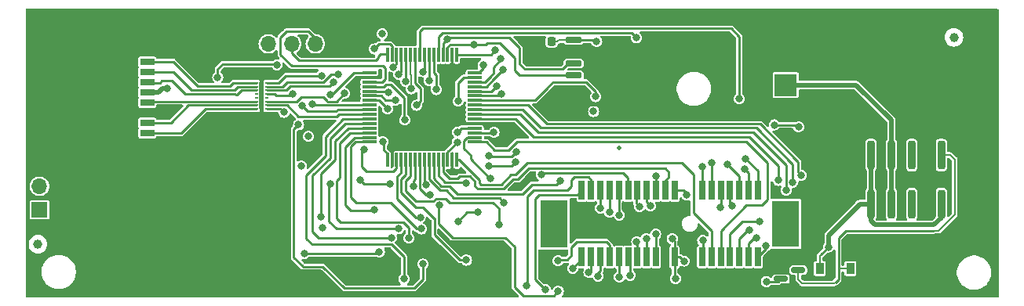
<source format=gbr>
%TF.GenerationSoftware,KiCad,Pcbnew,8.0.5*%
%TF.CreationDate,2025-03-11T15:07:16+00:00*%
%TF.ProjectId,UC_V4_4904-30028-06,55435f56-345f-4343-9930-342d33303032,rev?*%
%TF.SameCoordinates,Original*%
%TF.FileFunction,Copper,L4,Bot*%
%TF.FilePolarity,Positive*%
%FSLAX46Y46*%
G04 Gerber Fmt 4.6, Leading zero omitted, Abs format (unit mm)*
G04 Created by KiCad (PCBNEW 8.0.5) date 2025-03-11 15:07:16*
%MOMM*%
%LPD*%
G01*
G04 APERTURE LIST*
G04 Aperture macros list*
%AMRoundRect*
0 Rectangle with rounded corners*
0 $1 Rounding radius*
0 $2 $3 $4 $5 $6 $7 $8 $9 X,Y pos of 4 corners*
0 Add a 4 corners polygon primitive as box body*
4,1,4,$2,$3,$4,$5,$6,$7,$8,$9,$2,$3,0*
0 Add four circle primitives for the rounded corners*
1,1,$1+$1,$2,$3*
1,1,$1+$1,$4,$5*
1,1,$1+$1,$6,$7*
1,1,$1+$1,$8,$9*
0 Add four rect primitives between the rounded corners*
20,1,$1+$1,$2,$3,$4,$5,0*
20,1,$1+$1,$4,$5,$6,$7,0*
20,1,$1+$1,$6,$7,$8,$9,0*
20,1,$1+$1,$8,$9,$2,$3,0*%
G04 Aperture macros list end*
%TA.AperFunction,SMDPad,CuDef*%
%ADD10C,1.000000*%
%TD*%
%TA.AperFunction,ComponentPad*%
%ADD11R,1.700000X1.700000*%
%TD*%
%TA.AperFunction,ComponentPad*%
%ADD12O,1.700000X1.700000*%
%TD*%
%TA.AperFunction,ComponentPad*%
%ADD13R,2.400000X2.400000*%
%TD*%
%TA.AperFunction,ComponentPad*%
%ADD14C,2.400000*%
%TD*%
%TA.AperFunction,SMDPad,CuDef*%
%ADD15RoundRect,0.150000X-0.587500X-0.150000X0.587500X-0.150000X0.587500X0.150000X-0.587500X0.150000X0*%
%TD*%
%TA.AperFunction,SMDPad,CuDef*%
%ADD16RoundRect,0.200000X0.200000X-1.350000X0.200000X1.350000X-0.200000X1.350000X-0.200000X-1.350000X0*%
%TD*%
%TA.AperFunction,SMDPad,CuDef*%
%ADD17RoundRect,0.075000X0.700000X0.075000X-0.700000X0.075000X-0.700000X-0.075000X0.700000X-0.075000X0*%
%TD*%
%TA.AperFunction,SMDPad,CuDef*%
%ADD18RoundRect,0.075000X0.075000X0.700000X-0.075000X0.700000X-0.075000X-0.700000X0.075000X-0.700000X0*%
%TD*%
%TA.AperFunction,SMDPad,CuDef*%
%ADD19R,0.900000X1.200000*%
%TD*%
%TA.AperFunction,SMDPad,CuDef*%
%ADD20R,0.400000X0.250000*%
%TD*%
%TA.AperFunction,SMDPad,CuDef*%
%ADD21R,0.500000X3.000000*%
%TD*%
%TA.AperFunction,SMDPad,CuDef*%
%ADD22RoundRect,0.150000X0.725000X0.150000X-0.725000X0.150000X-0.725000X-0.150000X0.725000X-0.150000X0*%
%TD*%
%TA.AperFunction,SMDPad,CuDef*%
%ADD23C,0.500000*%
%TD*%
%TA.AperFunction,SMDPad,CuDef*%
%ADD24R,0.700000X2.000000*%
%TD*%
%TA.AperFunction,SMDPad,CuDef*%
%ADD25R,3.000000X5.200000*%
%TD*%
%TA.AperFunction,SMDPad,CuDef*%
%ADD26R,3.000000X5.000000*%
%TD*%
%TA.AperFunction,SMDPad,CuDef*%
%ADD27RoundRect,0.225000X0.225000X0.250000X-0.225000X0.250000X-0.225000X-0.250000X0.225000X-0.250000X0*%
%TD*%
%TA.AperFunction,SMDPad,CuDef*%
%ADD28R,1.500000X0.800000*%
%TD*%
%TA.AperFunction,SMDPad,CuDef*%
%ADD29R,2.000000X1.450000*%
%TD*%
%TA.AperFunction,ViaPad*%
%ADD30C,0.800000*%
%TD*%
%TA.AperFunction,Conductor*%
%ADD31C,0.500000*%
%TD*%
%TA.AperFunction,Conductor*%
%ADD32C,0.250000*%
%TD*%
%TA.AperFunction,Conductor*%
%ADD33C,0.200000*%
%TD*%
G04 APERTURE END LIST*
D10*
%TO.P,FID3,*%
%TO.N,*%
X199786400Y-91493000D03*
%TD*%
D11*
%TO.P,J4,1,Pin_1*%
%TO.N,GND*%
X133418200Y-92198200D03*
D12*
%TO.P,J4,2,Pin_2*%
%TO.N,/SWDIO*%
X130878200Y-92198200D03*
%TO.P,J4,3,Pin_3*%
%TO.N,/SWCLK*%
X128338200Y-92198200D03*
%TO.P,J4,4,Pin_4*%
%TO.N,/+3V3*%
X125798200Y-92198200D03*
%TD*%
D13*
%TO.P,BT1,1,+*%
%TO.N,/Uext*%
X181618200Y-96648200D03*
D14*
%TO.P,BT1,2,-*%
%TO.N,GND*%
X202618200Y-96648200D03*
%TO.P,BT1,3,-*%
X202618200Y-92898200D03*
%TO.P,BT1,4,-*%
X202618200Y-100398200D03*
%TD*%
D15*
%TO.P,Q2,1,B*%
%TO.N,/READY*%
X181119700Y-117639800D03*
%TO.P,Q2,2,E*%
%TO.N,GND*%
X181119700Y-115739800D03*
%TO.P,Q2,3,C*%
%TO.N,/Batt_On*%
X182994700Y-116689800D03*
%TD*%
D16*
%TO.P,K1,1*%
%TO.N,/+3V3*%
X198418200Y-109523200D03*
%TO.P,K1,2*%
%TO.N,unconnected-(K1-Pad2)*%
X195218200Y-109523200D03*
%TO.P,K1,3*%
%TO.N,/Uext*%
X193018200Y-109523200D03*
%TO.P,K1,4*%
%TO.N,/+3V3*%
X190818200Y-109523200D03*
%TO.P,K1,5*%
X190818200Y-104223200D03*
%TO.P,K1,6*%
%TO.N,/Uext*%
X193018200Y-104223200D03*
%TO.P,K1,7*%
%TO.N,unconnected-(K1-Pad7)*%
X195218200Y-104223200D03*
%TO.P,K1,8*%
%TO.N,/Batt_On*%
X198418200Y-104223200D03*
%TD*%
D17*
%TO.P,U1,1,VBAT*%
%TO.N,/VBAT*%
X148075000Y-95321600D03*
%TO.P,U1,2,PC13*%
%TO.N,/Mains*%
X148075000Y-95821600D03*
%TO.P,U1,3,PC14-OSC32_IN*%
%TO.N,/OSC32_IN*%
X148075000Y-96321600D03*
%TO.P,U1,4,PC15-OSC32_OUT*%
%TO.N,/OSC32_OUT*%
X148075000Y-96821600D03*
%TO.P,U1,5,PH0-OSC_IN*%
%TO.N,/OSC_IN*%
X148075000Y-97321600D03*
%TO.P,U1,6,PH1-OSC_OUT*%
%TO.N,/OSC_OUT*%
X148075000Y-97821600D03*
%TO.P,U1,7,NRST*%
%TO.N,/NRST*%
X148075000Y-98321600D03*
%TO.P,U1,8,PC0*%
%TO.N,/uDTR*%
X148075000Y-98821600D03*
%TO.P,U1,9,PC1*%
%TO.N,/uDCD*%
X148075000Y-99321600D03*
%TO.P,U1,10,PC2*%
%TO.N,/uStatus*%
X148075000Y-99821600D03*
%TO.P,U1,11,PC3*%
%TO.N,/uPWRKEY*%
X148075000Y-100321600D03*
%TO.P,U1,12,VSSA*%
%TO.N,GND*%
X148075000Y-100821600D03*
%TO.P,U1,13,VDDA*%
%TO.N,/VDDA*%
X148075000Y-101321600D03*
%TO.P,U1,14,PA0*%
%TO.N,/SS*%
X148075000Y-101821600D03*
%TO.P,U1,15,PA1*%
%TO.N,/SCLK*%
X148075000Y-102321600D03*
%TO.P,U1,16,PA2*%
%TO.N,/TxD*%
X148075000Y-102821600D03*
D18*
%TO.P,U1,17,PA3*%
%TO.N,/RxD*%
X146150000Y-104746600D03*
%TO.P,U1,18,VDD*%
%TO.N,GND*%
X145650000Y-104746600D03*
%TO.P,U1,19,VSS*%
%TO.N,/+3V3*%
X145150000Y-104746600D03*
%TO.P,U1,20,PA4*%
%TO.N,/ADE_Reset*%
X144650000Y-104746600D03*
%TO.P,U1,21,PA5*%
%TO.N,/BT_RxD*%
X144150000Y-104746600D03*
%TO.P,U1,22,PA6*%
%TO.N,/MISO*%
X143650000Y-104746600D03*
%TO.P,U1,23,PA7*%
%TO.N,/MOSI*%
X143150000Y-104746600D03*
%TO.P,U1,24,PC4*%
%TO.N,/BT_TxD*%
X142650000Y-104746600D03*
%TO.P,U1,25,PC5*%
%TO.N,/Alim*%
X142150000Y-104746600D03*
%TO.P,U1,26,PB0*%
%TO.N,/StartMasura*%
X141650000Y-104746600D03*
%TO.P,U1,27,PB1*%
%TO.N,/IRQ2*%
X141150000Y-104746600D03*
%TO.P,U1,28,PB2*%
%TO.N,/READY*%
X140650000Y-104746600D03*
%TO.P,U1,29,PB10*%
%TO.N,/SDAT2*%
X140150000Y-104746600D03*
%TO.P,U1,30,VCAP*%
%TO.N,Net-(U1A-VCAP)*%
X139650000Y-104746600D03*
%TO.P,U1,31,VSS1*%
%TO.N,GND*%
X139150000Y-104746600D03*
%TO.P,U1,32,VDD1*%
%TO.N,/+3V3*%
X138650000Y-104746600D03*
D17*
%TO.P,U1,33,PB12*%
%TO.N,/SDAT3*%
X136725000Y-102821600D03*
%TO.P,U1,34,PB13*%
%TO.N,/SDAT4*%
X136725000Y-102321600D03*
%TO.P,U1,35,PB14*%
%TO.N,/SDAT5*%
X136725000Y-101821600D03*
%TO.P,U1,36,PB15*%
%TO.N,/SDAT6*%
X136725000Y-101321600D03*
%TO.P,U1,37,PC6*%
%TO.N,/SCS*%
X136725000Y-100821600D03*
%TO.P,U1,38,PC7*%
%TO.N,/SYN*%
X136725000Y-100321600D03*
%TO.P,U1,39,PC8*%
%TO.N,/SD_D0*%
X136725000Y-99821600D03*
%TO.P,U1,40,PC9*%
%TO.N,/SD_D1*%
X136725000Y-99321600D03*
%TO.P,U1,41,PA8*%
%TO.N,/SCL*%
X136725000Y-98821600D03*
%TO.P,U1,42,PA9*%
%TO.N,/RS485_TxD*%
X136725000Y-98321600D03*
%TO.P,U1,43,PA10*%
%TO.N,/RS485_RxD*%
X136725000Y-97821600D03*
%TO.P,U1,44,PA11*%
%TO.N,/SDAT7*%
X136725000Y-97321600D03*
%TO.P,U1,45,PA12*%
%TO.N,/RS485_DE*%
X136725000Y-96821600D03*
%TO.P,U1,46,PA13*%
%TO.N,/SWDIO*%
X136725000Y-96321600D03*
%TO.P,U1,47,VSS2*%
%TO.N,GND*%
X136725000Y-95821600D03*
%TO.P,U1,48,VUSB*%
%TO.N,/+3V3*%
X136725000Y-95321600D03*
D18*
%TO.P,U1,49,PA14*%
%TO.N,/SWCLK*%
X138650000Y-93396600D03*
%TO.P,U1,50,PA15*%
%TO.N,/Main*%
X139150000Y-93396600D03*
%TO.P,U1,51,PC10*%
%TO.N,/SD_D2*%
X139650000Y-93396600D03*
%TO.P,U1,52,PC11*%
%TO.N,/SD_D3*%
X140150000Y-93396600D03*
%TO.P,U1,53,PC12*%
%TO.N,/SD_CLK*%
X140650000Y-93396600D03*
%TO.P,U1,54,PD2*%
%TO.N,/SD_CMD*%
X141150000Y-93396600D03*
%TO.P,U1,55,PB3*%
%TO.N,/Magnet*%
X141650000Y-93396600D03*
%TO.P,U1,56,PB4*%
%TO.N,/BT_RTS*%
X142150000Y-93396600D03*
%TO.P,U1,57,PB5*%
%TO.N,/LED3*%
X142650000Y-93396600D03*
%TO.P,U1,58,PB6*%
%TO.N,/LED2*%
X143150000Y-93396600D03*
%TO.P,U1,59,PB7*%
%TO.N,/LED1*%
X143650000Y-93396600D03*
%TO.P,U1,60,PH3-BOOT0*%
%TO.N,/BT_CTS*%
X144150000Y-93396600D03*
%TO.P,U1,61,PB8*%
%TO.N,/SCLe*%
X144650000Y-93396600D03*
%TO.P,U1,62,PB9*%
%TO.N,/SDAe*%
X145150000Y-93396600D03*
%TO.P,U1,63,VSS3*%
%TO.N,GND*%
X145650000Y-93396600D03*
%TO.P,U1,64,VDD2*%
%TO.N,/+3V3*%
X146150000Y-93396600D03*
%TD*%
D19*
%TO.P,D1,1,K*%
%TO.N,/+3V3*%
X185309400Y-116512000D03*
%TO.P,D1,2,A*%
%TO.N,/Batt_On*%
X188609400Y-116512000D03*
%TD*%
D20*
%TO.P,FL1,1,SDDATA1*%
%TO.N,Net-(FL1-Pad1)*%
X124510700Y-99227000D03*
%TO.P,FL1,2,SDDATA0*%
%TO.N,Net-(FL1-Pad2)*%
X124510700Y-98827000D03*
%TO.P,FL1,3,SDCLK*%
%TO.N,Net-(FL1-Pad3)*%
X124510700Y-98427000D03*
%TO.P,FL1,4,ESD1*%
%TO.N,unconnected-(FL1-Pad4)*%
X124510700Y-98027000D03*
%TO.P,FL1,5,ESD3*%
%TO.N,unconnected-(FL1-Pad5)*%
X124510700Y-97627000D03*
%TO.P,FL1,6,SDCMD*%
%TO.N,Net-(FL1-Pad6)*%
X124510700Y-97227000D03*
%TO.P,FL1,7,SDDATA3*%
%TO.N,Net-(FL1-Pad7)*%
X124510700Y-96827000D03*
%TO.P,FL1,8,SDDATA2*%
%TO.N,Net-(FL1-Pad8)*%
X124510700Y-96427000D03*
%TO.P,FL1,9,DATA2*%
%TO.N,/SD_D2*%
X125660700Y-96427000D03*
%TO.P,FL1,10,DATA3*%
%TO.N,/SD_D3*%
X125660700Y-96827000D03*
%TO.P,FL1,11,CMD*%
%TO.N,/SD_CMD*%
X125660700Y-97227000D03*
%TO.P,FL1,12,VCC*%
%TO.N,/+3V3_SD*%
X125660700Y-97627000D03*
%TO.P,FL1,13,ESD1*%
%TO.N,unconnected-(FL1-Pad13)*%
X125660700Y-98027000D03*
%TO.P,FL1,14,CLK*%
%TO.N,/SD_CLK*%
X125660700Y-98427000D03*
%TO.P,FL1,15,DATA0*%
%TO.N,/SD_D0*%
X125660700Y-98827000D03*
%TO.P,FL1,16,DATA1*%
%TO.N,/SD_D1*%
X125660700Y-99227000D03*
D21*
%TO.P,FL1,17,GND*%
%TO.N,GND*%
X125085700Y-97827000D03*
%TD*%
D10*
%TO.P,FID4,*%
%TO.N,*%
X100955000Y-113870400D03*
%TD*%
D11*
%TO.P,J3,1,Pin_1*%
%TO.N,/+5V*%
X101108200Y-110148200D03*
D12*
%TO.P,J3,2,Pin_2*%
X101108200Y-107608200D03*
%TO.P,J3,3,Pin_3*%
%TO.N,GND*%
X103648200Y-110148200D03*
%TO.P,J3,4,Pin_4*%
X103648200Y-107608200D03*
%TO.P,J3,5,Pin_5*%
X106188200Y-110148200D03*
%TO.P,J3,6,Pin_6*%
X106188200Y-107608200D03*
%TD*%
D22*
%TO.P,U4,1,A0*%
%TO.N,GND*%
X163893200Y-91793200D03*
%TO.P,U4,2,A1*%
X163893200Y-93063200D03*
%TO.P,U4,3,A2*%
X163893200Y-94333200D03*
%TO.P,U4,4,GND*%
X163893200Y-95603200D03*
%TO.P,U4,5,SDA*%
%TO.N,/SDAe*%
X158743200Y-95603200D03*
%TO.P,U4,6,SCL*%
%TO.N,/SCLe*%
X158743200Y-94333200D03*
%TO.P,U4,7,WP*%
%TO.N,GND*%
X158743200Y-93063200D03*
%TO.P,U4,8,VCC*%
%TO.N,/+3V3*%
X158743200Y-91793200D03*
%TD*%
D23*
%TO.P,TP1,1,1*%
%TO.N,unconnected-(TP1-Pad1)*%
X163642200Y-103456400D03*
%TD*%
D24*
%TO.P,U3,P$A1,A1*%
%TO.N,/SCL*%
X159628200Y-115258200D03*
%TO.P,U3,P$A2,A2*%
%TO.N,/SCS*%
X160628200Y-115258200D03*
%TO.P,U3,P$A3,A3*%
%TO.N,/SYN*%
X161628200Y-115258200D03*
%TO.P,U3,P$A4,A4*%
%TO.N,/SDAT7*%
X162628200Y-115258200D03*
%TO.P,U3,P$A5,A5*%
%TO.N,/SDAT6*%
X163628200Y-115258200D03*
%TO.P,U3,P$A6,A6*%
%TO.N,/SDAT5*%
X164628200Y-115258200D03*
%TO.P,U3,P$A7,A7*%
%TO.N,/SDAT4*%
X165628200Y-115258200D03*
%TO.P,U3,P$A8,A8*%
%TO.N,/SDAT3*%
X166628200Y-115258200D03*
%TO.P,U3,P$A9,A9*%
%TO.N,/SDAT2*%
X167628200Y-115258200D03*
%TO.P,U3,P$A10,A10*%
%TO.N,GND*%
X168628200Y-115258200D03*
%TO.P,U3,P$A11,A11*%
%TO.N,/+3V3*%
X169628200Y-115258200D03*
%TO.P,U3,P$A12,A12*%
%TO.N,/Alim*%
X172628200Y-115258200D03*
%TO.P,U3,P$A13,A13*%
%TO.N,/RxD*%
X173628200Y-115258200D03*
%TO.P,U3,P$A14,A14*%
%TO.N,/TxD*%
X174628200Y-115258200D03*
%TO.P,U3,P$A15,A15*%
%TO.N,/uPWRKEY*%
X175628200Y-115258200D03*
%TO.P,U3,P$A16,A16*%
%TO.N,/uStatus*%
X176628200Y-115258200D03*
%TO.P,U3,P$A17,A17*%
%TO.N,/uDCD*%
X177628200Y-115258200D03*
%TO.P,U3,P$A18,A18*%
%TO.N,/uDTR*%
X178628200Y-115258200D03*
%TO.P,U3,P$B1,B1*%
%TO.N,/RS485_TxD*%
X159628200Y-108058200D03*
%TO.P,U3,P$B2,B2*%
%TO.N,/RS485_RxD*%
X160628200Y-108058200D03*
%TO.P,U3,P$B3,B3*%
%TO.N,/RS485_DE*%
X161628200Y-108058200D03*
%TO.P,U3,P$B4,B4*%
%TO.N,/StartMasura*%
X162628200Y-108058200D03*
%TO.P,U3,P$B5,B5*%
%TO.N,/IRQ2*%
X163628200Y-108058200D03*
%TO.P,U3,P$B6,B6*%
%TO.N,/SCLK*%
X164628200Y-108058200D03*
%TO.P,U3,P$B7,B7*%
%TO.N,/MISO*%
X165628200Y-108058200D03*
%TO.P,U3,P$B8,B8*%
%TO.N,/MOSI*%
X166628200Y-108058200D03*
%TO.P,U3,P$B9,B9*%
%TO.N,/SS*%
X167628200Y-108058200D03*
%TO.P,U3,P$B10,B10*%
%TO.N,/ADE_Reset*%
X168628200Y-108058200D03*
%TO.P,U3,P$B11,B11*%
%TO.N,/Mains*%
X169628200Y-108058200D03*
%TO.P,U3,P$B12,B12*%
%TO.N,/BT_TxD*%
X172628200Y-108058200D03*
%TO.P,U3,P$B13,B13*%
%TO.N,/BT_RxD*%
X173628200Y-108058200D03*
%TO.P,U3,P$B14,B14*%
%TO.N,/BT_CTS*%
X174628200Y-108058200D03*
%TO.P,U3,P$B15,B15*%
%TO.N,/BT_RTS*%
X175628200Y-108058200D03*
%TO.P,U3,P$B16,B16*%
%TO.N,/LED1*%
X176628200Y-108058200D03*
%TO.P,U3,P$B17,B17*%
%TO.N,/LED2*%
X177628200Y-108058200D03*
%TO.P,U3,P$B18,B18*%
%TO.N,/LED3*%
X178628200Y-108058200D03*
D25*
%TO.P,U3,P$NC1*%
%TO.N,N/C*%
X156628200Y-111658200D03*
D26*
%TO.P,U3,P$NC2*%
X181628200Y-111658200D03*
%TD*%
D27*
%TO.P,C14,1*%
%TO.N,/+3V3*%
X156365400Y-91950200D03*
%TO.P,C14,2*%
%TO.N,GND*%
X154815400Y-91950200D03*
%TD*%
D28*
%TO.P,SD-Card1,1,DAT2*%
%TO.N,Net-(FL1-SDDATA2)*%
X112738900Y-94148200D03*
%TO.P,SD-Card1,2,DAT3/CD*%
%TO.N,Net-(FL1-SDDATA3)*%
X112738900Y-95248200D03*
%TO.P,SD-Card1,3,CMD*%
%TO.N,Net-(FL1-SDCMD)*%
X112738900Y-96348200D03*
%TO.P,SD-Card1,4,VDD*%
%TO.N,/+3V3_SD*%
X112738900Y-97448200D03*
%TO.P,SD-Card1,5,CLK*%
%TO.N,Net-(FL1-SDCLK)*%
X112738900Y-98548200D03*
%TO.P,SD-Card1,6,VSS*%
%TO.N,GND*%
X112738900Y-99648200D03*
%TO.P,SD-Card1,7,DAT0*%
%TO.N,Net-(FL1-SDDATA0)*%
X112738900Y-100748200D03*
%TO.P,SD-Card1,8,DAT1*%
%TO.N,Net-(FL1-SDDATA1)*%
X112738900Y-101848200D03*
D29*
%TO.P,SD-Card1,9,SHIELD*%
%TO.N,GND*%
X118438900Y-90473200D03*
X110138900Y-90473200D03*
X118438900Y-104223200D03*
X110138900Y-104223200D03*
%TD*%
D30*
%TO.N,GND*%
X103648200Y-90638200D03*
X152728200Y-107608200D03*
X121428200Y-113498200D03*
X168925400Y-99595600D03*
X123968200Y-118578200D03*
X126508200Y-118578200D03*
X106188200Y-118578200D03*
X187468200Y-90638200D03*
X174742000Y-117578800D03*
X177282000Y-117553400D03*
X108728200Y-116038200D03*
X106188200Y-113498200D03*
X202708200Y-100798200D03*
X106188200Y-103338200D03*
X111268200Y-110958200D03*
X116348200Y-118578200D03*
X123968200Y-113498200D03*
X111268200Y-108418200D03*
X116348200Y-116038200D03*
X197628200Y-93178200D03*
X121428200Y-105878200D03*
X120182800Y-103685000D03*
X174768200Y-95718200D03*
X197628200Y-90638200D03*
X168823800Y-110568400D03*
X126508200Y-105878200D03*
X106188200Y-116038200D03*
X112715200Y-91340600D03*
X111268200Y-116038200D03*
X107393200Y-98798200D03*
X121428200Y-118578200D03*
X106188200Y-93178200D03*
X141018200Y-90898200D03*
X169688200Y-93178200D03*
X116348200Y-103338200D03*
X145854400Y-94956800D03*
X111268200Y-100798200D03*
X108728200Y-105878200D03*
X134128200Y-116038200D03*
X121428200Y-110958200D03*
X101108200Y-118578200D03*
X111268200Y-105878200D03*
X118888200Y-108418200D03*
X126508200Y-108418200D03*
X103648200Y-105878200D03*
X202818200Y-108448200D03*
X157030400Y-94118600D03*
X106188200Y-105878200D03*
X164302600Y-118671000D03*
X150756600Y-102805400D03*
X135194200Y-97766800D03*
X190008200Y-90638200D03*
X123568200Y-100123200D03*
X200168200Y-95718200D03*
X111268200Y-118578200D03*
X200168200Y-93178200D03*
X190008200Y-95718200D03*
X130309600Y-103694400D03*
X113808200Y-105878200D03*
X123968200Y-105878200D03*
X113808200Y-116038200D03*
X118693200Y-93798200D03*
X103648200Y-103338200D03*
X202708200Y-110958200D03*
X116348200Y-110958200D03*
X131588200Y-118578200D03*
X113808200Y-103338200D03*
X145709800Y-106016000D03*
X190008200Y-118578200D03*
X121368200Y-95298200D03*
X108728200Y-100798200D03*
X121428200Y-108418200D03*
X129048200Y-118578200D03*
X171490800Y-118086800D03*
X202708200Y-113498200D03*
X164759800Y-111584400D03*
X108728200Y-110958200D03*
X174768200Y-98258200D03*
X118888200Y-116038200D03*
X123968200Y-108418200D03*
X108728200Y-113498200D03*
X113808200Y-108418200D03*
X126508200Y-116038200D03*
X161568200Y-94898200D03*
X106188200Y-90638200D03*
X118888200Y-118578200D03*
X142577800Y-100392400D03*
X156166800Y-99071600D03*
X116348200Y-90638200D03*
X107693200Y-91673200D03*
X167503000Y-118594800D03*
X126508200Y-110958200D03*
X172228200Y-93178200D03*
X116348200Y-108418200D03*
X190008200Y-116038200D03*
X200168200Y-113498200D03*
X184928200Y-110958200D03*
X123493200Y-102598200D03*
X118888200Y-110958200D03*
X113808200Y-110958200D03*
X103648200Y-100798200D03*
X126508200Y-113498200D03*
X103648200Y-98258200D03*
X118328600Y-95836400D03*
X202708200Y-103338200D03*
X171287600Y-114607000D03*
X109895800Y-97182600D03*
X164686200Y-97958500D03*
X103648200Y-93178200D03*
X118888200Y-113498200D03*
X116348200Y-113498200D03*
X117515800Y-105818600D03*
X187468200Y-93178200D03*
X108728200Y-93178200D03*
X108728200Y-108418200D03*
X143212800Y-103135600D03*
X113808200Y-118578200D03*
X166055200Y-117578800D03*
X130716000Y-101052800D03*
X103648200Y-113498200D03*
X123318200Y-92448200D03*
X111268200Y-93178200D03*
X108728200Y-118578200D03*
X136668200Y-90638200D03*
X197628200Y-116038200D03*
X164683600Y-110212800D03*
X197628200Y-95718200D03*
X113808200Y-113498200D03*
X106188200Y-100798200D03*
X123968200Y-110958200D03*
X121478200Y-91467600D03*
X111268200Y-113498200D03*
%TO.N,/OSC_OUT*%
X150993000Y-97614400D03*
%TO.N,/OSC_IN*%
X150477200Y-96734800D03*
%TO.N,/VDDA*%
X146235400Y-101738600D03*
%TO.N,Net-(U1A-VCAP)*%
X136177000Y-103643600D03*
%TO.N,/SDAT7*%
X157068200Y-115668200D03*
X132458200Y-107378200D03*
X138796136Y-97468464D03*
X139838200Y-112208200D03*
%TO.N,/uDTR*%
X183318200Y-106428200D03*
X179498200Y-114018200D03*
%TO.N,/uDCD*%
X178508200Y-113228200D03*
X182388200Y-107168200D03*
%TO.N,/uPWRKEY*%
X180838200Y-106968200D03*
X178768200Y-111438200D03*
%TO.N,/Alim*%
X157088200Y-118978200D03*
X172678200Y-113478200D03*
X144288200Y-109638200D03*
X143271400Y-108536400D03*
%TO.N,/uStatus*%
X177698200Y-112348200D03*
X181678200Y-108028200D03*
%TO.N,/SD_D2*%
X139301200Y-94702800D03*
X131528800Y-95642600D03*
%TO.N,/SD_D3*%
X139885400Y-95490200D03*
X133306800Y-95515600D03*
%TO.N,/SD_CMD*%
X141239400Y-97055600D03*
X132875000Y-96353800D03*
%TO.N,/SD_CLK*%
X140604400Y-96242800D03*
X134018000Y-97547600D03*
%TO.N,/SD_D1*%
X129458011Y-98913011D03*
X127490200Y-99605000D03*
%TO.N,/SYN*%
X140428200Y-117628200D03*
X161388200Y-117318200D03*
%TO.N,/SCL*%
X158638400Y-116486600D03*
X129065000Y-100951200D03*
X142508200Y-116028200D03*
X130538200Y-98716000D03*
%TO.N,/SDAT2*%
X167598200Y-112788200D03*
X142198200Y-110968200D03*
%TO.N,/SCS*%
X160388200Y-116938200D03*
X139078200Y-113168200D03*
%TO.N,/SDAT3*%
X142331600Y-112219400D03*
X166578200Y-113278200D03*
%TO.N,/SDAT4*%
X165558200Y-113618200D03*
X137258200Y-110108200D03*
%TO.N,/SDAT5*%
X164848200Y-117228200D03*
X140978200Y-113218200D03*
%TO.N,/SDAT6*%
X131444197Y-110888200D03*
X163688200Y-117418200D03*
%TO.N,/+3V3*%
X150318200Y-92898200D03*
X138107400Y-91121400D03*
X138166000Y-102770600D03*
X169738200Y-117604200D03*
X129352200Y-105412200D03*
X170652600Y-115699200D03*
X132528394Y-97702259D03*
X186248200Y-114175200D03*
X160899000Y-99519400D03*
X169382600Y-113286200D03*
X130139600Y-102211800D03*
X161229200Y-91950200D03*
X146184600Y-102856200D03*
%TO.N,/RS485_RxD*%
X153668200Y-118382700D03*
X139501227Y-98283332D03*
%TO.N,/IRQ2*%
X150688200Y-111736800D03*
X163668200Y-110718200D03*
%TO.N,/READY*%
X179542600Y-117909000D03*
X147183000Y-115597600D03*
%TO.N,/SCLK*%
X155278200Y-106358200D03*
X149738200Y-106728200D03*
%TO.N,/MISO*%
X157266800Y-107012400D03*
X165848200Y-109788200D03*
%TO.N,/MOSI*%
X167028200Y-109728200D03*
X151247000Y-109349200D03*
%TO.N,/SS*%
X167655400Y-106479000D03*
X150147000Y-101789400D03*
%TO.N,/RS485_TxD*%
X155728200Y-118798200D03*
X131638200Y-112117800D03*
X138648600Y-99240000D03*
%TO.N,/RS485_DE*%
X146268200Y-111388200D03*
X161638200Y-109968200D03*
X148378200Y-110388200D03*
X140520400Y-100417800D03*
%TO.N,/NRST*%
X161119800Y-97903200D03*
%TO.N,/OSC32_IN*%
X150891400Y-93829800D03*
%TO.N,/OSC32_OUT*%
X151145400Y-94972800D03*
%TO.N,/Magnet*%
X137785000Y-114708600D03*
X138893200Y-107348200D03*
X129678200Y-114888200D03*
X141790400Y-98843000D03*
X135676800Y-106910800D03*
%TO.N,/BT_RxD*%
X149558200Y-104338200D03*
X147128200Y-107248200D03*
X173658200Y-105108200D03*
X152568200Y-103898200D03*
%TO.N,/BT_TxD*%
X142814200Y-107444200D03*
X149621400Y-105437600D03*
X172608200Y-105518200D03*
X152498200Y-105018200D03*
%TO.N,/LED3*%
X177308200Y-104618200D03*
X142476200Y-95210800D03*
%TO.N,/LED2*%
X143162000Y-96201400D03*
X177178200Y-105728200D03*
%TO.N,/LED1*%
X143949400Y-97141200D03*
X175328200Y-105208200D03*
%TO.N,/SDAe*%
X148013400Y-92289800D03*
%TO.N,/SCLe*%
X145125600Y-91670800D03*
%TO.N,/StartMasura*%
X162608200Y-110368200D03*
X141493400Y-107596600D03*
%TO.N,/Main*%
X137269200Y-92747000D03*
X120343200Y-95802500D03*
X126728200Y-94474200D03*
%TO.N,/BT_RTS*%
X176618200Y-98148200D03*
X175808200Y-109708200D03*
%TO.N,/BT_CTS*%
X165518200Y-91548200D03*
X174608200Y-109908200D03*
%TO.N,/Mains*%
X180398200Y-100968200D03*
X183008200Y-101188200D03*
X146286200Y-98385800D03*
X170938200Y-108538200D03*
%TO.N,/+3V3_SD*%
X114891800Y-97039600D03*
X128443200Y-97623200D03*
%TO.N,/VBAT*%
X148978600Y-94499600D03*
%TD*%
D31*
%TO.N,/Uext*%
X193018200Y-100448200D02*
X189218200Y-96648200D01*
X193018200Y-104223200D02*
X193018200Y-100448200D01*
X189218200Y-96648200D02*
X181618200Y-96648200D01*
D32*
%TO.N,GND*%
X145709800Y-106016000D02*
X145650000Y-105956200D01*
X163893200Y-95603200D02*
X163893200Y-94333200D01*
X163893200Y-94333200D02*
X163893200Y-93063200D01*
X145650000Y-94752400D02*
X145854400Y-94956800D01*
X135194200Y-97766800D02*
X134729200Y-97301800D01*
X134729200Y-96531600D02*
X135439200Y-95821600D01*
X135439200Y-95821600D02*
X136725000Y-95821600D01*
X145650000Y-93396600D02*
X145650000Y-94752400D01*
X145709800Y-106072600D02*
X145709800Y-106016000D01*
D33*
X143007000Y-100821600D02*
X142577800Y-100392400D01*
D32*
X145650000Y-105956200D02*
X145650000Y-104746600D01*
X134729200Y-97301800D02*
X134729200Y-96531600D01*
D33*
X148075000Y-100821600D02*
X143007000Y-100821600D01*
D32*
X163893200Y-93063200D02*
X163893200Y-91793200D01*
%TO.N,/OSC_OUT*%
X150791400Y-97614400D02*
X150584200Y-97821600D01*
X150584200Y-97821600D02*
X148075000Y-97821600D01*
X150993000Y-97614400D02*
X150791400Y-97614400D01*
%TO.N,/OSC_IN*%
X149890400Y-97321600D02*
X150477200Y-96734800D01*
X148075000Y-97321600D02*
X149890400Y-97321600D01*
%TO.N,/VDDA*%
X148075000Y-101321600D02*
X146652400Y-101321600D01*
X146652400Y-101321600D02*
X146235400Y-101738600D01*
%TO.N,Net-(U1A-VCAP)*%
X139650000Y-105631600D02*
X139650000Y-104746600D01*
X135846800Y-105497800D02*
X136354800Y-106005800D01*
X139275800Y-106005800D02*
X139650000Y-105631600D01*
X135846800Y-103973800D02*
X135846800Y-105497800D01*
X136177000Y-103643600D02*
X135846800Y-103973800D01*
X136354800Y-106005800D02*
X139275800Y-106005800D01*
%TO.N,Net-(FL1-Pad2)*%
X119503600Y-98827000D02*
X124510700Y-98827000D01*
X117192200Y-98827000D02*
X115271000Y-100748200D01*
X119503600Y-98827000D02*
X117192200Y-98827000D01*
X115271000Y-100748200D02*
X112738900Y-100748200D01*
%TO.N,Net-(FL1-Pad3)*%
X112860100Y-98427000D02*
X112738900Y-98548200D01*
X115915400Y-98427000D02*
X112860100Y-98427000D01*
X124510700Y-98427000D02*
X115915400Y-98427000D01*
%TO.N,Net-(FL1-Pad1)*%
X117538600Y-100727800D02*
X118601300Y-99665100D01*
X116418200Y-101848200D02*
X112738900Y-101848200D01*
X118601300Y-99665100D02*
X116418200Y-101848200D01*
X119039400Y-99227000D02*
X124510700Y-99227000D01*
X117013800Y-101252600D02*
X117538600Y-100727800D01*
X118601300Y-99665100D02*
X119039400Y-99227000D01*
%TO.N,Net-(FL1-Pad6)*%
X112785900Y-96395200D02*
X112738900Y-96348200D01*
X116804600Y-97639800D02*
X122240200Y-97639800D01*
X114315400Y-96192000D02*
X114112200Y-96395200D01*
X122456000Y-97690600D02*
X122919600Y-97227000D01*
X114112200Y-96395200D02*
X112785900Y-96395200D01*
X115369500Y-96204700D02*
X116220400Y-97055600D01*
X115356800Y-96192000D02*
X114315400Y-96192000D01*
X122919600Y-97227000D02*
X124510700Y-97227000D01*
X122240200Y-97639800D02*
X122291000Y-97690600D01*
X116220400Y-97055600D02*
X115356800Y-96192000D01*
X122291000Y-97690600D02*
X122456000Y-97690600D01*
X116220400Y-97055600D02*
X116804600Y-97639800D01*
%TO.N,Net-(FL1-Pad7)*%
X122519600Y-96827000D02*
X122138600Y-97208000D01*
X115530600Y-95248200D02*
X112738900Y-95248200D01*
X117490400Y-97208000D02*
X115530600Y-95248200D01*
X124510700Y-96827000D02*
X122519600Y-96827000D01*
X122138600Y-97208000D02*
X117490400Y-97208000D01*
%TO.N,Net-(FL1-Pad8)*%
X122018000Y-96427000D02*
X121668800Y-96776200D01*
X121668800Y-96776200D02*
X118201600Y-96776200D01*
X124510700Y-96427000D02*
X122018000Y-96427000D01*
X118201600Y-96776200D02*
X115573600Y-94148200D01*
X115573600Y-94148200D02*
X112738900Y-94148200D01*
%TO.N,/SDAT7*%
X138793200Y-97471400D02*
X138796136Y-97468464D01*
X159118200Y-113618200D02*
X158508200Y-114228200D01*
X158048200Y-115538200D02*
X157198200Y-115538200D01*
X133168200Y-112208200D02*
X132343700Y-111383700D01*
X162618199Y-113978199D02*
X162258200Y-113618200D01*
X157198200Y-115538200D02*
X157068200Y-115668200D01*
X138643400Y-97321600D02*
X138793200Y-97471400D01*
X136725000Y-97321600D02*
X138643400Y-97321600D01*
X158508200Y-114228200D02*
X158508200Y-115078200D01*
X158508200Y-115078200D02*
X158048200Y-115538200D01*
X139838200Y-112208200D02*
X133168200Y-112208200D01*
X162258200Y-113618200D02*
X159118200Y-113618200D01*
X132343700Y-111383700D02*
X132343700Y-110888200D01*
X132343700Y-110888200D02*
X132343700Y-107492700D01*
X162618199Y-115228200D02*
X162618199Y-113978199D01*
X132343700Y-107492700D02*
X132458200Y-107378200D01*
%TO.N,/uDTR*%
X183318200Y-106428200D02*
X182958200Y-106068200D01*
X179498200Y-114388200D02*
X179498200Y-114018200D01*
X182958200Y-104968200D02*
X178855600Y-100865600D01*
X153808600Y-98821600D02*
X148075000Y-98821600D01*
X182958200Y-106068200D02*
X182958200Y-104968200D01*
X178628200Y-115258200D02*
X179498200Y-114388200D01*
X178855600Y-100865600D02*
X155852600Y-100865600D01*
X155852600Y-100865600D02*
X153808600Y-98821600D01*
%TO.N,/uDCD*%
X182388200Y-105238200D02*
X182388200Y-107168200D01*
X178447400Y-101297400D02*
X182388200Y-105238200D01*
X177618199Y-115228200D02*
X177618199Y-113818201D01*
X178208200Y-113228200D02*
X178508200Y-113228200D01*
X155197400Y-101297400D02*
X178447400Y-101297400D01*
X148075000Y-99321600D02*
X153216400Y-99321600D01*
X153216400Y-99321600D02*
X154058600Y-100163800D01*
X154058600Y-100163800D02*
X154063800Y-100163800D01*
X154063800Y-100163800D02*
X155197400Y-101297400D01*
X177618199Y-113818201D02*
X178208200Y-113228200D01*
%TO.N,/uPWRKEY*%
X175618198Y-112748202D02*
X175898200Y-112468200D01*
X176928200Y-111438200D02*
X178768200Y-111438200D01*
X154448200Y-102288200D02*
X177728200Y-102288200D01*
X177728200Y-102288200D02*
X180838200Y-105398200D01*
X175898200Y-112468200D02*
X176928200Y-111438200D01*
X152481600Y-100321600D02*
X154448200Y-102288200D01*
X148075000Y-100321600D02*
X152481600Y-100321600D01*
X175618198Y-115228200D02*
X175618198Y-112748202D01*
X180838200Y-105398200D02*
X180838200Y-106968200D01*
%TO.N,/SWDIO*%
X127118200Y-93348200D02*
X127118200Y-91498200D01*
X138412200Y-95998200D02*
X138412200Y-94855200D01*
X138088800Y-96321600D02*
X138412200Y-95998200D01*
X136725000Y-96321600D02*
X138088800Y-96321600D01*
X130118200Y-90848200D02*
X130878200Y-91608200D01*
X127118200Y-91498200D02*
X127768200Y-90848200D01*
X130878200Y-91608200D02*
X130878200Y-92198200D01*
X138158200Y-94601200D02*
X128371200Y-94601200D01*
X128371200Y-94601200D02*
X127118200Y-93348200D01*
X127768200Y-90848200D02*
X130118200Y-90848200D01*
X138412200Y-94855200D02*
X138158200Y-94601200D01*
%TO.N,/SWCLK*%
X137904200Y-93331200D02*
X138584600Y-93331200D01*
X137650200Y-93763000D02*
X137650200Y-93585200D01*
X137396200Y-94017000D02*
X137650200Y-93763000D01*
X128338200Y-93218200D02*
X129137000Y-94017000D01*
X137650200Y-93585200D02*
X137904200Y-93331200D01*
X129137000Y-94017000D02*
X137396200Y-94017000D01*
X128338200Y-92198200D02*
X128338200Y-93218200D01*
X138584600Y-93331200D02*
X138650000Y-93396600D01*
%TO.N,/Alim*%
X157088200Y-118978200D02*
X156587720Y-119478680D01*
X151358200Y-113158200D02*
X145668200Y-113158200D01*
X156587720Y-119478680D02*
X153328680Y-119478680D01*
X144218200Y-111708200D02*
X144218200Y-109708200D01*
X152368200Y-114168200D02*
X151358200Y-113158200D01*
X144218200Y-109708200D02*
X144288200Y-109638200D01*
X152368200Y-118518200D02*
X152368200Y-114168200D01*
X142788800Y-108536400D02*
X142150000Y-107897600D01*
X143271400Y-108536400D02*
X142788800Y-108536400D01*
X172678200Y-113478200D02*
X172678200Y-115168199D01*
X145668200Y-113158200D02*
X144218200Y-111708200D01*
X172678200Y-115168199D02*
X172618199Y-115228200D01*
X142150000Y-107897600D02*
X142150000Y-104746600D01*
X153328680Y-119478680D02*
X152368200Y-118518200D01*
%TO.N,/uStatus*%
X176618199Y-115228200D02*
X176618199Y-113238201D01*
X181678200Y-105298200D02*
X181678200Y-108028200D01*
X148100001Y-99846601D02*
X153004801Y-99846601D01*
X176618199Y-113238201D02*
X177508200Y-112348200D01*
X177508200Y-112348200D02*
X177698200Y-112348200D01*
X178118200Y-101738200D02*
X181678200Y-105298200D01*
X153004801Y-99846601D02*
X154896400Y-101738200D01*
X154896400Y-101738200D02*
X178118200Y-101738200D01*
X148075000Y-99821600D02*
X148100001Y-99846601D01*
%TO.N,/RxD*%
X150938200Y-107428200D02*
X148728200Y-107428200D01*
X170451400Y-105091400D02*
X153755000Y-105091400D01*
X146346600Y-104746600D02*
X146150000Y-104746600D01*
X153755000Y-105091400D02*
X152478200Y-106368200D01*
X148568200Y-106968200D02*
X146346600Y-104746600D01*
X171668200Y-106308200D02*
X170451400Y-105091400D01*
X173618200Y-115228200D02*
X173618200Y-112458200D01*
X173618200Y-112458200D02*
X171668200Y-110508200D01*
X151998200Y-106368200D02*
X150938200Y-107428200D01*
X171668200Y-110508200D02*
X171668200Y-106308200D01*
X148728200Y-107428200D02*
X148568200Y-107268200D01*
X148568200Y-107268200D02*
X148568200Y-106968200D01*
X152478200Y-106368200D02*
X151998200Y-106368200D01*
%TO.N,/TxD*%
X177378200Y-102758200D02*
X179688200Y-105068200D01*
X149342200Y-102821600D02*
X150231000Y-103710400D01*
X174618198Y-112408202D02*
X174618198Y-115228200D01*
X152681800Y-102758200D02*
X177378200Y-102758200D01*
X177368200Y-109658200D02*
X174618198Y-112408202D01*
X150231000Y-103710400D02*
X151729600Y-103710400D01*
X179038200Y-109658200D02*
X177368200Y-109658200D01*
X148075000Y-102821600D02*
X149342200Y-102821600D01*
X179688200Y-105068200D02*
X179688200Y-109008200D01*
X151729600Y-103710400D02*
X152681800Y-102758200D01*
X179688200Y-109008200D02*
X179038200Y-109658200D01*
%TO.N,/SD_D2*%
X125660700Y-96427000D02*
X126889400Y-96427000D01*
X139650000Y-94354000D02*
X139301200Y-94702800D01*
X127673800Y-95642600D02*
X131528800Y-95642600D01*
X139650000Y-93396600D02*
X139650000Y-94354000D01*
X126889400Y-96427000D02*
X127673800Y-95642600D01*
%TO.N,/SD_D3*%
X127339400Y-96827000D02*
X127808300Y-96358100D01*
X140150000Y-95225600D02*
X139885400Y-95490200D01*
X132570200Y-95541000D02*
X133281400Y-95541000D01*
X127808300Y-96358100D02*
X131753100Y-96358100D01*
X131753100Y-96358100D02*
X132570200Y-95541000D01*
X125660700Y-96827000D02*
X127339400Y-96827000D01*
X133281400Y-95541000D02*
X133306800Y-95515600D01*
X140150000Y-93396600D02*
X140150000Y-95225600D01*
%TO.N,/SD_CMD*%
X127764400Y-97227000D02*
X128193200Y-96798200D01*
X132430600Y-96798200D02*
X132875000Y-96353800D01*
X128193200Y-96798200D02*
X132430600Y-96798200D01*
D33*
X141150000Y-93396600D02*
X141150000Y-95493000D01*
X141239400Y-95582400D02*
X141239400Y-97055600D01*
D32*
X125660700Y-97227000D02*
X127764400Y-97227000D01*
D33*
X141150000Y-95493000D02*
X141239400Y-95582400D01*
D32*
%TO.N,/SD_CLK*%
X132198800Y-98420800D02*
X131697200Y-97919200D01*
X140650000Y-93396600D02*
X140650000Y-96197200D01*
X129397200Y-97919200D02*
X128893200Y-98423200D01*
X127964400Y-98427000D02*
X125660700Y-98427000D01*
X132198800Y-98427000D02*
X132198800Y-98420800D01*
X133138600Y-98427000D02*
X132198800Y-98427000D01*
X128893200Y-98423200D02*
X127968200Y-98423200D01*
X134018000Y-97547600D02*
X133138600Y-98427000D01*
X140650000Y-96197200D02*
X140604400Y-96242800D01*
X131697200Y-97919200D02*
X129397200Y-97919200D01*
X127968200Y-98423200D02*
X127964400Y-98427000D01*
%TO.N,/SD_D0*%
X133393400Y-99821600D02*
X133136800Y-100078200D01*
X127804400Y-98827000D02*
X125660700Y-98827000D01*
X136725000Y-99821600D02*
X133393400Y-99821600D01*
X133136800Y-100078200D02*
X129055600Y-100078200D01*
X129055600Y-100078200D02*
X127804400Y-98827000D01*
%TO.N,/SD_D1*%
X136725000Y-99321600D02*
X133283800Y-99321600D01*
X127112200Y-99227000D02*
X127490200Y-99605000D01*
X130017080Y-99472080D02*
X129458011Y-98913011D01*
X133283800Y-99321600D02*
X133133320Y-99472080D01*
X125660700Y-99227000D02*
X127112200Y-99227000D01*
X133133320Y-99472080D02*
X130017080Y-99472080D01*
%TO.N,/SYN*%
X161388200Y-116998200D02*
X161618200Y-116768200D01*
X161388200Y-117318200D02*
X161388200Y-116998200D01*
X129898200Y-106388200D02*
X129898200Y-113258200D01*
X140428200Y-115189600D02*
X140428200Y-117628200D01*
X161618198Y-116768198D02*
X161618198Y-115228200D01*
X161618200Y-116768200D02*
X161618198Y-116768198D01*
X129898200Y-113258200D02*
X130538200Y-113898200D01*
X139136800Y-113898200D02*
X140428200Y-115189600D01*
X131960600Y-102246600D02*
X131960600Y-104325800D01*
X130538200Y-113898200D02*
X139136800Y-113898200D01*
X131960600Y-104325800D02*
X129898200Y-106388200D01*
X136725000Y-100321600D02*
X133885600Y-100321600D01*
X133885600Y-100321600D02*
X131960600Y-102246600D01*
%TO.N,/SCL*%
X129518200Y-116298200D02*
X131668200Y-116298200D01*
X129518200Y-116258200D02*
X129518200Y-116298200D01*
X128558200Y-115298200D02*
X129518200Y-116258200D01*
X130716000Y-98716000D02*
X130538200Y-98716000D01*
X141548200Y-118648200D02*
X142508200Y-117688200D01*
X159618200Y-115506800D02*
X159618200Y-115228200D01*
X130821600Y-98821600D02*
X130716000Y-98716000D01*
X134018200Y-118648200D02*
X141548200Y-118648200D01*
X158638400Y-116486600D02*
X159618200Y-115506800D01*
X131668200Y-116298200D02*
X134018200Y-118648200D01*
X129065000Y-100951200D02*
X128558200Y-101458000D01*
X128558200Y-101458000D02*
X128558200Y-115298200D01*
X136725000Y-98821600D02*
X130821600Y-98821600D01*
X142508200Y-117688200D02*
X142508200Y-116028200D01*
%TO.N,/SDAT2*%
X139703400Y-108958400D02*
X141713200Y-110968200D01*
X167618199Y-112808199D02*
X167598200Y-112788200D01*
X140150000Y-106118000D02*
X139703400Y-106564600D01*
X167618199Y-115228200D02*
X167618199Y-112808199D01*
X139703400Y-106564600D02*
X139703400Y-108958400D01*
X141713200Y-110968200D02*
X142198200Y-110968200D01*
X140150000Y-104746600D02*
X140150000Y-106118000D01*
%TO.N,/SCS*%
X160618198Y-116538202D02*
X160618198Y-115228200D01*
X139078200Y-113168200D02*
X131228200Y-113168200D01*
X134096800Y-100821600D02*
X136725000Y-100821600D01*
X132468600Y-102449800D02*
X134096800Y-100821600D01*
X160578200Y-116578200D02*
X160618198Y-116538202D01*
X132468600Y-104527800D02*
X132468600Y-102449800D01*
X131228200Y-113168200D02*
X130578200Y-112518200D01*
X130578200Y-106418200D02*
X132468600Y-104527800D01*
X160388200Y-116938200D02*
X160578200Y-116748200D01*
X130578200Y-112518200D02*
X130578200Y-106418200D01*
X160578200Y-116748200D02*
X160578200Y-116578200D01*
%TO.N,/SDAT3*%
X135298200Y-109418200D02*
X134703800Y-108823800D01*
X134703800Y-108823800D02*
X134703800Y-103313400D01*
X141789400Y-112219400D02*
X138988200Y-109418200D01*
X134703800Y-103313400D02*
X135195600Y-102821600D01*
X135195600Y-102821600D02*
X136725000Y-102821600D01*
X138988200Y-109418200D02*
X135298200Y-109418200D01*
X166618198Y-113318198D02*
X166578200Y-113278200D01*
X166618198Y-115228200D02*
X166618198Y-113318198D01*
X142331600Y-112219400D02*
X141789400Y-112219400D01*
%TO.N,/SDAT4*%
X165618198Y-115228200D02*
X165618198Y-113678198D01*
X135162200Y-102321600D02*
X134145000Y-103338800D01*
X134145000Y-109675000D02*
X134718200Y-110248200D01*
X165618198Y-113678198D02*
X165558200Y-113618200D01*
X134718200Y-110248200D02*
X137118200Y-110248200D01*
X137118200Y-110248200D02*
X137258200Y-110108200D01*
X136725000Y-102321600D02*
X135162200Y-102321600D01*
X134145000Y-103338800D02*
X134145000Y-109675000D01*
%TO.N,/SDAT5*%
X140398200Y-111478200D02*
X133558200Y-111478200D01*
X133535400Y-106666200D02*
X133535400Y-102932400D01*
X164848200Y-115478200D02*
X164628200Y-115258200D01*
X133154400Y-111074400D02*
X133154400Y-107047200D01*
X134646200Y-101821600D02*
X136725000Y-101821600D01*
X140978200Y-113218200D02*
X140978200Y-112058200D01*
X140978200Y-112058200D02*
X140398200Y-111478200D01*
X164848200Y-117228200D02*
X164848200Y-115478200D01*
X133558200Y-111478200D02*
X133154400Y-111074400D01*
X133535400Y-102932400D02*
X134646200Y-101821600D01*
X133154400Y-107047200D02*
X133535400Y-106666200D01*
%TO.N,/SDAT6*%
X133027400Y-102703800D02*
X133027400Y-104699000D01*
X136725000Y-101321600D02*
X134409600Y-101321600D01*
X163688200Y-117418200D02*
X163688200Y-115298201D01*
X134409600Y-101321600D02*
X133027400Y-102703800D01*
X163688200Y-115298201D02*
X163618199Y-115228200D01*
X133027400Y-104699000D02*
X131444197Y-106282203D01*
X131444197Y-106282203D02*
X131444197Y-110888200D01*
D31*
%TO.N,/+3V3*%
X189524800Y-109628600D02*
X189524800Y-109603200D01*
D32*
X145150000Y-103890800D02*
X146184600Y-102856200D01*
D31*
X190818200Y-111328400D02*
X191277400Y-111787600D01*
D32*
X150318200Y-92898200D02*
X149819800Y-93396600D01*
X148616600Y-93396600D02*
X149719800Y-93396600D01*
D33*
X157119000Y-91793200D02*
X158743200Y-91793200D01*
X156962000Y-91950200D02*
X157119000Y-91793200D01*
D31*
X191277400Y-111787600D02*
X197602000Y-111787600D01*
X186248200Y-112905200D02*
X189524800Y-109628600D01*
D32*
X149819800Y-93396600D02*
X149719800Y-93396600D01*
D31*
X198418200Y-110971400D02*
X198418200Y-109523200D01*
X190818200Y-109523200D02*
X190818200Y-104223200D01*
X189604800Y-109523200D02*
X190818200Y-109523200D01*
D32*
X138650000Y-104746600D02*
X138650000Y-104092800D01*
D31*
X186248200Y-114175200D02*
X186248200Y-112905200D01*
D33*
X156365400Y-91950200D02*
X156962000Y-91950200D01*
D31*
X197602000Y-111787600D02*
X198418200Y-110971400D01*
D32*
X185418200Y-115005200D02*
X186248200Y-114175200D01*
D33*
X185309400Y-115114000D02*
X185418200Y-115005200D01*
D32*
X145150000Y-104746600D02*
X145150000Y-103890800D01*
X158743200Y-91793200D02*
X161072200Y-91793200D01*
X138293000Y-103735800D02*
X138293000Y-102897600D01*
X169628200Y-115258200D02*
X169628200Y-117494200D01*
D31*
X190818200Y-109523200D02*
X190818200Y-111328400D01*
D32*
X169628200Y-113531800D02*
X169382600Y-113286200D01*
X138293000Y-102897600D02*
X138166000Y-102770600D01*
X169628200Y-115258200D02*
X169628200Y-113531800D01*
X161072200Y-91793200D02*
X161229200Y-91950200D01*
D33*
X185309400Y-116512000D02*
X185309400Y-115114000D01*
D32*
X146150000Y-93396600D02*
X148616600Y-93396600D01*
X135075600Y-95321600D02*
X132770200Y-97627000D01*
X170211600Y-115258200D02*
X170652600Y-115699200D01*
X169628200Y-117494200D02*
X169738200Y-117604200D01*
D31*
X189524800Y-109603200D02*
X189604800Y-109523200D01*
D32*
X136725000Y-95321600D02*
X135075600Y-95321600D01*
X138650000Y-104092800D02*
X138293000Y-103735800D01*
X169628200Y-115258200D02*
X170211600Y-115258200D01*
%TO.N,/RS485_RxD*%
X136725000Y-97821600D02*
X137992200Y-97821600D01*
X154398200Y-108028200D02*
X158068200Y-108028200D01*
X158518200Y-107578200D02*
X158518200Y-106908200D01*
X153708200Y-108718200D02*
X154398200Y-108028200D01*
X153668200Y-118382700D02*
X153708200Y-118342700D01*
X160628200Y-106928200D02*
X160318200Y-106618200D01*
X153708200Y-118342700D02*
X153708200Y-108718200D01*
X158518200Y-106908200D02*
X158808200Y-106618200D01*
X158808200Y-106618200D02*
X160318200Y-106618200D01*
X137992200Y-97821600D02*
X138453932Y-98283332D01*
X160628200Y-108058200D02*
X160628200Y-106928200D01*
X138453932Y-98283332D02*
X139501227Y-98283332D01*
X158068200Y-108028200D02*
X158518200Y-107578200D01*
%TO.N,/IRQ2*%
X150688200Y-109988200D02*
X150043200Y-109343200D01*
X150043200Y-109343200D02*
X145362000Y-109343200D01*
X163668200Y-110718200D02*
X163618199Y-110668199D01*
X140593200Y-108093400D02*
X140593200Y-107023200D01*
X144942000Y-108923200D02*
X143900600Y-108923200D01*
X143601600Y-109222200D02*
X141722000Y-109222200D01*
X150688200Y-111736800D02*
X150688200Y-109988200D01*
X141722000Y-109222200D02*
X140593200Y-108093400D01*
X143900600Y-108923200D02*
X143601600Y-109222200D01*
X141150000Y-106466400D02*
X141150000Y-104746600D01*
X163618199Y-110668199D02*
X163618199Y-108028199D01*
X140593200Y-107023200D02*
X141150000Y-106466400D01*
X145362000Y-109343200D02*
X144942000Y-108923200D01*
%TO.N,/READY*%
X140650000Y-106366400D02*
X140650000Y-104746600D01*
X140143200Y-108298200D02*
X140143200Y-106873200D01*
X144650900Y-113760900D02*
X143718200Y-112828200D01*
X180850500Y-117909000D02*
X181119700Y-117639800D01*
X146487600Y-115597600D02*
X147183000Y-115597600D01*
X143718200Y-112828200D02*
X143718200Y-111086800D01*
X143718200Y-111086800D02*
X143688200Y-111086800D01*
X142509400Y-109908000D02*
X141753000Y-109908000D01*
X179542600Y-117909000D02*
X180850500Y-117909000D01*
X140143200Y-106873200D02*
X140650000Y-106366400D01*
X143688200Y-111086800D02*
X142509400Y-109908000D01*
X141753000Y-109908000D02*
X140143200Y-108298200D01*
X144650900Y-113760900D02*
X146487600Y-115597600D01*
%TO.N,/SCLK*%
X146895800Y-102678400D02*
X146895800Y-103525800D01*
X148075000Y-102321600D02*
X147252600Y-102321600D01*
X164088200Y-106128200D02*
X155508200Y-106128200D01*
X164088200Y-106138200D02*
X164088200Y-106128200D01*
X164618197Y-106668197D02*
X164618197Y-108028199D01*
X155508200Y-106128200D02*
X155278200Y-106358200D01*
X147618200Y-104638200D02*
X149708200Y-106728200D01*
X147252600Y-102321600D02*
X146895800Y-102678400D01*
X146895800Y-103525800D02*
X147618200Y-104248200D01*
X164618197Y-106668197D02*
X164088200Y-106138200D01*
X149708200Y-106728200D02*
X149738200Y-106728200D01*
X147618200Y-104248200D02*
X147618200Y-104638200D01*
%TO.N,/MISO*%
X143650000Y-104746600D02*
X143650000Y-106773200D01*
X154272700Y-107403700D02*
X156875500Y-107403700D01*
X145379600Y-107596600D02*
X146211200Y-108428200D01*
X165508200Y-109448200D02*
X165508200Y-108138197D01*
X165508200Y-108138197D02*
X165618198Y-108028199D01*
X165848200Y-109788200D02*
X165508200Y-109448200D01*
X143650000Y-106773200D02*
X144473400Y-107596600D01*
X146211200Y-108428200D02*
X153248200Y-108428200D01*
X153248200Y-108428200D02*
X154272700Y-107403700D01*
X144473400Y-107596600D02*
X145379600Y-107596600D01*
X156875500Y-107403700D02*
X157266800Y-107012400D01*
%TO.N,/MOSI*%
X145828800Y-108848200D02*
X145003800Y-108023200D01*
X143150000Y-106806600D02*
X143150000Y-104746600D01*
X150746000Y-108848200D02*
X145828800Y-108848200D01*
X144366600Y-108023200D02*
X143150000Y-106806600D01*
X166578200Y-109278200D02*
X166578200Y-108068197D01*
X167028200Y-109728200D02*
X166578200Y-109278200D01*
X145003800Y-108023200D02*
X144366600Y-108023200D01*
X151247000Y-109349200D02*
X150746000Y-108848200D01*
X166578200Y-108068197D02*
X166618198Y-108028199D01*
%TO.N,/SS*%
X167618199Y-106516201D02*
X167618199Y-108028199D01*
X150114800Y-101821600D02*
X150147000Y-101789400D01*
X148075000Y-101821600D02*
X150114800Y-101821600D01*
X167655400Y-106479000D02*
X167618199Y-106516201D01*
%TO.N,/RS485_TxD*%
X159168200Y-108518200D02*
X159628200Y-108058200D01*
X155728200Y-118798200D02*
X154588200Y-117658200D01*
X138648600Y-99240000D02*
X137730200Y-98321600D01*
X154588200Y-117658200D02*
X154588200Y-108938200D01*
X154588200Y-108938200D02*
X155008200Y-108518200D01*
X137730200Y-98321600D02*
X136725000Y-98321600D01*
X155008200Y-108518200D02*
X159168200Y-108518200D01*
%TO.N,/RS485_DE*%
X140495000Y-100392400D02*
X140495000Y-98055600D01*
X140520400Y-100417800D02*
X140495000Y-100392400D01*
X138273000Y-96821600D02*
X136725000Y-96821600D01*
X148378200Y-110388200D02*
X147268200Y-110388200D01*
X161638200Y-109968200D02*
X161638200Y-108048201D01*
X147268200Y-110388200D02*
X146268200Y-111388200D01*
X138521600Y-96573000D02*
X138273000Y-96821600D01*
X140495000Y-98055600D02*
X139012400Y-96573000D01*
X139012400Y-96573000D02*
X138521600Y-96573000D01*
%TO.N,/NRST*%
X160086200Y-96344400D02*
X161119800Y-97378000D01*
X155971400Y-96903200D02*
X155971400Y-96877800D01*
X161119800Y-97378000D02*
X161119800Y-97903200D01*
X156504800Y-96344400D02*
X160086200Y-96344400D01*
X148075000Y-98321600D02*
X154553000Y-98321600D01*
X155971400Y-96877800D02*
X156504800Y-96344400D01*
X154553000Y-98321600D02*
X155971400Y-96903200D01*
%TO.N,/OSC32_IN*%
X150891400Y-93925000D02*
X150118200Y-94698200D01*
X149746680Y-95719720D02*
X149746680Y-95738120D01*
X149163200Y-96321600D02*
X148075000Y-96321600D01*
X150118200Y-94698200D02*
X150118200Y-95348200D01*
X150891400Y-93829800D02*
X150891400Y-93925000D01*
X149746680Y-95738120D02*
X149163200Y-96321600D01*
X150118200Y-95348200D02*
X149746680Y-95719720D01*
%TO.N,/OSC32_OUT*%
X150096200Y-96022000D02*
X150096200Y-96049000D01*
X150096200Y-96049000D02*
X149323600Y-96821600D01*
X149323600Y-96821600D02*
X148075000Y-96821600D01*
X151145400Y-94972800D02*
X150096200Y-96022000D01*
%TO.N,/Magnet*%
X137605400Y-114888200D02*
X137785000Y-114708600D01*
X135676800Y-106910800D02*
X136114200Y-107348200D01*
X136114200Y-107348200D02*
X138893200Y-107348200D01*
X142222200Y-97014200D02*
X142222200Y-98411200D01*
X142222200Y-98411200D02*
X141790400Y-98843000D01*
X141650000Y-96442000D02*
X142222200Y-97014200D01*
X129678200Y-114888200D02*
X137605400Y-114888200D01*
X141650000Y-93396600D02*
X141650000Y-96442000D01*
%TO.N,/BT_RxD*%
X144150000Y-106420000D02*
X144894800Y-107164800D01*
X149558200Y-104338200D02*
X149590800Y-104370800D01*
X144894800Y-107164800D02*
X147044800Y-107164800D01*
X149590800Y-104370800D02*
X152095600Y-104370800D01*
X144150000Y-104746600D02*
X144150000Y-106420000D01*
X152095600Y-104370800D02*
X152568200Y-103898200D01*
X173618200Y-105148200D02*
X173658200Y-105108200D01*
X147044800Y-107164800D02*
X147128200Y-107248200D01*
X173618200Y-108028199D02*
X173618200Y-105148200D01*
%TO.N,/BT_TxD*%
X152078800Y-105437600D02*
X152498200Y-105018200D01*
X142650000Y-107189777D02*
X142650000Y-107280000D01*
X149621400Y-105437600D02*
X152078800Y-105437600D01*
X142650000Y-107280000D02*
X142814200Y-107444200D01*
X172618199Y-108028199D02*
X172618199Y-105528199D01*
X172618199Y-105528199D02*
X172608200Y-105518200D01*
X142650000Y-107189777D02*
X142650000Y-104746600D01*
%TO.N,/LED3*%
X142650000Y-95037000D02*
X142476200Y-95210800D01*
X178618200Y-105928200D02*
X177308200Y-104618200D01*
X178618200Y-108028199D02*
X178618200Y-105928200D01*
X142650000Y-93396600D02*
X142650000Y-95037000D01*
%TO.N,/LED2*%
X143150000Y-93396600D02*
X143150000Y-96189400D01*
X177618199Y-106168199D02*
X177178200Y-105728200D01*
X177618199Y-108048199D02*
X177628200Y-108058200D01*
X177618199Y-106168199D02*
X177618199Y-108048199D01*
X143150000Y-96189400D02*
X143162000Y-96201400D01*
%TO.N,/LED1*%
X143949400Y-95604800D02*
X143650000Y-95305400D01*
X176618199Y-106498199D02*
X175328200Y-105208200D01*
X176618199Y-108028199D02*
X176618199Y-106498199D01*
X143650000Y-95305400D02*
X143650000Y-93396600D01*
X143949400Y-97141200D02*
X143949400Y-95604800D01*
%TO.N,/ADE_Reset*%
X168618199Y-107028201D02*
X168618199Y-108028199D01*
X168638200Y-105658200D02*
X169028200Y-106048200D01*
X147549200Y-106539200D02*
X148088200Y-107078200D01*
X148088200Y-107078200D02*
X148088200Y-107568200D01*
X148378200Y-107858200D02*
X151198200Y-107858200D01*
X169028200Y-106618200D02*
X168618199Y-107028201D01*
X152198200Y-106858200D02*
X152748200Y-106858200D01*
X152748200Y-106858200D02*
X153238200Y-106368200D01*
X144650000Y-104746600D02*
X144650000Y-106071400D01*
X153238200Y-106358200D02*
X153938200Y-105658200D01*
X146236600Y-106758400D02*
X146455800Y-106539200D01*
X148088200Y-107568200D02*
X148378200Y-107858200D01*
X145337000Y-106758400D02*
X146236600Y-106758400D01*
X169028200Y-106048200D02*
X169028200Y-106618200D01*
X153238200Y-106368200D02*
X153238200Y-106358200D01*
X153938200Y-105658200D02*
X168638200Y-105658200D01*
X151198200Y-107858200D02*
X152198200Y-106858200D01*
X146455800Y-106539200D02*
X147549200Y-106539200D01*
X144650000Y-106071400D02*
X145337000Y-106758400D01*
%TO.N,/SDAe*%
X150768200Y-92098200D02*
X152368200Y-93698200D01*
X145422600Y-92289800D02*
X148038800Y-92289800D01*
X145150000Y-93396600D02*
X145150000Y-92562400D01*
X145150000Y-92562400D02*
X145422600Y-92289800D01*
X149468200Y-92098200D02*
X150768200Y-92098200D01*
X152368200Y-93698200D02*
X152368200Y-95048200D01*
X149276600Y-92289800D02*
X149468200Y-92098200D01*
X152368200Y-95048200D02*
X152923200Y-95603200D01*
X152923200Y-95603200D02*
X158743200Y-95603200D01*
X148013400Y-92289800D02*
X149276600Y-92289800D01*
%TO.N,/SCLe*%
X153468200Y-94948200D02*
X157568200Y-94948200D01*
X152918200Y-94398200D02*
X153468200Y-94948200D01*
X152918200Y-92648200D02*
X152918200Y-94398200D01*
X151818200Y-91548200D02*
X152918200Y-92648200D01*
X144650000Y-92146400D02*
X144650000Y-93396600D01*
X145125600Y-91670800D02*
X145248200Y-91548200D01*
X145248200Y-91548200D02*
X151818200Y-91548200D01*
X158183200Y-94333200D02*
X158743200Y-94333200D01*
X157568200Y-94948200D02*
X158183200Y-94333200D01*
X145125600Y-91670800D02*
X144650000Y-92146400D01*
%TO.N,/StartMasura*%
X141493400Y-107596600D02*
X141493400Y-106973000D01*
X162608200Y-110368200D02*
X162608200Y-108038198D01*
X141493400Y-106973000D02*
X141650000Y-106816400D01*
X141650000Y-104746600D02*
X141650000Y-106816400D01*
%TO.N,/Main*%
X120343200Y-95802500D02*
X120343200Y-94948200D01*
X137777200Y-92239000D02*
X138920200Y-92239000D01*
X120343200Y-94948200D02*
X120918800Y-94372600D01*
X126626600Y-94372600D02*
X126728200Y-94474200D01*
X138932900Y-92226300D02*
X139150000Y-92443400D01*
X138920200Y-92239000D02*
X138932900Y-92226300D01*
X137269200Y-92747000D02*
X137777200Y-92239000D01*
X139150000Y-92443400D02*
X139150000Y-93396600D01*
X120918800Y-94372600D02*
X126626600Y-94372600D01*
%TO.N,/BT_RTS*%
X176618200Y-91408200D02*
X176538200Y-91328200D01*
X175618198Y-109518198D02*
X175808200Y-109708200D01*
X142146000Y-90867400D02*
X142146000Y-91942507D01*
X176538200Y-91328200D02*
X175747200Y-90537200D01*
X175747200Y-90537200D02*
X172759200Y-90537200D01*
X175618198Y-108028199D02*
X175618198Y-109518198D01*
X142146000Y-91942507D02*
X142150000Y-91946507D01*
X172759200Y-90537200D02*
X142476200Y-90537200D01*
X142150000Y-91946507D02*
X142150000Y-93396600D01*
X142476200Y-90537200D02*
X142146000Y-90867400D01*
X176618200Y-98148200D02*
X176618200Y-91408200D01*
%TO.N,/BT_CTS*%
X174618198Y-108028199D02*
X174618198Y-109898202D01*
X144150000Y-93396600D02*
X144150000Y-91449000D01*
X144150000Y-91449000D02*
X144167400Y-91449000D01*
X174618198Y-109898202D02*
X174608200Y-109908200D01*
X164968200Y-90998200D02*
X165518200Y-91548200D01*
X144618200Y-90998200D02*
X164968200Y-90998200D01*
X144167400Y-91449000D02*
X144618200Y-90998200D01*
%TO.N,/Mains*%
X170938200Y-108408200D02*
X170938200Y-108538200D01*
X182788200Y-100968200D02*
X180398200Y-100968200D01*
X170558199Y-108028199D02*
X170938200Y-108408200D01*
X146894600Y-95821600D02*
X146286200Y-96430000D01*
X183008200Y-101188200D02*
X182788200Y-100968200D01*
X169618197Y-108028199D02*
X170558199Y-108028199D01*
X146286200Y-96430000D02*
X146286200Y-98385800D01*
X148075000Y-95821600D02*
X146894600Y-95821600D01*
%TO.N,/+3V3_SD*%
X128243200Y-97823200D02*
X128443200Y-97623200D01*
D31*
X113973600Y-97448200D02*
X112738900Y-97448200D01*
D32*
X125660700Y-97627000D02*
X126497000Y-97627000D01*
X126693200Y-97823200D02*
X128243200Y-97823200D01*
D31*
X114382200Y-97039600D02*
X113973600Y-97448200D01*
X114891800Y-97039600D02*
X114382200Y-97039600D01*
D32*
X126497000Y-97627000D02*
X126693200Y-97823200D01*
D31*
%TO.N,/Uext*%
X193018200Y-104223200D02*
X193018200Y-109523200D01*
D33*
%TO.N,/Batt_On*%
X188609400Y-116512000D02*
X187346800Y-116512000D01*
D32*
X187318200Y-113206800D02*
X188102400Y-112422600D01*
D33*
X182994700Y-116689800D02*
X182994700Y-117703500D01*
D32*
X186983000Y-117983400D02*
X187318200Y-117648200D01*
X187318200Y-113348200D02*
X187318200Y-113206800D01*
X188102400Y-112422600D02*
X197576600Y-112422600D01*
D33*
X187346800Y-116512000D02*
X187318200Y-116483400D01*
X199862600Y-104701000D02*
X199862600Y-110695400D01*
X183403400Y-118112200D02*
X186854200Y-118112200D01*
X199862600Y-110695400D02*
X198135400Y-112422600D01*
X199384800Y-104223200D02*
X199862600Y-104701000D01*
X186854200Y-118112200D02*
X186983000Y-117983400D01*
X182994700Y-117703500D02*
X183403400Y-118112200D01*
X198135400Y-112422600D02*
X197576600Y-112422600D01*
X198418200Y-104223200D02*
X199384800Y-104223200D01*
D32*
X187318200Y-117648200D02*
X187318200Y-116483400D01*
X187318200Y-116483400D02*
X187318200Y-113348200D01*
%TO.N,/VBAT*%
X148075000Y-95321600D02*
X148461400Y-95321600D01*
X148461400Y-95321600D02*
X148978600Y-94804400D01*
X148978600Y-94804400D02*
X148978600Y-94499600D01*
%TD*%
%TA.AperFunction,Conductor*%
%TO.N,GND*%
G36*
X204486454Y-88419569D02*
G01*
X204554569Y-88439588D01*
X204601049Y-88493254D01*
X204612423Y-88545546D01*
X204615021Y-102531900D01*
X204618173Y-119504268D01*
X204618177Y-119522177D01*
X204598188Y-119590301D01*
X204544541Y-119636804D01*
X204492177Y-119648200D01*
X157572653Y-119648200D01*
X157504532Y-119628198D01*
X157458039Y-119574542D01*
X157447935Y-119504268D01*
X157477429Y-119439688D01*
X157495946Y-119422239D01*
X157516482Y-119406482D01*
X157612736Y-119281041D01*
X157673244Y-119134962D01*
X157693882Y-118978200D01*
X157692505Y-118967744D01*
X157673244Y-118821439D01*
X157668913Y-118810981D01*
X157612736Y-118675359D01*
X157516482Y-118549918D01*
X157391041Y-118453664D01*
X157292146Y-118412700D01*
X157244960Y-118393155D01*
X157088200Y-118372518D01*
X156931439Y-118393155D01*
X156785360Y-118453663D01*
X156785357Y-118453665D01*
X156659918Y-118549918D01*
X156563665Y-118675357D01*
X156563661Y-118675364D01*
X156556979Y-118691496D01*
X156512429Y-118746776D01*
X156445065Y-118769194D01*
X156376274Y-118751633D01*
X156327898Y-118699670D01*
X156315651Y-118659723D01*
X156313244Y-118641438D01*
X156252736Y-118495359D01*
X156156482Y-118369918D01*
X156031041Y-118273664D01*
X156002554Y-118261864D01*
X155884960Y-118213155D01*
X155728200Y-118192518D01*
X155728198Y-118192518D01*
X155661357Y-118201317D01*
X155591208Y-118190377D01*
X155555817Y-118165490D01*
X154950605Y-117560278D01*
X154916579Y-117497966D01*
X154913700Y-117471183D01*
X154913700Y-114573493D01*
X154933702Y-114505372D01*
X154987358Y-114458879D01*
X155057632Y-114448775D01*
X155064280Y-114449913D01*
X155108452Y-114458700D01*
X155108453Y-114458700D01*
X158056700Y-114458700D01*
X158124821Y-114478702D01*
X158171314Y-114532358D01*
X158182700Y-114584700D01*
X158182700Y-114891183D01*
X158162698Y-114959304D01*
X158145795Y-114980278D01*
X157950278Y-115175795D01*
X157887966Y-115209821D01*
X157861183Y-115212700D01*
X157503782Y-115212700D01*
X157435661Y-115192698D01*
X157427086Y-115186669D01*
X157371041Y-115143664D01*
X157354666Y-115136881D01*
X157224960Y-115083155D01*
X157068200Y-115062518D01*
X156911439Y-115083155D01*
X156765360Y-115143663D01*
X156765357Y-115143665D01*
X156639918Y-115239918D01*
X156543665Y-115365357D01*
X156543663Y-115365360D01*
X156483155Y-115511439D01*
X156462518Y-115668199D01*
X156462518Y-115668200D01*
X156483155Y-115824960D01*
X156539946Y-115962064D01*
X156543664Y-115971041D01*
X156639918Y-116096482D01*
X156765359Y-116192736D01*
X156911438Y-116253244D01*
X157068200Y-116273882D01*
X157224962Y-116253244D01*
X157371041Y-116192736D01*
X157496482Y-116096482D01*
X157592736Y-115971041D01*
X157604980Y-115941480D01*
X157649527Y-115886201D01*
X157716890Y-115863780D01*
X157721388Y-115863700D01*
X158099311Y-115863700D01*
X158099311Y-115865860D01*
X158158163Y-115875032D01*
X158211266Y-115922154D01*
X158230463Y-115990506D01*
X158209659Y-116058386D01*
X158204435Y-116065723D01*
X158113868Y-116183753D01*
X158113863Y-116183760D01*
X158053355Y-116329839D01*
X158032718Y-116486599D01*
X158032718Y-116486600D01*
X158053355Y-116643360D01*
X158101204Y-116758876D01*
X158113864Y-116789441D01*
X158210118Y-116914882D01*
X158335559Y-117011136D01*
X158481638Y-117071644D01*
X158638400Y-117092282D01*
X158795162Y-117071644D01*
X158941241Y-117011136D01*
X159066682Y-116914882D01*
X159162936Y-116789441D01*
X159223444Y-116643362D01*
X159233332Y-116568253D01*
X159262054Y-116503327D01*
X159321319Y-116464235D01*
X159358254Y-116458700D01*
X159748267Y-116458700D01*
X159816388Y-116478702D01*
X159862881Y-116532358D01*
X159872985Y-116602632D01*
X159864676Y-116632918D01*
X159863665Y-116635356D01*
X159863664Y-116635359D01*
X159853699Y-116659417D01*
X159803155Y-116781439D01*
X159782518Y-116938199D01*
X159782518Y-116938200D01*
X159803155Y-117094960D01*
X159858838Y-117229389D01*
X159863664Y-117241041D01*
X159959918Y-117366482D01*
X160085359Y-117462736D01*
X160231438Y-117523244D01*
X160388200Y-117543882D01*
X160544962Y-117523244D01*
X160666008Y-117473104D01*
X160736595Y-117465516D01*
X160800082Y-117497295D01*
X160830631Y-117541294D01*
X160846262Y-117579029D01*
X160861548Y-117615934D01*
X160863664Y-117621041D01*
X160959918Y-117746482D01*
X161085359Y-117842736D01*
X161231438Y-117903244D01*
X161388200Y-117923882D01*
X161544962Y-117903244D01*
X161691041Y-117842736D01*
X161816482Y-117746482D01*
X161912736Y-117621041D01*
X161973244Y-117474962D01*
X161993882Y-117318200D01*
X161993131Y-117312499D01*
X161978310Y-117199918D01*
X161973244Y-117161438D01*
X161912736Y-117015359D01*
X161912734Y-117015357D01*
X161910874Y-117010865D01*
X161903285Y-116940275D01*
X161918166Y-116899644D01*
X161921518Y-116893839D01*
X161943700Y-116811053D01*
X161943700Y-116725347D01*
X161943700Y-116717638D01*
X161943698Y-116717604D01*
X161943698Y-116572896D01*
X161963700Y-116504775D01*
X162017356Y-116458282D01*
X162045112Y-116449318D01*
X162056431Y-116447067D01*
X162058198Y-116445885D01*
X162062633Y-116444497D01*
X162067894Y-116442318D01*
X162068089Y-116442788D01*
X162125951Y-116424671D01*
X162194418Y-116443454D01*
X162198189Y-116445878D01*
X162199969Y-116447067D01*
X162258452Y-116458700D01*
X162258453Y-116458700D01*
X162997947Y-116458700D01*
X162997948Y-116458700D01*
X163056431Y-116447067D01*
X163058198Y-116445885D01*
X163062633Y-116444497D01*
X163067894Y-116442318D01*
X163068089Y-116442788D01*
X163125951Y-116424671D01*
X163194418Y-116443454D01*
X163198189Y-116445878D01*
X163199969Y-116447067D01*
X163251273Y-116457272D01*
X163256350Y-116458282D01*
X163258452Y-116458700D01*
X163261282Y-116459263D01*
X163324191Y-116492171D01*
X163359323Y-116553866D01*
X163362700Y-116582842D01*
X163362700Y-116848914D01*
X163342698Y-116917035D01*
X163313404Y-116948876D01*
X163259920Y-116989915D01*
X163163665Y-117115357D01*
X163163663Y-117115360D01*
X163103155Y-117261439D01*
X163082518Y-117418199D01*
X163082518Y-117418200D01*
X163103155Y-117574960D01*
X163151243Y-117691053D01*
X163163664Y-117721041D01*
X163259918Y-117846482D01*
X163385359Y-117942736D01*
X163531438Y-118003244D01*
X163688200Y-118023882D01*
X163844962Y-118003244D01*
X163991041Y-117942736D01*
X164116482Y-117846482D01*
X164212736Y-117721041D01*
X164220164Y-117703107D01*
X164264711Y-117647828D01*
X164332074Y-117625407D01*
X164400866Y-117642965D01*
X164412778Y-117652219D01*
X164413366Y-117651454D01*
X164419917Y-117656480D01*
X164419918Y-117656482D01*
X164545359Y-117752736D01*
X164691438Y-117813244D01*
X164848200Y-117833882D01*
X165004962Y-117813244D01*
X165151041Y-117752736D01*
X165276482Y-117656482D01*
X165372736Y-117531041D01*
X165433244Y-117384962D01*
X165453882Y-117228200D01*
X165447585Y-117180373D01*
X165440563Y-117127035D01*
X165433244Y-117071438D01*
X165372736Y-116925359D01*
X165276482Y-116799918D01*
X165276480Y-116799916D01*
X165276479Y-116799915D01*
X165222996Y-116758876D01*
X165181129Y-116701538D01*
X165173700Y-116658914D01*
X165173700Y-116584700D01*
X165193702Y-116516579D01*
X165247358Y-116470086D01*
X165299700Y-116458700D01*
X165997947Y-116458700D01*
X165997948Y-116458700D01*
X166056431Y-116447067D01*
X166058198Y-116445885D01*
X166062633Y-116444497D01*
X166067894Y-116442318D01*
X166068089Y-116442788D01*
X166125951Y-116424671D01*
X166194418Y-116443454D01*
X166198189Y-116445878D01*
X166199969Y-116447067D01*
X166258452Y-116458700D01*
X166258453Y-116458700D01*
X166997947Y-116458700D01*
X166997948Y-116458700D01*
X167056431Y-116447067D01*
X167058198Y-116445885D01*
X167062633Y-116444497D01*
X167067894Y-116442318D01*
X167068089Y-116442788D01*
X167125951Y-116424671D01*
X167194418Y-116443454D01*
X167198189Y-116445878D01*
X167199969Y-116447067D01*
X167258452Y-116458700D01*
X167258453Y-116458700D01*
X167997947Y-116458700D01*
X167997948Y-116458700D01*
X168056431Y-116447067D01*
X168122752Y-116402752D01*
X168167067Y-116336431D01*
X168178700Y-116277948D01*
X168178700Y-114238452D01*
X168167067Y-114179969D01*
X168122752Y-114113648D01*
X168056431Y-114069333D01*
X168056424Y-114069330D01*
X168045115Y-114067081D01*
X167982206Y-114034173D01*
X167947076Y-113972477D01*
X167943699Y-113943503D01*
X167943699Y-113342139D01*
X167960124Y-113286199D01*
X168776918Y-113286199D01*
X168776918Y-113286200D01*
X168797555Y-113442960D01*
X168834040Y-113531041D01*
X168858064Y-113589041D01*
X168954318Y-113714482D01*
X169079759Y-113810736D01*
X169175096Y-113850226D01*
X169230375Y-113894772D01*
X169252796Y-113962135D01*
X169235238Y-114030927D01*
X169196879Y-114071397D01*
X169133648Y-114113647D01*
X169089333Y-114179968D01*
X169089332Y-114179971D01*
X169077700Y-114238449D01*
X169077700Y-116277950D01*
X169088713Y-116333317D01*
X169089333Y-116336431D01*
X169133648Y-116402752D01*
X169199969Y-116447067D01*
X169200921Y-116447256D01*
X169201280Y-116447328D01*
X169203866Y-116448681D01*
X169211437Y-116451817D01*
X169211156Y-116452494D01*
X169264190Y-116480235D01*
X169299323Y-116541929D01*
X169302700Y-116570907D01*
X169302700Y-117142552D01*
X169282698Y-117210673D01*
X169276663Y-117219255D01*
X169213668Y-117301352D01*
X169213663Y-117301360D01*
X169153155Y-117447439D01*
X169132518Y-117604199D01*
X169132518Y-117604200D01*
X169153155Y-117760960D01*
X169207100Y-117891193D01*
X169213664Y-117907041D01*
X169309918Y-118032482D01*
X169435359Y-118128736D01*
X169581438Y-118189244D01*
X169738200Y-118209882D01*
X169894962Y-118189244D01*
X170041041Y-118128736D01*
X170166482Y-118032482D01*
X170261234Y-117908999D01*
X178936918Y-117908999D01*
X178936918Y-117909000D01*
X178957555Y-118065760D01*
X179017253Y-118209882D01*
X179018064Y-118211841D01*
X179114318Y-118337282D01*
X179239759Y-118433536D01*
X179385838Y-118494044D01*
X179542600Y-118514682D01*
X179699362Y-118494044D01*
X179845441Y-118433536D01*
X179970882Y-118337282D01*
X179984280Y-118319821D01*
X180011924Y-118283796D01*
X180069262Y-118241929D01*
X180111886Y-118234500D01*
X180893351Y-118234500D01*
X180893353Y-118234500D01*
X180976139Y-118212318D01*
X181050362Y-118169465D01*
X181050366Y-118169460D01*
X181054439Y-118166337D01*
X181120659Y-118140737D01*
X181131142Y-118140300D01*
X181740455Y-118140300D01*
X181740460Y-118140300D01*
X181808593Y-118130373D01*
X181913683Y-118078998D01*
X181996398Y-117996283D01*
X182047773Y-117891193D01*
X182057700Y-117823060D01*
X182057700Y-117456540D01*
X182047773Y-117388407D01*
X181996398Y-117283317D01*
X181996396Y-117283314D01*
X181913685Y-117200603D01*
X181913682Y-117200601D01*
X181808594Y-117149227D01*
X181740461Y-117139300D01*
X181740460Y-117139300D01*
X180498940Y-117139300D01*
X180498938Y-117139300D01*
X180430805Y-117149227D01*
X180325717Y-117200601D01*
X180325714Y-117200603D01*
X180243003Y-117283314D01*
X180243001Y-117283317D01*
X180191626Y-117388406D01*
X180191625Y-117388409D01*
X180188021Y-117413150D01*
X180158406Y-117477675D01*
X180098608Y-117515946D01*
X180027611Y-117515812D01*
X179974243Y-117484078D01*
X179970888Y-117480723D01*
X179970882Y-117480718D01*
X179845441Y-117384464D01*
X179802027Y-117366481D01*
X179699360Y-117323955D01*
X179542600Y-117303318D01*
X179385839Y-117323955D01*
X179239760Y-117384463D01*
X179239757Y-117384465D01*
X179114318Y-117480718D01*
X179018065Y-117606157D01*
X179018063Y-117606160D01*
X178957555Y-117752239D01*
X178936918Y-117908999D01*
X170261234Y-117908999D01*
X170262736Y-117907041D01*
X170323244Y-117760962D01*
X170343882Y-117604200D01*
X170323244Y-117447438D01*
X170262736Y-117301359D01*
X170166482Y-117175918D01*
X170041041Y-117079664D01*
X170041037Y-117079662D01*
X170041033Y-117079660D01*
X170031476Y-117075701D01*
X169976197Y-117031150D01*
X169953780Y-116963785D01*
X169953700Y-116959295D01*
X169953700Y-116570907D01*
X169973702Y-116502786D01*
X170027358Y-116456293D01*
X170055120Y-116447328D01*
X170055408Y-116447270D01*
X170056431Y-116447067D01*
X170122752Y-116402752D01*
X170167067Y-116336431D01*
X170171731Y-116312982D01*
X170204637Y-116250073D01*
X170266332Y-116214941D01*
X170337227Y-116218740D01*
X170343529Y-116221154D01*
X170349754Y-116223732D01*
X170349759Y-116223736D01*
X170495838Y-116284244D01*
X170652600Y-116304882D01*
X170809362Y-116284244D01*
X170955441Y-116223736D01*
X171080882Y-116127482D01*
X171177136Y-116002041D01*
X171237644Y-115855962D01*
X171258282Y-115699200D01*
X171256510Y-115685744D01*
X171238984Y-115552617D01*
X171237644Y-115542438D01*
X171177136Y-115396359D01*
X171080882Y-115270918D01*
X170955441Y-115174664D01*
X170942540Y-115169320D01*
X170809360Y-115114155D01*
X170652600Y-115093518D01*
X170652598Y-115093518D01*
X170585758Y-115102317D01*
X170515609Y-115091377D01*
X170480218Y-115066490D01*
X170411468Y-114997740D01*
X170411458Y-114997732D01*
X170337243Y-114954884D01*
X170337241Y-114954883D01*
X170337239Y-114954882D01*
X170337236Y-114954881D01*
X170337231Y-114954879D01*
X170272088Y-114937424D01*
X170211465Y-114900472D01*
X170180444Y-114836612D01*
X170178700Y-114815718D01*
X170178700Y-114238453D01*
X170178699Y-114238449D01*
X170177566Y-114232755D01*
X170167067Y-114179969D01*
X170122752Y-114113648D01*
X170056431Y-114069333D01*
X170056422Y-114069329D01*
X170055111Y-114069069D01*
X170052519Y-114067713D01*
X170044963Y-114064583D01*
X170045243Y-114063906D01*
X169992203Y-114036158D01*
X169957075Y-113974461D01*
X169953700Y-113945492D01*
X169953700Y-113501687D01*
X169963292Y-113453467D01*
X169967644Y-113442962D01*
X169988282Y-113286200D01*
X169979103Y-113216482D01*
X169967644Y-113129439D01*
X169965132Y-113123373D01*
X169907136Y-112983359D01*
X169810882Y-112857918D01*
X169685441Y-112761664D01*
X169666128Y-112753664D01*
X169539360Y-112701155D01*
X169382600Y-112680518D01*
X169225839Y-112701155D01*
X169079760Y-112761663D01*
X169079757Y-112761665D01*
X168954318Y-112857918D01*
X168858065Y-112983357D01*
X168858063Y-112983360D01*
X168797555Y-113129439D01*
X168776918Y-113286199D01*
X167960124Y-113286199D01*
X167963701Y-113274018D01*
X167992994Y-113242177D01*
X168026482Y-113216482D01*
X168122736Y-113091041D01*
X168183244Y-112944962D01*
X168203882Y-112788200D01*
X168203506Y-112785347D01*
X168192645Y-112702844D01*
X168183244Y-112631438D01*
X168122736Y-112485359D01*
X168026482Y-112359918D01*
X167901041Y-112263664D01*
X167888191Y-112258341D01*
X167754960Y-112203155D01*
X167598200Y-112182518D01*
X167441439Y-112203155D01*
X167295360Y-112263663D01*
X167295357Y-112263665D01*
X167169918Y-112359918D01*
X167073665Y-112485357D01*
X167073663Y-112485360D01*
X167013156Y-112631438D01*
X167012498Y-112636437D01*
X166983775Y-112701364D01*
X166924509Y-112740455D01*
X166853517Y-112741299D01*
X166839358Y-112736398D01*
X166734960Y-112693155D01*
X166578200Y-112672518D01*
X166421439Y-112693155D01*
X166275360Y-112753663D01*
X166275357Y-112753665D01*
X166149918Y-112849918D01*
X166053665Y-112975357D01*
X166053661Y-112975364D01*
X166031845Y-113028033D01*
X165987297Y-113083314D01*
X165919933Y-113105734D01*
X165867219Y-113096223D01*
X165714960Y-113033155D01*
X165558200Y-113012518D01*
X165401439Y-113033155D01*
X165255360Y-113093663D01*
X165255357Y-113093665D01*
X165129918Y-113189918D01*
X165033665Y-113315357D01*
X165033663Y-113315360D01*
X164973155Y-113461439D01*
X164952518Y-113618199D01*
X164952518Y-113618200D01*
X164973155Y-113774960D01*
X164973316Y-113775348D01*
X165017932Y-113883061D01*
X165018107Y-113883482D01*
X165025696Y-113954072D01*
X164993917Y-114017559D01*
X164932859Y-114053786D01*
X164901698Y-114057700D01*
X164258449Y-114057700D01*
X164199971Y-114069332D01*
X164199964Y-114069335D01*
X164198196Y-114070517D01*
X164193758Y-114071906D01*
X164188506Y-114074082D01*
X164188311Y-114073611D01*
X164130442Y-114091728D01*
X164061976Y-114072941D01*
X164058204Y-114070517D01*
X164056435Y-114069335D01*
X164056432Y-114069333D01*
X164056431Y-114069333D01*
X164056429Y-114069332D01*
X164056428Y-114069332D01*
X163997950Y-114057700D01*
X163997948Y-114057700D01*
X163258452Y-114057700D01*
X163258449Y-114057700D01*
X163199971Y-114069332D01*
X163199964Y-114069335D01*
X163198196Y-114070517D01*
X163193758Y-114071906D01*
X163188506Y-114074082D01*
X163188311Y-114073611D01*
X163130442Y-114091728D01*
X163061976Y-114072941D01*
X163058204Y-114070517D01*
X163056435Y-114069335D01*
X163056424Y-114069330D01*
X163045115Y-114067081D01*
X162982206Y-114034173D01*
X162947076Y-113972477D01*
X162943699Y-113943503D01*
X162943699Y-113935347D01*
X162937592Y-113912555D01*
X162921517Y-113852561D01*
X162921515Y-113852558D01*
X162921515Y-113852556D01*
X162878666Y-113778340D01*
X162878662Y-113778335D01*
X162849000Y-113748673D01*
X162818061Y-113717734D01*
X162458062Y-113357735D01*
X162458060Y-113357734D01*
X162458058Y-113357732D01*
X162383843Y-113314884D01*
X162383841Y-113314883D01*
X162383839Y-113314882D01*
X162301053Y-113292700D01*
X159161053Y-113292700D01*
X159075347Y-113292700D01*
X158992561Y-113314882D01*
X158992559Y-113314883D01*
X158992556Y-113314884D01*
X158918341Y-113357732D01*
X158918331Y-113357740D01*
X158543795Y-113732277D01*
X158481483Y-113766303D01*
X158410668Y-113761238D01*
X158353832Y-113718691D01*
X158329021Y-113652171D01*
X158328700Y-113643182D01*
X158328700Y-109038453D01*
X158328699Y-109038449D01*
X158325640Y-109023071D01*
X158319914Y-108994281D01*
X158326242Y-108923568D01*
X158369796Y-108867500D01*
X158436748Y-108843881D01*
X158443493Y-108843700D01*
X158951700Y-108843700D01*
X159019821Y-108863702D01*
X159066314Y-108917358D01*
X159077700Y-108969700D01*
X159077700Y-109077950D01*
X159085046Y-109114882D01*
X159089333Y-109136431D01*
X159133648Y-109202752D01*
X159199969Y-109247067D01*
X159258452Y-109258700D01*
X159258453Y-109258700D01*
X159997947Y-109258700D01*
X159997948Y-109258700D01*
X160056431Y-109247067D01*
X160058198Y-109245885D01*
X160062633Y-109244497D01*
X160067894Y-109242318D01*
X160068089Y-109242788D01*
X160125951Y-109224671D01*
X160194418Y-109243454D01*
X160198189Y-109245878D01*
X160199969Y-109247067D01*
X160258452Y-109258700D01*
X160258453Y-109258700D01*
X160997947Y-109258700D01*
X160997948Y-109258700D01*
X161056431Y-109247067D01*
X161058198Y-109245885D01*
X161062633Y-109244497D01*
X161067894Y-109242318D01*
X161068089Y-109242788D01*
X161125951Y-109224671D01*
X161194418Y-109243454D01*
X161198189Y-109245878D01*
X161199969Y-109247067D01*
X161208179Y-109248700D01*
X161211280Y-109249317D01*
X161274190Y-109282224D01*
X161309323Y-109343918D01*
X161312700Y-109372896D01*
X161312700Y-109398914D01*
X161292698Y-109467035D01*
X161263404Y-109498876D01*
X161209920Y-109539915D01*
X161113665Y-109665357D01*
X161113663Y-109665360D01*
X161053155Y-109811439D01*
X161032518Y-109968199D01*
X161032518Y-109968200D01*
X161053155Y-110124960D01*
X161097798Y-110232736D01*
X161113664Y-110271041D01*
X161209918Y-110396482D01*
X161335359Y-110492736D01*
X161481438Y-110553244D01*
X161638200Y-110573882D01*
X161794962Y-110553244D01*
X161883330Y-110516640D01*
X161953916Y-110509051D01*
X162017404Y-110540829D01*
X162047953Y-110584829D01*
X162083664Y-110671041D01*
X162179918Y-110796482D01*
X162305359Y-110892736D01*
X162451438Y-110953244D01*
X162608200Y-110973882D01*
X162764962Y-110953244D01*
X162911041Y-110892736D01*
X162916958Y-110888195D01*
X162983177Y-110862595D01*
X163052726Y-110876859D01*
X163103523Y-110926460D01*
X163110066Y-110939930D01*
X163143664Y-111021041D01*
X163239918Y-111146482D01*
X163365359Y-111242736D01*
X163511438Y-111303244D01*
X163668200Y-111323882D01*
X163824962Y-111303244D01*
X163971041Y-111242736D01*
X164096482Y-111146482D01*
X164192736Y-111021041D01*
X164253244Y-110874962D01*
X164273882Y-110718200D01*
X164272115Y-110704782D01*
X164262776Y-110633839D01*
X164253244Y-110561438D01*
X164192736Y-110415359D01*
X164096482Y-110289918D01*
X164096480Y-110289916D01*
X164096479Y-110289915D01*
X163992995Y-110210509D01*
X163951128Y-110153171D01*
X163943699Y-110110547D01*
X163943699Y-109372896D01*
X163963701Y-109304775D01*
X164017357Y-109258282D01*
X164045120Y-109249317D01*
X164056427Y-109247068D01*
X164056427Y-109247067D01*
X164056431Y-109247067D01*
X164058198Y-109245885D01*
X164062633Y-109244497D01*
X164067894Y-109242318D01*
X164068089Y-109242788D01*
X164125951Y-109224671D01*
X164194418Y-109243454D01*
X164198189Y-109245878D01*
X164199969Y-109247067D01*
X164258452Y-109258700D01*
X164258453Y-109258700D01*
X164997947Y-109258700D01*
X164997948Y-109258700D01*
X165032118Y-109251903D01*
X165102832Y-109258231D01*
X165158899Y-109301785D01*
X165182519Y-109368737D01*
X165182700Y-109375482D01*
X165182700Y-109405347D01*
X165182700Y-109491053D01*
X165204882Y-109573839D01*
X165204883Y-109573841D01*
X165204884Y-109573843D01*
X165237124Y-109629684D01*
X165253862Y-109698680D01*
X165252927Y-109709129D01*
X165242518Y-109788198D01*
X165242518Y-109788200D01*
X165263155Y-109944960D01*
X165321310Y-110085357D01*
X165323664Y-110091041D01*
X165419918Y-110216482D01*
X165545359Y-110312736D01*
X165691438Y-110373244D01*
X165848200Y-110393882D01*
X166004962Y-110373244D01*
X166151041Y-110312736D01*
X166276482Y-110216482D01*
X166361257Y-110105999D01*
X166418594Y-110064133D01*
X166489465Y-110059911D01*
X166551368Y-110094674D01*
X166561181Y-110106000D01*
X166599915Y-110156479D01*
X166599916Y-110156480D01*
X166599918Y-110156482D01*
X166725359Y-110252736D01*
X166871438Y-110313244D01*
X167028200Y-110333882D01*
X167184962Y-110313244D01*
X167331041Y-110252736D01*
X167456482Y-110156482D01*
X167552736Y-110031041D01*
X167613244Y-109884962D01*
X167633882Y-109728200D01*
X167613244Y-109571438D01*
X167555866Y-109432917D01*
X167548278Y-109362328D01*
X167580057Y-109298841D01*
X167641116Y-109262614D01*
X167672276Y-109258700D01*
X167997947Y-109258700D01*
X167997948Y-109258700D01*
X168056431Y-109247067D01*
X168058198Y-109245885D01*
X168062633Y-109244497D01*
X168067894Y-109242318D01*
X168068089Y-109242788D01*
X168125951Y-109224671D01*
X168194418Y-109243454D01*
X168198189Y-109245878D01*
X168199969Y-109247067D01*
X168258452Y-109258700D01*
X168258453Y-109258700D01*
X168997947Y-109258700D01*
X168997948Y-109258700D01*
X169056431Y-109247067D01*
X169058198Y-109245885D01*
X169062633Y-109244497D01*
X169067894Y-109242318D01*
X169068089Y-109242788D01*
X169125951Y-109224671D01*
X169194418Y-109243454D01*
X169198189Y-109245878D01*
X169199969Y-109247067D01*
X169258452Y-109258700D01*
X169258453Y-109258700D01*
X169997947Y-109258700D01*
X169997948Y-109258700D01*
X170056431Y-109247067D01*
X170122752Y-109202752D01*
X170167067Y-109136431D01*
X170178700Y-109077948D01*
X170178700Y-108904309D01*
X170198702Y-108836188D01*
X170252358Y-108789695D01*
X170322632Y-108779591D01*
X170387212Y-108809085D01*
X170408361Y-108834700D01*
X170408637Y-108834489D01*
X170413663Y-108841039D01*
X170413664Y-108841041D01*
X170509918Y-108966482D01*
X170635359Y-109062736D01*
X170781438Y-109123244D01*
X170938200Y-109143882D01*
X171094962Y-109123244D01*
X171168485Y-109092789D01*
X171239071Y-109085201D01*
X171302558Y-109116980D01*
X171338786Y-109178038D01*
X171342700Y-109209199D01*
X171342700Y-110465347D01*
X171342700Y-110551053D01*
X171364882Y-110633839D01*
X171364883Y-110633840D01*
X171367020Y-110641816D01*
X171365668Y-110642178D01*
X171372325Y-110704066D01*
X171340549Y-110767554D01*
X171279493Y-110803785D01*
X171248326Y-110807700D01*
X171194430Y-110807700D01*
X171072030Y-110832047D01*
X171030118Y-110840384D01*
X171030117Y-110840384D01*
X171030114Y-110840385D01*
X170928191Y-110882604D01*
X170877047Y-110903789D01*
X170875335Y-110904498D01*
X170736038Y-110997573D01*
X170736032Y-110997578D01*
X170617578Y-111116032D01*
X170617573Y-111116038D01*
X170529390Y-111248014D01*
X170524497Y-111255337D01*
X170521140Y-111263442D01*
X170460385Y-111410114D01*
X170427700Y-111574430D01*
X170427700Y-111741969D01*
X170439364Y-111800605D01*
X170460200Y-111905359D01*
X170460385Y-111906285D01*
X170473352Y-111937589D01*
X170524497Y-112061063D01*
X170525550Y-112062639D01*
X170617573Y-112200361D01*
X170617578Y-112200367D01*
X170736032Y-112318821D01*
X170736038Y-112318826D01*
X170875337Y-112411903D01*
X171030118Y-112476016D01*
X171194433Y-112508700D01*
X171194434Y-112508700D01*
X171361966Y-112508700D01*
X171361967Y-112508700D01*
X171526282Y-112476016D01*
X171681063Y-112411903D01*
X171820362Y-112318826D01*
X171938826Y-112200362D01*
X172031903Y-112061063D01*
X172096016Y-111906282D01*
X172128700Y-111741967D01*
X172128700Y-111733217D01*
X172148702Y-111665096D01*
X172202358Y-111618603D01*
X172272632Y-111608499D01*
X172337212Y-111637993D01*
X172343795Y-111644122D01*
X173255795Y-112556122D01*
X173289821Y-112618434D01*
X173292700Y-112645217D01*
X173292700Y-112937305D01*
X173272698Y-113005426D01*
X173219042Y-113051919D01*
X173148768Y-113062023D01*
X173089996Y-113037268D01*
X173078001Y-113028064D01*
X172981041Y-112953664D01*
X172963773Y-112946511D01*
X172834960Y-112893155D01*
X172678200Y-112872518D01*
X172521439Y-112893155D01*
X172375360Y-112953663D01*
X172375357Y-112953665D01*
X172249918Y-113049918D01*
X172153665Y-113175357D01*
X172153663Y-113175360D01*
X172093155Y-113321439D01*
X172072518Y-113478199D01*
X172072518Y-113478200D01*
X172093155Y-113634960D01*
X172153663Y-113781039D01*
X172153668Y-113781046D01*
X172233699Y-113885346D01*
X172259299Y-113951566D01*
X172245034Y-114021115D01*
X172203739Y-114066813D01*
X172133648Y-114113647D01*
X172089333Y-114179968D01*
X172089332Y-114179971D01*
X172077700Y-114238449D01*
X172077700Y-116277950D01*
X172088713Y-116333317D01*
X172089333Y-116336431D01*
X172133648Y-116402752D01*
X172199969Y-116447067D01*
X172258452Y-116458700D01*
X172258453Y-116458700D01*
X172997947Y-116458700D01*
X172997948Y-116458700D01*
X173056431Y-116447067D01*
X173058198Y-116445885D01*
X173062633Y-116444497D01*
X173067894Y-116442318D01*
X173068089Y-116442788D01*
X173125951Y-116424671D01*
X173194418Y-116443454D01*
X173198189Y-116445878D01*
X173199969Y-116447067D01*
X173258452Y-116458700D01*
X173258453Y-116458700D01*
X173997947Y-116458700D01*
X173997948Y-116458700D01*
X174056431Y-116447067D01*
X174058198Y-116445885D01*
X174062633Y-116444497D01*
X174067894Y-116442318D01*
X174068089Y-116442788D01*
X174125951Y-116424671D01*
X174194418Y-116443454D01*
X174198189Y-116445878D01*
X174199969Y-116447067D01*
X174258452Y-116458700D01*
X174258453Y-116458700D01*
X174997947Y-116458700D01*
X174997948Y-116458700D01*
X175056431Y-116447067D01*
X175058198Y-116445885D01*
X175062633Y-116444497D01*
X175067894Y-116442318D01*
X175068089Y-116442788D01*
X175125951Y-116424671D01*
X175194418Y-116443454D01*
X175198189Y-116445878D01*
X175199969Y-116447067D01*
X175258452Y-116458700D01*
X175258453Y-116458700D01*
X175997947Y-116458700D01*
X175997948Y-116458700D01*
X176056431Y-116447067D01*
X176058198Y-116445885D01*
X176062633Y-116444497D01*
X176067894Y-116442318D01*
X176068089Y-116442788D01*
X176125951Y-116424671D01*
X176194418Y-116443454D01*
X176198189Y-116445878D01*
X176199969Y-116447067D01*
X176258452Y-116458700D01*
X176258453Y-116458700D01*
X176997947Y-116458700D01*
X176997948Y-116458700D01*
X177056431Y-116447067D01*
X177058198Y-116445885D01*
X177062633Y-116444497D01*
X177067894Y-116442318D01*
X177068089Y-116442788D01*
X177125951Y-116424671D01*
X177194418Y-116443454D01*
X177198189Y-116445878D01*
X177199969Y-116447067D01*
X177258452Y-116458700D01*
X177258453Y-116458700D01*
X177997947Y-116458700D01*
X177997948Y-116458700D01*
X178056431Y-116447067D01*
X178058198Y-116445885D01*
X178062633Y-116444497D01*
X178067894Y-116442318D01*
X178068089Y-116442788D01*
X178125951Y-116424671D01*
X178194418Y-116443454D01*
X178198189Y-116445878D01*
X178199969Y-116447067D01*
X178258452Y-116458700D01*
X178258453Y-116458700D01*
X178997947Y-116458700D01*
X178997948Y-116458700D01*
X179056431Y-116447067D01*
X179122752Y-116402752D01*
X179167067Y-116336431D01*
X179178700Y-116277948D01*
X179178700Y-115220216D01*
X179198702Y-115152095D01*
X179215600Y-115131125D01*
X179687686Y-114659038D01*
X179687696Y-114659031D01*
X179758659Y-114588068D01*
X179758665Y-114588062D01*
X179759849Y-114586010D01*
X179761520Y-114584340D01*
X179763690Y-114581512D01*
X179764062Y-114581797D01*
X179796057Y-114549807D01*
X179794489Y-114547763D01*
X179801039Y-114542736D01*
X179801041Y-114542736D01*
X179926482Y-114446482D01*
X179961318Y-114401081D01*
X180018652Y-114359215D01*
X180085864Y-114354207D01*
X180090942Y-114355217D01*
X180108446Y-114358699D01*
X180108449Y-114358699D01*
X180108452Y-114358700D01*
X180108453Y-114358700D01*
X183147947Y-114358700D01*
X183147948Y-114358700D01*
X183206431Y-114347067D01*
X183272752Y-114302752D01*
X183317067Y-114236431D01*
X183328700Y-114177948D01*
X183328700Y-109138452D01*
X183317067Y-109079969D01*
X183272752Y-109013648D01*
X183206431Y-108969333D01*
X183206428Y-108969332D01*
X183147950Y-108957700D01*
X183147948Y-108957700D01*
X180139700Y-108957700D01*
X180071579Y-108937698D01*
X180025086Y-108884042D01*
X180013700Y-108831700D01*
X180013700Y-107180308D01*
X180033702Y-107112187D01*
X180087358Y-107065694D01*
X180157632Y-107055590D01*
X180222212Y-107085084D01*
X180256107Y-107132088D01*
X180313664Y-107271041D01*
X180409918Y-107396482D01*
X180535359Y-107492736D01*
X180681438Y-107553244D01*
X180838200Y-107573882D01*
X180994962Y-107553244D01*
X180994967Y-107553241D01*
X181002938Y-107551107D01*
X181003544Y-107553370D01*
X181062114Y-107547060D01*
X181125608Y-107578824D01*
X181161851Y-107639873D01*
X181159334Y-107710825D01*
X181156181Y-107719281D01*
X181093155Y-107871439D01*
X181072518Y-108028199D01*
X181072518Y-108028200D01*
X181093155Y-108184960D01*
X181151791Y-108326518D01*
X181153664Y-108331041D01*
X181249918Y-108456482D01*
X181375359Y-108552736D01*
X181521438Y-108613244D01*
X181678200Y-108633882D01*
X181834962Y-108613244D01*
X181981041Y-108552736D01*
X182106482Y-108456482D01*
X182202736Y-108331041D01*
X182263244Y-108184962D01*
X182283882Y-108028200D01*
X182281731Y-108011864D01*
X182269154Y-107916328D01*
X182280093Y-107846179D01*
X182327222Y-107793081D01*
X182380387Y-107777813D01*
X182380012Y-107774960D01*
X182388200Y-107773882D01*
X182544962Y-107753244D01*
X182691041Y-107692736D01*
X182816482Y-107596482D01*
X182912736Y-107471041D01*
X182973244Y-107324962D01*
X182993882Y-107168200D01*
X182991126Y-107147269D01*
X183002064Y-107077124D01*
X183049191Y-107024024D01*
X183117545Y-107004833D01*
X183153184Y-107012142D01*
X183153462Y-107011107D01*
X183161434Y-107013242D01*
X183161438Y-107013244D01*
X183318200Y-107033882D01*
X183474962Y-107013244D01*
X183621041Y-106952736D01*
X183746482Y-106856482D01*
X183842736Y-106731041D01*
X183903244Y-106584962D01*
X183923882Y-106428200D01*
X183922411Y-106417030D01*
X183904205Y-106278735D01*
X183903244Y-106271438D01*
X183842736Y-106125359D01*
X183746482Y-105999918D01*
X183621041Y-105903664D01*
X183601879Y-105895727D01*
X183529827Y-105865882D01*
X183474962Y-105843156D01*
X183454651Y-105840482D01*
X183393252Y-105832398D01*
X183328326Y-105803675D01*
X183289234Y-105744409D01*
X183283700Y-105707476D01*
X183283700Y-105021216D01*
X183283701Y-105021203D01*
X183283701Y-104925348D01*
X183283700Y-104925344D01*
X183261520Y-104842568D01*
X183261515Y-104842556D01*
X183251170Y-104824638D01*
X183218667Y-104768341D01*
X183218659Y-104768331D01*
X183153673Y-104703345D01*
X183153650Y-104703324D01*
X180229973Y-101779646D01*
X180195947Y-101717334D01*
X180201012Y-101646518D01*
X180243559Y-101589683D01*
X180310079Y-101564872D01*
X180335511Y-101565628D01*
X180398200Y-101573882D01*
X180554962Y-101553244D01*
X180701041Y-101492736D01*
X180826482Y-101396482D01*
X180836318Y-101383662D01*
X180867524Y-101342996D01*
X180924862Y-101301129D01*
X180967486Y-101293700D01*
X182317732Y-101293700D01*
X182385853Y-101313702D01*
X182432346Y-101367358D01*
X182434131Y-101371459D01*
X182483664Y-101491041D01*
X182579918Y-101616482D01*
X182705359Y-101712736D01*
X182851438Y-101773244D01*
X183008200Y-101793882D01*
X183164962Y-101773244D01*
X183311041Y-101712736D01*
X183436482Y-101616482D01*
X183532736Y-101491041D01*
X183593244Y-101344962D01*
X183613882Y-101188200D01*
X183593244Y-101031438D01*
X183532736Y-100885359D01*
X183436482Y-100759918D01*
X183311041Y-100663664D01*
X183302703Y-100660210D01*
X183164960Y-100603155D01*
X183008200Y-100582518D01*
X182851439Y-100603155D01*
X182779125Y-100633109D01*
X182730907Y-100642700D01*
X180967486Y-100642700D01*
X180899365Y-100622698D01*
X180867524Y-100593404D01*
X180826484Y-100539920D01*
X180826482Y-100539919D01*
X180826482Y-100539918D01*
X180701041Y-100443664D01*
X180680830Y-100435292D01*
X180554960Y-100383155D01*
X180398200Y-100362518D01*
X180241439Y-100383155D01*
X180095360Y-100443663D01*
X180095357Y-100443665D01*
X179969918Y-100539918D01*
X179873665Y-100665357D01*
X179873663Y-100665360D01*
X179813155Y-100811439D01*
X179792518Y-100968199D01*
X179792518Y-100968201D01*
X179800770Y-101030885D01*
X179789830Y-101101033D01*
X179742702Y-101154131D01*
X179674348Y-101173321D01*
X179606470Y-101152509D01*
X179586753Y-101136425D01*
X179055468Y-100605140D01*
X179055458Y-100605132D01*
X178981243Y-100562284D01*
X178981241Y-100562283D01*
X178981239Y-100562282D01*
X178898453Y-100540100D01*
X178898451Y-100540100D01*
X156039616Y-100540100D01*
X155971495Y-100520098D01*
X155950521Y-100503195D01*
X154966726Y-99519399D01*
X160293318Y-99519399D01*
X160293318Y-99519400D01*
X160313955Y-99676160D01*
X160361946Y-99792019D01*
X160374464Y-99822241D01*
X160470718Y-99947682D01*
X160596159Y-100043936D01*
X160742238Y-100104444D01*
X160899000Y-100125082D01*
X161055762Y-100104444D01*
X161201841Y-100043936D01*
X161327282Y-99947682D01*
X161423536Y-99822241D01*
X161484044Y-99676162D01*
X161504682Y-99519400D01*
X161504275Y-99516312D01*
X161488536Y-99396760D01*
X161484044Y-99362638D01*
X161423536Y-99216559D01*
X161327282Y-99091118D01*
X161201841Y-98994864D01*
X161196441Y-98992627D01*
X161055760Y-98934355D01*
X160899000Y-98913718D01*
X160742239Y-98934355D01*
X160596160Y-98994863D01*
X160596157Y-98994865D01*
X160470718Y-99091118D01*
X160374465Y-99216557D01*
X160374463Y-99216560D01*
X160313955Y-99362639D01*
X160293318Y-99519399D01*
X154966726Y-99519399D01*
X154309522Y-98862195D01*
X154275496Y-98799883D01*
X154280561Y-98729067D01*
X154323108Y-98672232D01*
X154389628Y-98647421D01*
X154398617Y-98647100D01*
X154595851Y-98647100D01*
X154595853Y-98647100D01*
X154678639Y-98624918D01*
X154752862Y-98582065D01*
X156160886Y-97174038D01*
X156160896Y-97174031D01*
X156231861Y-97103066D01*
X156231865Y-97103062D01*
X156258269Y-97057326D01*
X156278286Y-97031239D01*
X156602723Y-96706802D01*
X156665033Y-96672779D01*
X156691816Y-96669900D01*
X159899183Y-96669900D01*
X159967304Y-96689902D01*
X159988278Y-96706805D01*
X160641549Y-97360076D01*
X160675575Y-97422388D01*
X160670510Y-97493203D01*
X160652417Y-97525874D01*
X160595268Y-97600352D01*
X160595263Y-97600360D01*
X160534755Y-97746439D01*
X160514118Y-97903199D01*
X160514118Y-97903200D01*
X160534755Y-98059960D01*
X160581061Y-98171751D01*
X160595264Y-98206041D01*
X160691518Y-98331482D01*
X160816959Y-98427736D01*
X160963038Y-98488244D01*
X161119800Y-98508882D01*
X161276562Y-98488244D01*
X161422641Y-98427736D01*
X161548082Y-98331482D01*
X161644336Y-98206041D01*
X161704844Y-98059962D01*
X161725482Y-97903200D01*
X161721876Y-97875813D01*
X161708177Y-97771755D01*
X161704844Y-97746438D01*
X161644336Y-97600359D01*
X161548082Y-97474918D01*
X161548080Y-97474916D01*
X161548079Y-97474915D01*
X161494596Y-97433876D01*
X161452729Y-97376538D01*
X161446929Y-97343262D01*
X161446378Y-97343335D01*
X161445300Y-97335147D01*
X161442198Y-97323571D01*
X161436284Y-97301500D01*
X161423118Y-97252361D01*
X161380265Y-97178138D01*
X161380262Y-97178135D01*
X161380259Y-97178131D01*
X161136437Y-96934309D01*
X169868900Y-96934309D01*
X169868900Y-97176890D01*
X169900560Y-97417382D01*
X169963344Y-97651695D01*
X169963345Y-97651697D01*
X169963346Y-97651700D01*
X170056176Y-97875812D01*
X170056177Y-97875813D01*
X170056182Y-97875824D01*
X170177461Y-98085885D01*
X170177463Y-98085888D01*
X170177464Y-98085889D01*
X170325135Y-98278338D01*
X170325139Y-98278342D01*
X170325144Y-98278348D01*
X170496651Y-98449855D01*
X170496656Y-98449859D01*
X170496662Y-98449865D01*
X170689111Y-98597536D01*
X170689114Y-98597538D01*
X170899175Y-98718817D01*
X170899179Y-98718818D01*
X170899188Y-98718824D01*
X171123300Y-98811654D01*
X171357611Y-98874438D01*
X171357615Y-98874438D01*
X171357617Y-98874439D01*
X171388465Y-98878500D01*
X171598112Y-98906100D01*
X171598119Y-98906100D01*
X171840681Y-98906100D01*
X171840688Y-98906100D01*
X172058037Y-98877485D01*
X172081182Y-98874439D01*
X172081182Y-98874438D01*
X172081189Y-98874438D01*
X172315500Y-98811654D01*
X172539612Y-98718824D01*
X172749689Y-98597536D01*
X172942138Y-98449865D01*
X173113665Y-98278338D01*
X173261336Y-98085889D01*
X173382624Y-97875812D01*
X173475454Y-97651700D01*
X173538238Y-97417389D01*
X173538446Y-97415813D01*
X173545998Y-97358442D01*
X173569900Y-97176888D01*
X173569900Y-96934312D01*
X173541615Y-96719464D01*
X173538239Y-96693817D01*
X173538238Y-96693815D01*
X173538238Y-96693811D01*
X173475454Y-96459500D01*
X173382624Y-96235388D01*
X173382618Y-96235379D01*
X173382617Y-96235375D01*
X173261338Y-96025314D01*
X173261336Y-96025311D01*
X173113665Y-95832862D01*
X173113659Y-95832856D01*
X173113655Y-95832851D01*
X172942148Y-95661344D01*
X172942142Y-95661339D01*
X172942138Y-95661335D01*
X172749689Y-95513664D01*
X172749688Y-95513663D01*
X172749685Y-95513661D01*
X172539624Y-95392382D01*
X172539616Y-95392378D01*
X172539612Y-95392376D01*
X172315500Y-95299546D01*
X172315497Y-95299545D01*
X172315495Y-95299544D01*
X172081182Y-95236760D01*
X171840690Y-95205100D01*
X171840688Y-95205100D01*
X171598112Y-95205100D01*
X171598109Y-95205100D01*
X171357617Y-95236760D01*
X171123304Y-95299544D01*
X171123300Y-95299546D01*
X170923908Y-95382137D01*
X170899186Y-95392377D01*
X170899175Y-95392382D01*
X170689114Y-95513661D01*
X170496662Y-95661335D01*
X170496651Y-95661344D01*
X170325144Y-95832851D01*
X170325135Y-95832862D01*
X170177461Y-96025314D01*
X170056182Y-96235375D01*
X170056177Y-96235386D01*
X170056176Y-96235388D01*
X169999761Y-96371587D01*
X169963346Y-96459500D01*
X169963344Y-96459504D01*
X169900560Y-96693817D01*
X169868900Y-96934309D01*
X161136437Y-96934309D01*
X160286068Y-96083940D01*
X160286058Y-96083932D01*
X160211843Y-96041084D01*
X160211841Y-96041083D01*
X160211839Y-96041082D01*
X160129053Y-96018900D01*
X160129051Y-96018900D01*
X159928814Y-96018900D01*
X159860693Y-95998898D01*
X159814200Y-95945242D01*
X159804096Y-95874968D01*
X159808432Y-95855696D01*
X159808770Y-95854598D01*
X159808773Y-95854593D01*
X159818700Y-95786460D01*
X159818700Y-95419940D01*
X159808773Y-95351807D01*
X159757398Y-95246717D01*
X159757396Y-95246714D01*
X159674685Y-95164003D01*
X159674682Y-95164001D01*
X159569594Y-95112627D01*
X159501461Y-95102700D01*
X159501460Y-95102700D01*
X158178218Y-95102700D01*
X158110097Y-95082698D01*
X158063604Y-95029042D01*
X158053500Y-94958768D01*
X158082994Y-94894188D01*
X158089123Y-94887605D01*
X158106123Y-94870605D01*
X158168435Y-94836579D01*
X158195218Y-94833700D01*
X159501455Y-94833700D01*
X159501460Y-94833700D01*
X159569593Y-94823773D01*
X159674683Y-94772398D01*
X159757398Y-94689683D01*
X159808773Y-94584593D01*
X159818700Y-94516460D01*
X159818700Y-94149940D01*
X159808773Y-94081807D01*
X159757398Y-93976717D01*
X159757396Y-93976714D01*
X159674685Y-93894003D01*
X159674682Y-93894001D01*
X159569594Y-93842627D01*
X159501461Y-93832700D01*
X159501460Y-93832700D01*
X157984940Y-93832700D01*
X157984938Y-93832700D01*
X157916805Y-93842627D01*
X157811717Y-93894001D01*
X157811714Y-93894003D01*
X157729003Y-93976714D01*
X157729001Y-93976717D01*
X157677627Y-94081805D01*
X157667700Y-94149938D01*
X157667700Y-94336183D01*
X157647698Y-94404304D01*
X157630795Y-94425278D01*
X157470278Y-94585795D01*
X157407966Y-94619821D01*
X157381183Y-94622700D01*
X153655217Y-94622700D01*
X153587096Y-94602698D01*
X153566122Y-94585795D01*
X153280605Y-94300278D01*
X153246579Y-94237966D01*
X153243700Y-94211183D01*
X153243700Y-92605346D01*
X153240423Y-92593118D01*
X153240422Y-92593115D01*
X153221518Y-92522561D01*
X153191124Y-92469918D01*
X153178667Y-92448341D01*
X153178662Y-92448335D01*
X152730615Y-92000288D01*
X152269120Y-91538793D01*
X152235097Y-91476483D01*
X152240161Y-91405668D01*
X152282708Y-91348832D01*
X152349228Y-91324021D01*
X152358217Y-91323700D01*
X155649073Y-91323700D01*
X155717194Y-91343702D01*
X155763687Y-91397358D01*
X155773791Y-91467632D01*
X155761340Y-91506901D01*
X155730681Y-91567074D01*
X155714900Y-91666712D01*
X155714900Y-92233688D01*
X155730681Y-92333326D01*
X155753689Y-92378481D01*
X155789282Y-92448338D01*
X155791872Y-92453420D01*
X155887180Y-92548728D01*
X156007274Y-92609919D01*
X156106912Y-92625700D01*
X156106915Y-92625700D01*
X156623885Y-92625700D01*
X156623888Y-92625700D01*
X156723526Y-92609919D01*
X156843620Y-92548728D01*
X156938928Y-92453420D01*
X157000119Y-92333326D01*
X157001088Y-92327202D01*
X157031496Y-92263049D01*
X157071146Y-92234887D01*
X157070837Y-92234351D01*
X157076526Y-92231066D01*
X157077339Y-92230489D01*
X157077979Y-92230223D01*
X157077989Y-92230221D01*
X157077997Y-92230215D01*
X157078000Y-92230215D01*
X157136427Y-92196482D01*
X157146511Y-92190660D01*
X157202460Y-92134711D01*
X157206566Y-92130605D01*
X157268878Y-92096579D01*
X157295661Y-92093700D01*
X157624173Y-92093700D01*
X157692294Y-92113702D01*
X157726717Y-92146483D01*
X157729003Y-92149685D01*
X157811714Y-92232396D01*
X157811717Y-92232398D01*
X157916807Y-92283773D01*
X157984940Y-92293700D01*
X157984945Y-92293700D01*
X159501455Y-92293700D01*
X159501460Y-92293700D01*
X159569593Y-92283773D01*
X159674683Y-92232398D01*
X159710599Y-92196482D01*
X159751477Y-92155605D01*
X159813789Y-92121579D01*
X159840572Y-92118700D01*
X160564828Y-92118700D01*
X160632949Y-92138702D01*
X160679442Y-92192358D01*
X160681225Y-92196455D01*
X160704664Y-92253041D01*
X160800918Y-92378482D01*
X160926359Y-92474736D01*
X161072438Y-92535244D01*
X161229200Y-92555882D01*
X161385962Y-92535244D01*
X161532041Y-92474736D01*
X161657482Y-92378482D01*
X161753736Y-92253041D01*
X161814244Y-92106962D01*
X161834882Y-91950200D01*
X161831298Y-91922980D01*
X161814244Y-91793439D01*
X161809922Y-91783003D01*
X161753736Y-91647359D01*
X161660923Y-91526403D01*
X161635324Y-91460183D01*
X161649589Y-91390635D01*
X161699190Y-91339839D01*
X161760887Y-91323700D01*
X164781183Y-91323700D01*
X164849304Y-91343702D01*
X164870278Y-91360605D01*
X164885490Y-91375817D01*
X164919516Y-91438129D01*
X164921317Y-91481357D01*
X164912518Y-91548198D01*
X164912518Y-91548200D01*
X164933155Y-91704960D01*
X164937579Y-91715639D01*
X164993664Y-91851041D01*
X165089918Y-91976482D01*
X165215359Y-92072736D01*
X165361438Y-92133244D01*
X165518200Y-92153882D01*
X165674962Y-92133244D01*
X165821041Y-92072736D01*
X165946482Y-91976482D01*
X166042736Y-91851041D01*
X166103244Y-91704962D01*
X166123882Y-91548200D01*
X166122178Y-91535260D01*
X166107563Y-91424242D01*
X166103244Y-91391438D01*
X166042736Y-91245359D01*
X165946482Y-91119918D01*
X165905748Y-91088661D01*
X165863882Y-91031325D01*
X165859660Y-90960454D01*
X165894424Y-90898551D01*
X165957137Y-90865270D01*
X165982453Y-90862700D01*
X172716347Y-90862700D01*
X175560183Y-90862700D01*
X175628304Y-90882702D01*
X175649278Y-90899605D01*
X176255795Y-91506122D01*
X176289821Y-91568434D01*
X176292700Y-91595217D01*
X176292700Y-97578914D01*
X176272698Y-97647035D01*
X176243404Y-97678876D01*
X176189920Y-97719915D01*
X176093665Y-97845357D01*
X176093663Y-97845360D01*
X176033155Y-97991439D01*
X176012518Y-98148199D01*
X176012518Y-98148200D01*
X176033155Y-98304960D01*
X176089130Y-98440094D01*
X176093664Y-98451041D01*
X176189918Y-98576482D01*
X176315359Y-98672736D01*
X176461438Y-98733244D01*
X176618200Y-98753882D01*
X176774962Y-98733244D01*
X176921041Y-98672736D01*
X177046482Y-98576482D01*
X177142736Y-98451041D01*
X177203244Y-98304962D01*
X177223882Y-98148200D01*
X177223392Y-98144481D01*
X177210783Y-98048700D01*
X177203244Y-97991438D01*
X177142736Y-97845359D01*
X177046482Y-97719918D01*
X177046480Y-97719916D01*
X177046479Y-97719915D01*
X176992996Y-97678876D01*
X176951129Y-97621538D01*
X176943700Y-97578914D01*
X176943700Y-95428449D01*
X180217700Y-95428449D01*
X180217700Y-97867950D01*
X180228797Y-97923739D01*
X180229333Y-97926431D01*
X180273648Y-97992752D01*
X180339969Y-98037067D01*
X180398452Y-98048700D01*
X180398453Y-98048700D01*
X182837947Y-98048700D01*
X182837948Y-98048700D01*
X182896431Y-98037067D01*
X182962752Y-97992752D01*
X183007067Y-97926431D01*
X183018700Y-97867948D01*
X183018700Y-97224700D01*
X183038702Y-97156579D01*
X183092358Y-97110086D01*
X183144700Y-97098700D01*
X188979407Y-97098700D01*
X189047528Y-97118702D01*
X189068502Y-97135605D01*
X192530795Y-100597898D01*
X192564821Y-100660210D01*
X192567700Y-100686993D01*
X192567700Y-102505117D01*
X192547698Y-102573238D01*
X192530795Y-102594212D01*
X192490151Y-102634855D01*
X192490149Y-102634857D01*
X192457244Y-102699439D01*
X192432554Y-102747896D01*
X192421533Y-102817482D01*
X192417700Y-102841684D01*
X192417700Y-105604716D01*
X192432553Y-105698502D01*
X192486857Y-105805081D01*
X192490150Y-105811542D01*
X192530796Y-105852188D01*
X192564820Y-105914497D01*
X192567700Y-105941282D01*
X192567700Y-107805117D01*
X192547698Y-107873238D01*
X192530795Y-107894212D01*
X192490151Y-107934855D01*
X192490149Y-107934857D01*
X192440029Y-108033225D01*
X192432554Y-108047896D01*
X192417700Y-108141681D01*
X192417700Y-108141684D01*
X192417700Y-110904716D01*
X192432553Y-110998502D01*
X192490149Y-111111542D01*
X192500612Y-111122005D01*
X192534638Y-111184317D01*
X192529573Y-111255132D01*
X192487026Y-111311968D01*
X192420506Y-111336779D01*
X192411517Y-111337100D01*
X191516193Y-111337100D01*
X191448072Y-111317098D01*
X191427098Y-111300195D01*
X191374593Y-111247690D01*
X191340567Y-111185378D01*
X191345632Y-111114563D01*
X191351416Y-111101402D01*
X191403846Y-110998504D01*
X191418700Y-110904719D01*
X191418699Y-108141682D01*
X191403846Y-108047896D01*
X191358433Y-107958768D01*
X191346250Y-107934857D01*
X191305605Y-107894212D01*
X191271579Y-107831900D01*
X191268700Y-107805117D01*
X191268700Y-105941282D01*
X191288702Y-105873161D01*
X191305600Y-105852191D01*
X191346250Y-105811542D01*
X191403846Y-105698504D01*
X191418700Y-105604719D01*
X191418699Y-102841682D01*
X191403846Y-102747896D01*
X191348912Y-102640082D01*
X191346250Y-102634857D01*
X191256542Y-102545149D01*
X191160276Y-102496100D01*
X191143504Y-102487554D01*
X191049719Y-102472700D01*
X191049715Y-102472700D01*
X190586683Y-102472700D01*
X190492897Y-102487553D01*
X190379857Y-102545149D01*
X190290149Y-102634857D01*
X190257244Y-102699439D01*
X190232554Y-102747896D01*
X190221533Y-102817482D01*
X190217700Y-102841684D01*
X190217700Y-105604716D01*
X190232553Y-105698502D01*
X190286857Y-105805081D01*
X190290150Y-105811542D01*
X190330796Y-105852188D01*
X190364820Y-105914497D01*
X190367700Y-105941282D01*
X190367700Y-107805117D01*
X190347698Y-107873238D01*
X190330795Y-107894212D01*
X190290151Y-107934855D01*
X190290149Y-107934857D01*
X190240029Y-108033225D01*
X190232554Y-108047896D01*
X190217700Y-108141681D01*
X190217700Y-108141684D01*
X190217700Y-108946700D01*
X190197698Y-109014821D01*
X190144042Y-109061314D01*
X190091700Y-109072700D01*
X189545491Y-109072700D01*
X189456441Y-109096561D01*
X189456440Y-109096560D01*
X189430920Y-109103398D01*
X189430908Y-109103403D01*
X189328189Y-109162708D01*
X189328179Y-109162716D01*
X189164317Y-109326578D01*
X189164309Y-109326589D01*
X189137906Y-109372319D01*
X189117883Y-109398412D01*
X185887716Y-112628579D01*
X185887710Y-112628587D01*
X185828400Y-112731312D01*
X185825019Y-112743935D01*
X185825019Y-112743936D01*
X185797957Y-112844934D01*
X185797700Y-112845892D01*
X185797700Y-113733101D01*
X185777698Y-113801222D01*
X185771663Y-113809804D01*
X185723668Y-113872352D01*
X185723663Y-113872360D01*
X185663155Y-114018439D01*
X185642518Y-114175198D01*
X185651317Y-114242039D01*
X185640377Y-114312188D01*
X185615491Y-114347580D01*
X185157737Y-114805335D01*
X185157732Y-114805341D01*
X185117728Y-114874629D01*
X185097707Y-114900721D01*
X185068943Y-114929485D01*
X185068939Y-114929490D01*
X185029377Y-114998014D01*
X185008900Y-115074434D01*
X185008900Y-115585500D01*
X184988898Y-115653621D01*
X184935242Y-115700114D01*
X184882900Y-115711500D01*
X184839649Y-115711500D01*
X184781171Y-115723132D01*
X184781168Y-115723133D01*
X184714848Y-115767448D01*
X184670533Y-115833768D01*
X184670532Y-115833771D01*
X184658900Y-115892249D01*
X184658900Y-117131750D01*
X184664805Y-117161438D01*
X184670533Y-117190231D01*
X184714848Y-117256552D01*
X184781169Y-117300867D01*
X184839652Y-117312500D01*
X184839653Y-117312500D01*
X185779147Y-117312500D01*
X185779148Y-117312500D01*
X185837631Y-117300867D01*
X185903952Y-117256552D01*
X185948267Y-117190231D01*
X185959900Y-117131748D01*
X185959900Y-115892252D01*
X185948267Y-115833769D01*
X185903952Y-115767448D01*
X185837631Y-115723133D01*
X185837628Y-115723132D01*
X185779150Y-115711500D01*
X185779148Y-115711500D01*
X185735900Y-115711500D01*
X185667779Y-115691498D01*
X185621286Y-115637842D01*
X185609900Y-115585500D01*
X185609900Y-115326017D01*
X185629902Y-115257896D01*
X185646800Y-115236926D01*
X186075819Y-114807906D01*
X186138130Y-114773883D01*
X186181355Y-114772081D01*
X186248200Y-114780882D01*
X186404962Y-114760244D01*
X186551041Y-114699736D01*
X186676482Y-114603482D01*
X186766738Y-114485856D01*
X186824075Y-114443991D01*
X186894946Y-114439769D01*
X186956849Y-114474533D01*
X186990130Y-114537245D01*
X186992700Y-114562562D01*
X186992700Y-117461182D01*
X186972698Y-117529303D01*
X186955795Y-117550277D01*
X186731277Y-117774795D01*
X186668965Y-117808821D01*
X186642182Y-117811700D01*
X183580061Y-117811700D01*
X183511940Y-117791698D01*
X183490966Y-117774795D01*
X183332105Y-117615934D01*
X183298079Y-117553622D01*
X183295200Y-117526839D01*
X183295200Y-117316300D01*
X183315202Y-117248179D01*
X183368858Y-117201686D01*
X183421200Y-117190300D01*
X183615455Y-117190300D01*
X183615460Y-117190300D01*
X183683593Y-117180373D01*
X183788683Y-117128998D01*
X183871398Y-117046283D01*
X183922773Y-116941193D01*
X183932700Y-116873060D01*
X183932700Y-116506540D01*
X183922773Y-116438407D01*
X183871398Y-116333317D01*
X183871396Y-116333314D01*
X183788685Y-116250603D01*
X183788682Y-116250601D01*
X183683594Y-116199227D01*
X183615461Y-116189300D01*
X183615460Y-116189300D01*
X182373940Y-116189300D01*
X182373938Y-116189300D01*
X182305805Y-116199227D01*
X182200717Y-116250601D01*
X182200714Y-116250603D01*
X182118003Y-116333314D01*
X182118001Y-116333317D01*
X182066627Y-116438405D01*
X182056700Y-116506538D01*
X182056700Y-116873061D01*
X182066627Y-116941194D01*
X182118001Y-117046282D01*
X182118003Y-117046285D01*
X182200714Y-117128996D01*
X182200717Y-117128998D01*
X182305807Y-117180373D01*
X182373940Y-117190300D01*
X182568200Y-117190300D01*
X182636321Y-117210302D01*
X182682814Y-117263958D01*
X182694200Y-117316300D01*
X182694200Y-117743065D01*
X182713164Y-117813836D01*
X182714679Y-117819489D01*
X182736775Y-117857761D01*
X182754237Y-117888007D01*
X182754239Y-117888009D01*
X182754240Y-117888011D01*
X183162940Y-118296711D01*
X183218889Y-118352660D01*
X183287411Y-118392221D01*
X183287413Y-118392221D01*
X183287414Y-118392222D01*
X183363834Y-118412699D01*
X183363838Y-118412700D01*
X186893762Y-118412700D01*
X186970189Y-118392221D01*
X187038711Y-118352660D01*
X187087481Y-118303889D01*
X187113571Y-118283870D01*
X187182862Y-118243865D01*
X187578665Y-117848062D01*
X187586852Y-117833882D01*
X187593100Y-117823061D01*
X187601321Y-117808821D01*
X187621518Y-117773838D01*
X187643700Y-117691053D01*
X187643700Y-116938500D01*
X187663702Y-116870379D01*
X187717358Y-116823886D01*
X187769700Y-116812500D01*
X187832900Y-116812500D01*
X187901021Y-116832502D01*
X187947514Y-116886158D01*
X187958900Y-116938500D01*
X187958900Y-117131750D01*
X187964805Y-117161438D01*
X187970533Y-117190231D01*
X188014848Y-117256552D01*
X188081169Y-117300867D01*
X188139652Y-117312500D01*
X188139653Y-117312500D01*
X189079147Y-117312500D01*
X189079148Y-117312500D01*
X189137631Y-117300867D01*
X189203952Y-117256552D01*
X189248267Y-117190231D01*
X189259900Y-117131748D01*
X189259900Y-116822509D01*
X200094900Y-116822509D01*
X200094900Y-117065090D01*
X200126560Y-117305582D01*
X200189344Y-117539895D01*
X200189345Y-117539897D01*
X200189346Y-117539900D01*
X200282176Y-117764012D01*
X200282177Y-117764013D01*
X200282182Y-117764024D01*
X200403461Y-117974085D01*
X200403463Y-117974088D01*
X200403464Y-117974089D01*
X200551135Y-118166538D01*
X200551139Y-118166542D01*
X200551144Y-118166548D01*
X200722651Y-118338055D01*
X200722656Y-118338059D01*
X200722662Y-118338065D01*
X200901572Y-118475347D01*
X200915114Y-118485738D01*
X201125175Y-118607017D01*
X201125179Y-118607018D01*
X201125188Y-118607024D01*
X201349300Y-118699854D01*
X201583611Y-118762638D01*
X201583615Y-118762638D01*
X201583617Y-118762639D01*
X201645602Y-118770799D01*
X201824112Y-118794300D01*
X201824119Y-118794300D01*
X202066681Y-118794300D01*
X202066688Y-118794300D01*
X202284037Y-118765685D01*
X202307182Y-118762639D01*
X202307182Y-118762638D01*
X202307189Y-118762638D01*
X202541500Y-118699854D01*
X202765612Y-118607024D01*
X202975689Y-118485736D01*
X203168138Y-118338065D01*
X203339665Y-118166538D01*
X203487336Y-117974089D01*
X203608624Y-117764012D01*
X203701454Y-117539900D01*
X203764238Y-117305589D01*
X203795900Y-117065088D01*
X203795900Y-116822512D01*
X203764592Y-116584700D01*
X203764239Y-116582017D01*
X203764238Y-116582015D01*
X203764238Y-116582011D01*
X203701454Y-116347700D01*
X203608624Y-116123588D01*
X203608618Y-116123579D01*
X203608617Y-116123575D01*
X203487338Y-115913514D01*
X203479275Y-115903006D01*
X203339665Y-115721062D01*
X203339659Y-115721056D01*
X203339655Y-115721051D01*
X203168148Y-115549544D01*
X203168142Y-115549539D01*
X203168138Y-115549535D01*
X202975689Y-115401864D01*
X202975688Y-115401863D01*
X202975685Y-115401861D01*
X202765624Y-115280582D01*
X202765616Y-115280578D01*
X202765612Y-115280576D01*
X202541500Y-115187746D01*
X202541497Y-115187745D01*
X202541495Y-115187744D01*
X202307182Y-115124960D01*
X202066690Y-115093300D01*
X202066688Y-115093300D01*
X201824112Y-115093300D01*
X201824109Y-115093300D01*
X201583617Y-115124960D01*
X201349304Y-115187744D01*
X201349300Y-115187746D01*
X201131258Y-115278062D01*
X201125186Y-115280577D01*
X201125175Y-115280582D01*
X200915114Y-115401861D01*
X200722662Y-115549535D01*
X200722651Y-115549544D01*
X200551144Y-115721051D01*
X200551135Y-115721062D01*
X200403461Y-115913514D01*
X200282182Y-116123575D01*
X200282177Y-116123586D01*
X200282176Y-116123588D01*
X200229784Y-116250073D01*
X200189346Y-116347700D01*
X200189344Y-116347704D01*
X200126560Y-116582017D01*
X200094900Y-116822509D01*
X189259900Y-116822509D01*
X189259900Y-115892252D01*
X189248267Y-115833769D01*
X189203952Y-115767448D01*
X189137631Y-115723133D01*
X189137628Y-115723132D01*
X189079150Y-115711500D01*
X189079148Y-115711500D01*
X188139652Y-115711500D01*
X188139649Y-115711500D01*
X188081171Y-115723132D01*
X188081168Y-115723133D01*
X188014848Y-115767448D01*
X187970533Y-115833768D01*
X187970532Y-115833771D01*
X187958900Y-115892249D01*
X187958900Y-116085500D01*
X187938898Y-116153621D01*
X187885242Y-116200114D01*
X187832900Y-116211500D01*
X187769700Y-116211500D01*
X187701579Y-116191498D01*
X187655086Y-116137842D01*
X187643700Y-116085500D01*
X187643700Y-113393817D01*
X187663702Y-113325696D01*
X187680605Y-113304722D01*
X188200322Y-112785005D01*
X188262634Y-112750979D01*
X188289417Y-112748100D01*
X197619451Y-112748100D01*
X197619453Y-112748100D01*
X197696735Y-112727392D01*
X197729342Y-112723100D01*
X198174962Y-112723100D01*
X198251389Y-112702621D01*
X198319911Y-112663060D01*
X198375860Y-112607111D01*
X200103060Y-110879911D01*
X200142622Y-110811388D01*
X200163100Y-110734962D01*
X200163100Y-110655838D01*
X200163100Y-104661438D01*
X200142621Y-104585011D01*
X200103060Y-104516489D01*
X200047111Y-104460540D01*
X199569311Y-103982740D01*
X199500789Y-103943179D01*
X199500788Y-103943178D01*
X199500785Y-103943177D01*
X199424365Y-103922700D01*
X199424362Y-103922700D01*
X199144699Y-103922700D01*
X199076578Y-103902698D01*
X199030085Y-103849042D01*
X199018699Y-103796700D01*
X199018699Y-102841683D01*
X199007442Y-102770599D01*
X199003846Y-102747896D01*
X198948912Y-102640082D01*
X198946250Y-102634857D01*
X198856542Y-102545149D01*
X198760276Y-102496100D01*
X198743504Y-102487554D01*
X198649719Y-102472700D01*
X198649715Y-102472700D01*
X198186683Y-102472700D01*
X198092897Y-102487553D01*
X197979857Y-102545149D01*
X197890149Y-102634857D01*
X197857244Y-102699439D01*
X197832554Y-102747896D01*
X197821533Y-102817482D01*
X197817700Y-102841684D01*
X197817700Y-105604716D01*
X197832553Y-105698502D01*
X197890149Y-105811542D01*
X197979857Y-105901250D01*
X198011605Y-105917426D01*
X198092896Y-105958846D01*
X198186681Y-105973700D01*
X198649718Y-105973699D01*
X198743504Y-105958846D01*
X198856542Y-105901250D01*
X198946250Y-105811542D01*
X199003846Y-105698504D01*
X199018700Y-105604719D01*
X199018700Y-104649700D01*
X199038702Y-104581579D01*
X199092358Y-104535086D01*
X199144700Y-104523700D01*
X199208139Y-104523700D01*
X199276260Y-104543702D01*
X199297234Y-104560605D01*
X199525195Y-104788566D01*
X199559221Y-104850878D01*
X199562100Y-104877661D01*
X199562100Y-110518739D01*
X199542098Y-110586860D01*
X199525199Y-110607829D01*
X199377538Y-110755491D01*
X199233794Y-110899235D01*
X199171482Y-110933260D01*
X199100666Y-110928195D01*
X199043831Y-110885648D01*
X199019020Y-110819128D01*
X199018699Y-110810166D01*
X199018699Y-108141682D01*
X199003846Y-108047896D01*
X198958433Y-107958768D01*
X198946250Y-107934857D01*
X198856542Y-107845149D01*
X198754351Y-107793081D01*
X198743504Y-107787554D01*
X198649719Y-107772700D01*
X198649715Y-107772700D01*
X198186683Y-107772700D01*
X198092897Y-107787553D01*
X197979857Y-107845149D01*
X197890149Y-107934857D01*
X197840029Y-108033225D01*
X197832554Y-108047896D01*
X197817700Y-108141681D01*
X197817700Y-108141684D01*
X197817700Y-110882604D01*
X197797698Y-110950725D01*
X197780796Y-110971699D01*
X197452302Y-111300195D01*
X197389990Y-111334220D01*
X197363206Y-111337100D01*
X195824883Y-111337100D01*
X195756762Y-111317098D01*
X195710269Y-111263442D01*
X195700165Y-111193168D01*
X195729659Y-111128588D01*
X195735788Y-111122005D01*
X195746248Y-111111544D01*
X195746250Y-111111542D01*
X195764140Y-111076431D01*
X195803846Y-110998504D01*
X195818700Y-110904719D01*
X195818699Y-108141682D01*
X195803846Y-108047896D01*
X195758433Y-107958768D01*
X195746250Y-107934857D01*
X195656542Y-107845149D01*
X195554351Y-107793081D01*
X195543504Y-107787554D01*
X195449719Y-107772700D01*
X195449715Y-107772700D01*
X194986683Y-107772700D01*
X194892897Y-107787553D01*
X194779857Y-107845149D01*
X194690149Y-107934857D01*
X194640029Y-108033225D01*
X194632554Y-108047896D01*
X194617700Y-108141681D01*
X194617700Y-108141684D01*
X194617700Y-110904716D01*
X194632553Y-110998502D01*
X194690149Y-111111542D01*
X194700612Y-111122005D01*
X194734638Y-111184317D01*
X194729573Y-111255132D01*
X194687026Y-111311968D01*
X194620506Y-111336779D01*
X194611517Y-111337100D01*
X193624883Y-111337100D01*
X193556762Y-111317098D01*
X193510269Y-111263442D01*
X193500165Y-111193168D01*
X193529659Y-111128588D01*
X193535788Y-111122005D01*
X193546248Y-111111544D01*
X193546250Y-111111542D01*
X193564140Y-111076431D01*
X193603846Y-110998504D01*
X193618700Y-110904719D01*
X193618699Y-108141682D01*
X193603846Y-108047896D01*
X193558433Y-107958768D01*
X193546250Y-107934857D01*
X193505605Y-107894212D01*
X193471579Y-107831900D01*
X193468700Y-107805117D01*
X193468700Y-105941282D01*
X193488702Y-105873161D01*
X193505600Y-105852191D01*
X193546250Y-105811542D01*
X193603846Y-105698504D01*
X193618700Y-105604719D01*
X193618699Y-102841684D01*
X194617700Y-102841684D01*
X194617700Y-105604716D01*
X194632553Y-105698502D01*
X194690149Y-105811542D01*
X194779857Y-105901250D01*
X194811605Y-105917426D01*
X194892896Y-105958846D01*
X194986681Y-105973700D01*
X195449718Y-105973699D01*
X195543504Y-105958846D01*
X195656542Y-105901250D01*
X195746250Y-105811542D01*
X195803846Y-105698504D01*
X195818700Y-105604719D01*
X195818699Y-102841682D01*
X195803846Y-102747896D01*
X195748912Y-102640082D01*
X195746250Y-102634857D01*
X195656542Y-102545149D01*
X195560276Y-102496100D01*
X195543504Y-102487554D01*
X195449719Y-102472700D01*
X195449715Y-102472700D01*
X194986683Y-102472700D01*
X194892897Y-102487553D01*
X194779857Y-102545149D01*
X194690149Y-102634857D01*
X194657244Y-102699439D01*
X194632554Y-102747896D01*
X194621533Y-102817482D01*
X194617700Y-102841684D01*
X193618699Y-102841684D01*
X193618699Y-102841682D01*
X193603846Y-102747896D01*
X193548912Y-102640082D01*
X193546250Y-102634857D01*
X193505605Y-102594212D01*
X193471579Y-102531900D01*
X193468700Y-102505117D01*
X193468700Y-100388892D01*
X193466724Y-100381518D01*
X193437999Y-100274314D01*
X193430334Y-100261038D01*
X193378690Y-100171587D01*
X193378687Y-100171584D01*
X193378684Y-100171580D01*
X189494820Y-96287716D01*
X189494810Y-96287708D01*
X189392087Y-96228401D01*
X189392081Y-96228399D01*
X189367683Y-96221862D01*
X189367682Y-96221861D01*
X189367682Y-96221862D01*
X189277509Y-96197700D01*
X189277507Y-96197700D01*
X183144700Y-96197700D01*
X183076579Y-96177698D01*
X183030086Y-96124042D01*
X183018700Y-96071700D01*
X183018700Y-95428453D01*
X183018699Y-95428449D01*
X183017761Y-95423735D01*
X183007067Y-95369969D01*
X182962752Y-95303648D01*
X182896431Y-95259333D01*
X182896428Y-95259332D01*
X182837950Y-95247700D01*
X182837948Y-95247700D01*
X180398452Y-95247700D01*
X180398449Y-95247700D01*
X180339971Y-95259332D01*
X180339968Y-95259333D01*
X180273648Y-95303648D01*
X180229333Y-95369968D01*
X180229332Y-95369971D01*
X180217700Y-95428449D01*
X176943700Y-95428449D01*
X176943700Y-91492996D01*
X198781059Y-91492996D01*
X198781059Y-91493003D01*
X198800374Y-91689124D01*
X198800374Y-91689126D01*
X198857586Y-91877728D01*
X198919503Y-91993565D01*
X198950490Y-92051538D01*
X199075517Y-92203883D01*
X199227862Y-92328910D01*
X199401673Y-92421814D01*
X199590268Y-92479024D01*
X199590272Y-92479024D01*
X199590274Y-92479025D01*
X199786397Y-92498341D01*
X199786400Y-92498341D01*
X199786403Y-92498341D01*
X199982524Y-92479025D01*
X199982526Y-92479025D01*
X199982527Y-92479024D01*
X199982532Y-92479024D01*
X200171127Y-92421814D01*
X200344938Y-92328910D01*
X200497283Y-92203883D01*
X200622310Y-92051538D01*
X200715214Y-91877727D01*
X200772424Y-91689132D01*
X200776538Y-91647359D01*
X200791741Y-91493003D01*
X200791741Y-91492996D01*
X200772425Y-91296875D01*
X200772425Y-91296873D01*
X200772424Y-91296870D01*
X200772424Y-91296868D01*
X200715214Y-91108273D01*
X200622310Y-90934462D01*
X200497283Y-90782117D01*
X200344938Y-90657090D01*
X200328564Y-90648338D01*
X200171128Y-90564186D01*
X199982525Y-90506974D01*
X199786403Y-90487659D01*
X199786397Y-90487659D01*
X199590275Y-90506974D01*
X199590273Y-90506974D01*
X199401671Y-90564186D01*
X199227861Y-90657090D01*
X199075517Y-90782117D01*
X198950490Y-90934461D01*
X198857586Y-91108271D01*
X198800374Y-91296873D01*
X198800374Y-91296875D01*
X198781059Y-91492996D01*
X176943700Y-91492996D01*
X176943700Y-91365349D01*
X176943700Y-91365347D01*
X176940036Y-91351672D01*
X176921518Y-91282561D01*
X176878665Y-91208338D01*
X176738062Y-91067735D01*
X175947062Y-90276735D01*
X175947060Y-90276734D01*
X175947058Y-90276732D01*
X175872843Y-90233884D01*
X175872841Y-90233883D01*
X175872839Y-90233882D01*
X175790053Y-90211700D01*
X172802053Y-90211700D01*
X142433347Y-90211700D01*
X142382679Y-90225276D01*
X142350557Y-90233883D01*
X142276341Y-90276732D01*
X142276331Y-90276740D01*
X141885540Y-90667531D01*
X141885532Y-90667541D01*
X141842681Y-90741761D01*
X141842681Y-90741765D01*
X141820500Y-90824546D01*
X141820500Y-91985358D01*
X141821578Y-91993546D01*
X141821431Y-91993565D01*
X141824500Y-92016876D01*
X141824500Y-92295100D01*
X141804498Y-92363221D01*
X141750842Y-92409714D01*
X141698501Y-92421100D01*
X141547870Y-92421100D01*
X141547860Y-92421101D01*
X141467505Y-92437085D01*
X141456037Y-92441835D01*
X141455287Y-92440024D01*
X141402243Y-92456631D01*
X141344404Y-92440761D01*
X141343960Y-92441834D01*
X141335414Y-92438294D01*
X141333777Y-92437845D01*
X141332775Y-92437201D01*
X141332495Y-92437085D01*
X141252134Y-92421100D01*
X141047870Y-92421100D01*
X141047860Y-92421101D01*
X140967505Y-92437085D01*
X140956037Y-92441835D01*
X140955287Y-92440024D01*
X140902243Y-92456631D01*
X140844404Y-92440761D01*
X140843960Y-92441834D01*
X140835414Y-92438294D01*
X140833777Y-92437845D01*
X140832775Y-92437201D01*
X140832495Y-92437085D01*
X140752134Y-92421100D01*
X140547870Y-92421100D01*
X140547860Y-92421101D01*
X140467505Y-92437085D01*
X140456037Y-92441835D01*
X140455287Y-92440024D01*
X140402243Y-92456631D01*
X140344404Y-92440761D01*
X140343960Y-92441834D01*
X140335414Y-92438294D01*
X140333777Y-92437845D01*
X140332775Y-92437201D01*
X140332495Y-92437085D01*
X140252134Y-92421100D01*
X140047870Y-92421100D01*
X140047860Y-92421101D01*
X139967505Y-92437085D01*
X139956037Y-92441835D01*
X139955287Y-92440024D01*
X139902243Y-92456631D01*
X139844404Y-92440761D01*
X139843960Y-92441834D01*
X139835414Y-92438294D01*
X139833777Y-92437845D01*
X139832775Y-92437201D01*
X139832495Y-92437085D01*
X139752135Y-92421100D01*
X139577691Y-92421100D01*
X139509570Y-92401098D01*
X139463077Y-92347442D01*
X139455985Y-92327713D01*
X139453319Y-92317766D01*
X139453318Y-92317761D01*
X139429034Y-92275701D01*
X139410465Y-92243538D01*
X139349862Y-92182935D01*
X139349860Y-92182933D01*
X139132762Y-91965835D01*
X139132760Y-91965834D01*
X139132758Y-91965832D01*
X139058536Y-91922980D01*
X138975756Y-91900799D01*
X138975753Y-91900799D01*
X138890048Y-91900799D01*
X138879386Y-91903656D01*
X138858669Y-91909207D01*
X138826058Y-91913500D01*
X138397728Y-91913500D01*
X138329607Y-91893498D01*
X138283114Y-91839842D01*
X138273010Y-91769568D01*
X138302504Y-91704988D01*
X138349507Y-91671092D01*
X138410241Y-91645936D01*
X138535682Y-91549682D01*
X138631936Y-91424241D01*
X138692444Y-91278162D01*
X138713082Y-91121400D01*
X138707341Y-91077796D01*
X138692444Y-90964639D01*
X138683282Y-90942518D01*
X138631936Y-90818559D01*
X138535682Y-90693118D01*
X138410241Y-90596864D01*
X138388205Y-90587736D01*
X138264160Y-90536355D01*
X138107400Y-90515718D01*
X137950639Y-90536355D01*
X137804560Y-90596863D01*
X137804557Y-90596865D01*
X137679118Y-90693118D01*
X137582865Y-90818557D01*
X137582863Y-90818560D01*
X137522355Y-90964639D01*
X137501718Y-91121399D01*
X137501718Y-91121400D01*
X137522355Y-91278160D01*
X137575370Y-91406148D01*
X137582864Y-91424241D01*
X137679118Y-91549682D01*
X137804559Y-91645936D01*
X137865291Y-91671092D01*
X137920571Y-91715639D01*
X137942992Y-91783003D01*
X137925434Y-91851794D01*
X137873472Y-91900172D01*
X137817072Y-91913500D01*
X137734347Y-91913500D01*
X137689985Y-91925386D01*
X137651564Y-91935681D01*
X137651559Y-91935683D01*
X137601996Y-91964299D01*
X137577340Y-91978533D01*
X137441580Y-92114291D01*
X137379267Y-92148316D01*
X137336039Y-92150117D01*
X137269202Y-92141318D01*
X137269200Y-92141318D01*
X137112439Y-92161955D01*
X136966360Y-92222463D01*
X136966357Y-92222465D01*
X136840918Y-92318718D01*
X136744665Y-92444157D01*
X136744663Y-92444160D01*
X136684155Y-92590239D01*
X136663518Y-92746999D01*
X136663518Y-92747000D01*
X136684155Y-92903760D01*
X136722960Y-92997442D01*
X136744664Y-93049841D01*
X136840918Y-93175282D01*
X136966359Y-93271536D01*
X137112438Y-93332044D01*
X137229451Y-93347449D01*
X137294377Y-93376170D01*
X137333469Y-93435435D01*
X137334713Y-93504974D01*
X137330283Y-93521511D01*
X137330281Y-93521516D01*
X137324700Y-93542344D01*
X137324700Y-93565500D01*
X137304698Y-93633621D01*
X137251042Y-93680114D01*
X137198700Y-93691500D01*
X129324017Y-93691500D01*
X129255896Y-93671498D01*
X129234921Y-93654595D01*
X128869846Y-93289519D01*
X128835821Y-93227207D01*
X128840886Y-93156391D01*
X128883433Y-93099556D01*
X128899538Y-93089307D01*
X128924650Y-93075885D01*
X129084610Y-92944610D01*
X129215885Y-92784650D01*
X129313432Y-92602154D01*
X129373500Y-92404134D01*
X129373854Y-92400547D01*
X129393783Y-92198203D01*
X129393783Y-92198196D01*
X129373501Y-91992272D01*
X129373500Y-91992270D01*
X129373500Y-91992266D01*
X129313432Y-91794246D01*
X129215885Y-91611750D01*
X129084610Y-91451790D01*
X129017968Y-91397098D01*
X128978000Y-91338423D01*
X128976099Y-91267452D01*
X129012869Y-91206719D01*
X129076637Y-91175507D01*
X129097902Y-91173700D01*
X129931183Y-91173700D01*
X129999304Y-91193702D01*
X130020278Y-91210605D01*
X130109489Y-91299816D01*
X130143515Y-91362128D01*
X130138450Y-91432943D01*
X130117794Y-91468844D01*
X130000513Y-91611752D01*
X129902968Y-91794245D01*
X129842898Y-91992272D01*
X129822617Y-92198196D01*
X129822617Y-92198203D01*
X129842898Y-92404127D01*
X129842899Y-92404133D01*
X129842900Y-92404134D01*
X129878824Y-92522561D01*
X129902968Y-92602154D01*
X129983699Y-92753191D01*
X130000515Y-92784650D01*
X130131790Y-92944610D01*
X130291750Y-93075885D01*
X130474246Y-93173432D01*
X130672266Y-93233500D01*
X130672270Y-93233500D01*
X130672272Y-93233501D01*
X130878197Y-93253783D01*
X130878200Y-93253783D01*
X130878203Y-93253783D01*
X131084127Y-93233501D01*
X131084128Y-93233500D01*
X131084134Y-93233500D01*
X131282154Y-93173432D01*
X131464650Y-93075885D01*
X131624610Y-92944610D01*
X131755885Y-92784650D01*
X131853432Y-92602154D01*
X131913500Y-92404134D01*
X131913854Y-92400547D01*
X131933783Y-92198203D01*
X131933783Y-92198196D01*
X131913501Y-91992272D01*
X131913500Y-91992270D01*
X131913500Y-91992266D01*
X131853432Y-91794246D01*
X131755885Y-91611750D01*
X131624610Y-91451790D01*
X131464650Y-91320515D01*
X131464648Y-91320514D01*
X131464647Y-91320513D01*
X131282154Y-91222968D01*
X131233925Y-91208338D01*
X131084134Y-91162900D01*
X131084133Y-91162899D01*
X131084127Y-91162898D01*
X130917235Y-91146461D01*
X130851403Y-91119878D01*
X130840498Y-91110171D01*
X130318062Y-90587735D01*
X130318060Y-90587734D01*
X130318058Y-90587732D01*
X130243843Y-90544884D01*
X130243841Y-90544883D01*
X130243839Y-90544882D01*
X130161053Y-90522700D01*
X127811053Y-90522700D01*
X127725347Y-90522700D01*
X127642561Y-90544882D01*
X127642559Y-90544882D01*
X127642558Y-90544883D01*
X127609305Y-90564081D01*
X127609306Y-90564082D01*
X127568339Y-90587734D01*
X127568336Y-90587736D01*
X127538036Y-90618037D01*
X127507735Y-90648338D01*
X127507733Y-90648340D01*
X127337516Y-90818557D01*
X126857737Y-91298335D01*
X126857732Y-91298341D01*
X126814881Y-91372561D01*
X126814881Y-91372565D01*
X126814880Y-91372564D01*
X126795842Y-91443616D01*
X126758891Y-91504238D01*
X126695030Y-91535260D01*
X126624535Y-91526831D01*
X126576736Y-91490936D01*
X126544612Y-91451791D01*
X126439278Y-91365347D01*
X126384650Y-91320515D01*
X126384648Y-91320514D01*
X126384647Y-91320513D01*
X126202154Y-91222968D01*
X126153925Y-91208338D01*
X126004134Y-91162900D01*
X126004133Y-91162899D01*
X126004127Y-91162898D01*
X125798203Y-91142617D01*
X125798197Y-91142617D01*
X125592272Y-91162898D01*
X125394245Y-91222968D01*
X125211752Y-91320513D01*
X125051790Y-91451790D01*
X124920513Y-91611752D01*
X124822968Y-91794245D01*
X124762898Y-91992272D01*
X124742617Y-92198196D01*
X124742617Y-92198203D01*
X124762898Y-92404127D01*
X124762899Y-92404133D01*
X124762900Y-92404134D01*
X124798824Y-92522561D01*
X124822968Y-92602154D01*
X124903699Y-92753191D01*
X124920515Y-92784650D01*
X125051790Y-92944610D01*
X125211750Y-93075885D01*
X125394246Y-93173432D01*
X125592266Y-93233500D01*
X125592270Y-93233500D01*
X125592272Y-93233501D01*
X125798197Y-93253783D01*
X125798200Y-93253783D01*
X125798203Y-93253783D01*
X126004127Y-93233501D01*
X126004128Y-93233500D01*
X126004134Y-93233500D01*
X126202154Y-93173432D01*
X126384650Y-93075885D01*
X126544610Y-92944610D01*
X126569301Y-92914523D01*
X126627976Y-92874555D01*
X126698947Y-92872653D01*
X126759680Y-92909423D01*
X126790892Y-92973191D01*
X126792700Y-92994457D01*
X126792700Y-93305347D01*
X126792700Y-93391053D01*
X126814882Y-93473839D01*
X126814883Y-93473841D01*
X126814884Y-93473843D01*
X126857732Y-93548058D01*
X126857740Y-93548068D01*
X126983948Y-93674276D01*
X127017974Y-93736588D01*
X127012909Y-93807403D01*
X126970362Y-93864239D01*
X126903842Y-93889050D01*
X126878407Y-93888293D01*
X126728200Y-93868518D01*
X126571439Y-93889155D01*
X126425360Y-93949663D01*
X126425352Y-93949668D01*
X126332311Y-94021062D01*
X126266091Y-94046663D01*
X126255607Y-94047100D01*
X120875947Y-94047100D01*
X120793162Y-94069282D01*
X120793161Y-94069282D01*
X120793159Y-94069283D01*
X120763677Y-94086305D01*
X120730695Y-94105347D01*
X120730692Y-94105349D01*
X120718936Y-94112135D01*
X120082740Y-94748331D01*
X120082732Y-94748341D01*
X120039882Y-94822560D01*
X120039880Y-94822565D01*
X120035976Y-94837138D01*
X120017700Y-94905346D01*
X120017700Y-95233214D01*
X119997698Y-95301335D01*
X119968404Y-95333176D01*
X119914920Y-95374215D01*
X119818665Y-95499657D01*
X119818663Y-95499660D01*
X119758155Y-95645739D01*
X119737518Y-95802499D01*
X119737518Y-95802500D01*
X119758155Y-95959260D01*
X119817930Y-96103568D01*
X119818664Y-96105341D01*
X119914426Y-96230141D01*
X119914923Y-96230788D01*
X119919740Y-96235605D01*
X119953766Y-96297917D01*
X119948701Y-96368732D01*
X119906154Y-96425568D01*
X119839634Y-96450379D01*
X119830645Y-96450700D01*
X118388617Y-96450700D01*
X118320496Y-96430698D01*
X118299522Y-96413795D01*
X115773468Y-93887740D01*
X115773458Y-93887732D01*
X115699243Y-93844884D01*
X115699241Y-93844883D01*
X115699239Y-93844882D01*
X115616453Y-93822700D01*
X115616451Y-93822700D01*
X113811553Y-93822700D01*
X113743432Y-93802698D01*
X113696939Y-93749042D01*
X113687974Y-93721282D01*
X113679106Y-93676702D01*
X113677767Y-93669969D01*
X113633452Y-93603648D01*
X113567131Y-93559333D01*
X113567128Y-93559332D01*
X113508650Y-93547700D01*
X113508648Y-93547700D01*
X111969152Y-93547700D01*
X111969149Y-93547700D01*
X111910671Y-93559332D01*
X111910668Y-93559333D01*
X111844348Y-93603648D01*
X111800033Y-93669968D01*
X111800032Y-93669971D01*
X111788400Y-93728449D01*
X111788400Y-94567950D01*
X111800032Y-94626428D01*
X111800035Y-94626435D01*
X111801217Y-94628204D01*
X111802606Y-94632641D01*
X111804782Y-94637894D01*
X111804311Y-94638088D01*
X111822428Y-94695958D01*
X111803641Y-94764424D01*
X111801217Y-94768196D01*
X111800035Y-94769964D01*
X111800032Y-94769971D01*
X111788400Y-94828449D01*
X111788400Y-95667950D01*
X111800032Y-95726428D01*
X111800035Y-95726435D01*
X111801217Y-95728204D01*
X111802606Y-95732641D01*
X111804782Y-95737894D01*
X111804311Y-95738088D01*
X111822428Y-95795958D01*
X111803641Y-95864424D01*
X111801217Y-95868196D01*
X111800035Y-95869964D01*
X111800032Y-95869971D01*
X111788400Y-95928449D01*
X111788400Y-96767950D01*
X111800032Y-96826428D01*
X111800035Y-96826435D01*
X111801217Y-96828204D01*
X111802606Y-96832641D01*
X111804782Y-96837894D01*
X111804311Y-96838088D01*
X111822428Y-96895958D01*
X111803641Y-96964424D01*
X111801217Y-96968196D01*
X111800035Y-96969964D01*
X111800032Y-96969971D01*
X111788400Y-97028449D01*
X111788400Y-97867950D01*
X111800032Y-97926428D01*
X111800035Y-97926435D01*
X111801217Y-97928204D01*
X111802606Y-97932641D01*
X111804782Y-97937894D01*
X111804311Y-97938088D01*
X111822428Y-97995958D01*
X111803641Y-98064424D01*
X111801217Y-98068196D01*
X111800035Y-98069964D01*
X111800032Y-98069971D01*
X111788400Y-98128449D01*
X111788400Y-98967950D01*
X111795846Y-99005386D01*
X111800033Y-99026431D01*
X111844348Y-99092752D01*
X111910669Y-99137067D01*
X111969152Y-99148700D01*
X111969153Y-99148700D01*
X113508647Y-99148700D01*
X113508648Y-99148700D01*
X113567131Y-99137067D01*
X113633452Y-99092752D01*
X113677767Y-99026431D01*
X113689400Y-98967948D01*
X113689400Y-98878500D01*
X113709402Y-98810379D01*
X113763058Y-98763886D01*
X113815400Y-98752500D01*
X115872547Y-98752500D01*
X116502183Y-98752500D01*
X116570304Y-98772502D01*
X116616797Y-98826158D01*
X116626901Y-98896432D01*
X116597407Y-98961012D01*
X116591278Y-98967595D01*
X115173078Y-100385795D01*
X115110766Y-100419821D01*
X115083983Y-100422700D01*
X113811553Y-100422700D01*
X113743432Y-100402698D01*
X113696939Y-100349042D01*
X113687974Y-100321282D01*
X113677767Y-100269971D01*
X113677767Y-100269969D01*
X113633452Y-100203648D01*
X113567131Y-100159333D01*
X113567128Y-100159332D01*
X113508650Y-100147700D01*
X113508648Y-100147700D01*
X111969152Y-100147700D01*
X111969149Y-100147700D01*
X111910671Y-100159332D01*
X111910668Y-100159333D01*
X111844348Y-100203648D01*
X111800033Y-100269968D01*
X111800032Y-100269971D01*
X111788400Y-100328449D01*
X111788400Y-101167950D01*
X111800032Y-101226428D01*
X111800035Y-101226435D01*
X111801217Y-101228204D01*
X111802606Y-101232641D01*
X111804782Y-101237894D01*
X111804311Y-101238088D01*
X111822428Y-101295958D01*
X111803641Y-101364424D01*
X111801217Y-101368196D01*
X111800035Y-101369964D01*
X111800032Y-101369971D01*
X111788400Y-101428449D01*
X111788400Y-102267950D01*
X111797547Y-102313936D01*
X111800033Y-102326431D01*
X111844348Y-102392752D01*
X111910669Y-102437067D01*
X111969152Y-102448700D01*
X111969153Y-102448700D01*
X113508647Y-102448700D01*
X113508648Y-102448700D01*
X113567131Y-102437067D01*
X113633452Y-102392752D01*
X113677767Y-102326431D01*
X113687974Y-102275118D01*
X113720882Y-102212209D01*
X113782577Y-102177077D01*
X113811553Y-102173700D01*
X116461051Y-102173700D01*
X116461053Y-102173700D01*
X116543839Y-102151518D01*
X116618062Y-102108665D01*
X117739642Y-100987085D01*
X117799065Y-100927662D01*
X117799065Y-100927661D01*
X118790789Y-99935935D01*
X118790794Y-99935932D01*
X118801160Y-99925565D01*
X118801162Y-99925565D01*
X119137323Y-99589403D01*
X119199634Y-99555380D01*
X119226417Y-99552500D01*
X124730447Y-99552500D01*
X124730448Y-99552500D01*
X124788931Y-99540867D01*
X124855252Y-99496552D01*
X124899567Y-99430231D01*
X124911200Y-99371748D01*
X124911200Y-99082252D01*
X124905099Y-99051580D01*
X124905099Y-99002416D01*
X124905627Y-98999762D01*
X124911200Y-98971748D01*
X124911200Y-98682252D01*
X124905099Y-98651580D01*
X124905099Y-98602416D01*
X124911200Y-98571748D01*
X124911200Y-98282252D01*
X124905099Y-98251580D01*
X124905099Y-98202416D01*
X124911200Y-98171748D01*
X124911200Y-97882252D01*
X124905099Y-97851580D01*
X124905099Y-97802416D01*
X124909566Y-97779962D01*
X124911200Y-97771748D01*
X124911200Y-97482252D01*
X124905099Y-97451580D01*
X124905099Y-97402416D01*
X124911200Y-97371748D01*
X124911200Y-97082252D01*
X124905099Y-97051580D01*
X124905099Y-97002416D01*
X124905110Y-97002363D01*
X124911200Y-96971748D01*
X124911200Y-96682252D01*
X124905099Y-96651580D01*
X124905099Y-96602416D01*
X124911200Y-96571748D01*
X124911200Y-96282252D01*
X124899567Y-96223769D01*
X124855252Y-96157448D01*
X124788931Y-96113133D01*
X124788928Y-96113132D01*
X124730450Y-96101500D01*
X124730448Y-96101500D01*
X124553553Y-96101500D01*
X121975147Y-96101500D01*
X121892362Y-96123682D01*
X121892361Y-96123682D01*
X121892359Y-96123683D01*
X121875649Y-96133331D01*
X121836186Y-96156115D01*
X121827162Y-96161325D01*
X121818139Y-96166534D01*
X121818135Y-96166537D01*
X121756274Y-96228399D01*
X121570876Y-96413796D01*
X121508566Y-96447820D01*
X121481783Y-96450700D01*
X120855755Y-96450700D01*
X120787634Y-96430698D01*
X120741141Y-96377042D01*
X120731037Y-96306768D01*
X120760531Y-96242188D01*
X120766660Y-96235605D01*
X120771476Y-96230788D01*
X120771478Y-96230784D01*
X120771482Y-96230782D01*
X120867736Y-96105341D01*
X120928244Y-95959262D01*
X120948882Y-95802500D01*
X120947636Y-95793039D01*
X120931168Y-95667948D01*
X120928244Y-95645738D01*
X120867736Y-95499659D01*
X120771482Y-95374218D01*
X120771480Y-95374216D01*
X120771479Y-95374215D01*
X120717996Y-95333176D01*
X120676129Y-95275838D01*
X120668700Y-95233214D01*
X120668700Y-95135217D01*
X120688702Y-95067096D01*
X120705605Y-95046122D01*
X121016722Y-94735005D01*
X121079034Y-94700979D01*
X121105817Y-94698100D01*
X126086775Y-94698100D01*
X126154896Y-94718102D01*
X126201389Y-94771758D01*
X126203186Y-94775888D01*
X126203662Y-94777038D01*
X126203663Y-94777039D01*
X126203664Y-94777041D01*
X126299918Y-94902482D01*
X126425359Y-94998736D01*
X126571438Y-95059244D01*
X126728200Y-95079882D01*
X126884962Y-95059244D01*
X127031041Y-94998736D01*
X127156482Y-94902482D01*
X127252736Y-94777041D01*
X127313244Y-94630962D01*
X127333882Y-94474200D01*
X127314106Y-94323989D01*
X127325045Y-94253843D01*
X127372173Y-94200744D01*
X127440527Y-94181554D01*
X127508405Y-94202365D01*
X127528120Y-94218446D01*
X128106334Y-94796660D01*
X128106355Y-94796683D01*
X128171331Y-94861659D01*
X128171336Y-94861663D01*
X128171338Y-94861665D01*
X128171339Y-94861666D01*
X128171341Y-94861667D01*
X128234363Y-94898053D01*
X128245558Y-94904516D01*
X128245560Y-94904516D01*
X128245562Y-94904518D01*
X128245563Y-94904518D01*
X128245565Y-94904519D01*
X128328343Y-94926700D01*
X128328347Y-94926701D01*
X128421771Y-94926701D01*
X128421787Y-94926700D01*
X131104165Y-94926700D01*
X131172286Y-94946702D01*
X131218779Y-95000358D01*
X131228883Y-95070632D01*
X131199389Y-95135212D01*
X131180870Y-95152661D01*
X131141507Y-95182866D01*
X131100515Y-95214320D01*
X131059476Y-95267804D01*
X131002138Y-95309671D01*
X130959514Y-95317100D01*
X127716653Y-95317100D01*
X127630947Y-95317100D01*
X127548161Y-95339282D01*
X127548159Y-95339283D01*
X127548156Y-95339284D01*
X127473941Y-95382132D01*
X127473935Y-95382137D01*
X127298229Y-95557844D01*
X126791476Y-96064596D01*
X126729166Y-96098620D01*
X126702383Y-96101500D01*
X125440949Y-96101500D01*
X125382471Y-96113132D01*
X125382468Y-96113133D01*
X125316148Y-96157448D01*
X125271833Y-96223768D01*
X125271832Y-96223771D01*
X125260200Y-96282249D01*
X125260200Y-96571755D01*
X125266300Y-96602420D01*
X125266300Y-96651580D01*
X125260200Y-96682244D01*
X125260200Y-96971755D01*
X125266300Y-97002420D01*
X125266300Y-97051580D01*
X125260200Y-97082244D01*
X125260200Y-97371755D01*
X125266300Y-97402420D01*
X125266300Y-97451580D01*
X125260200Y-97482244D01*
X125260200Y-97771755D01*
X125266300Y-97802420D01*
X125266300Y-97851580D01*
X125260200Y-97882244D01*
X125260200Y-98171755D01*
X125266300Y-98202420D01*
X125266300Y-98251580D01*
X125260200Y-98282244D01*
X125260200Y-98571755D01*
X125266300Y-98602420D01*
X125266300Y-98651580D01*
X125260200Y-98682244D01*
X125260200Y-98971755D01*
X125266300Y-99002420D01*
X125266300Y-99051580D01*
X125260200Y-99082244D01*
X125260200Y-99371750D01*
X125270541Y-99423739D01*
X125271833Y-99430231D01*
X125316148Y-99496552D01*
X125382469Y-99540867D01*
X125440952Y-99552500D01*
X125617847Y-99552500D01*
X126767107Y-99552500D01*
X126835228Y-99572502D01*
X126881721Y-99626158D01*
X126892029Y-99662053D01*
X126905155Y-99761760D01*
X126963798Y-99903335D01*
X126965664Y-99907841D01*
X127061918Y-100033282D01*
X127187359Y-100129536D01*
X127333438Y-100190044D01*
X127490200Y-100210682D01*
X127646962Y-100190044D01*
X127793041Y-100129536D01*
X127918482Y-100033282D01*
X128014736Y-99907841D01*
X128062712Y-99792016D01*
X128107258Y-99736737D01*
X128174621Y-99714316D01*
X128243412Y-99731874D01*
X128268210Y-99751137D01*
X128521165Y-100004092D01*
X128763307Y-100246234D01*
X128797332Y-100308546D01*
X128792267Y-100379362D01*
X128750915Y-100435291D01*
X128704855Y-100470635D01*
X128636718Y-100522918D01*
X128540465Y-100648357D01*
X128540463Y-100648360D01*
X128479955Y-100794439D01*
X128459318Y-100951199D01*
X128459318Y-100951201D01*
X128468117Y-101018040D01*
X128457177Y-101088188D01*
X128432291Y-101123580D01*
X128297737Y-101258135D01*
X128297732Y-101258141D01*
X128254883Y-101332358D01*
X128254880Y-101332365D01*
X128251506Y-101344960D01*
X128251506Y-101344962D01*
X128232700Y-101415147D01*
X128232700Y-115255347D01*
X128232700Y-115341053D01*
X128254882Y-115423839D01*
X128254883Y-115423841D01*
X128254884Y-115423843D01*
X128297732Y-115498058D01*
X128297734Y-115498060D01*
X128297735Y-115498062D01*
X129191365Y-116391692D01*
X129211386Y-116417784D01*
X129257732Y-116498058D01*
X129257740Y-116498068D01*
X129318331Y-116558659D01*
X129318336Y-116558663D01*
X129318338Y-116558665D01*
X129318339Y-116558666D01*
X129318341Y-116558667D01*
X129392557Y-116601516D01*
X129392559Y-116601516D01*
X129392562Y-116601518D01*
X129475347Y-116623700D01*
X129561053Y-116623700D01*
X131481183Y-116623700D01*
X131549304Y-116643702D01*
X131570278Y-116660605D01*
X133818331Y-118908659D01*
X133818336Y-118908663D01*
X133818338Y-118908665D01*
X133818339Y-118908666D01*
X133818341Y-118908667D01*
X133870510Y-118938786D01*
X133892561Y-118951518D01*
X133975347Y-118973700D01*
X133975349Y-118973700D01*
X141591051Y-118973700D01*
X141591053Y-118973700D01*
X141673839Y-118951518D01*
X141748062Y-118908665D01*
X142768665Y-117888062D01*
X142811518Y-117813839D01*
X142833700Y-117731053D01*
X142833700Y-117645347D01*
X142833700Y-116597485D01*
X142853702Y-116529364D01*
X142882997Y-116497522D01*
X142897231Y-116486600D01*
X142936482Y-116456482D01*
X143032736Y-116331041D01*
X143093244Y-116184962D01*
X143113882Y-116028200D01*
X143113576Y-116025879D01*
X143095413Y-115887916D01*
X143093244Y-115871438D01*
X143032736Y-115725359D01*
X142936482Y-115599918D01*
X142811041Y-115503664D01*
X142797522Y-115498064D01*
X142664960Y-115443155D01*
X142508200Y-115422518D01*
X142351439Y-115443155D01*
X142205360Y-115503663D01*
X142205357Y-115503665D01*
X142079918Y-115599918D01*
X141983665Y-115725357D01*
X141983663Y-115725360D01*
X141923155Y-115871439D01*
X141902518Y-116028199D01*
X141902518Y-116028200D01*
X141923155Y-116184960D01*
X141972829Y-116304882D01*
X141983664Y-116331041D01*
X142076339Y-116451817D01*
X142079919Y-116456483D01*
X142083542Y-116459263D01*
X142119167Y-116486599D01*
X142133403Y-116497522D01*
X142175271Y-116554859D01*
X142182700Y-116597485D01*
X142182700Y-117501183D01*
X142162698Y-117569304D01*
X142145795Y-117590278D01*
X141450278Y-118285795D01*
X141387966Y-118319821D01*
X141361183Y-118322700D01*
X140880724Y-118322700D01*
X140812603Y-118302698D01*
X140766110Y-118249042D01*
X140756006Y-118178768D01*
X140785500Y-118114188D01*
X140804017Y-118096739D01*
X140856482Y-118056482D01*
X140952736Y-117931041D01*
X141013244Y-117784962D01*
X141033882Y-117628200D01*
X141013244Y-117471438D01*
X140952736Y-117325359D01*
X140856482Y-117199918D01*
X140856480Y-117199916D01*
X140856479Y-117199915D01*
X140802996Y-117158876D01*
X140761129Y-117101538D01*
X140753700Y-117058914D01*
X140753700Y-115146748D01*
X140752874Y-115143664D01*
X140731518Y-115063962D01*
X140731516Y-115063959D01*
X140731516Y-115063957D01*
X140688667Y-114989741D01*
X140688663Y-114989736D01*
X140679205Y-114980278D01*
X140628062Y-114929135D01*
X139488645Y-113789718D01*
X139454619Y-113727406D01*
X139459684Y-113656591D01*
X139501038Y-113600659D01*
X139506482Y-113596482D01*
X139602736Y-113471041D01*
X139663244Y-113324962D01*
X139683882Y-113168200D01*
X139663244Y-113011438D01*
X139650118Y-112979751D01*
X139642529Y-112909162D01*
X139674308Y-112845675D01*
X139735365Y-112809447D01*
X139782971Y-112806611D01*
X139838200Y-112813882D01*
X139994962Y-112793244D01*
X140141041Y-112732736D01*
X140266482Y-112636482D01*
X140362736Y-112511041D01*
X140410292Y-112396230D01*
X140454839Y-112340951D01*
X140522203Y-112318530D01*
X140590994Y-112336088D01*
X140639372Y-112388050D01*
X140652700Y-112444450D01*
X140652700Y-112648914D01*
X140632698Y-112717035D01*
X140603404Y-112748876D01*
X140549920Y-112789915D01*
X140453665Y-112915357D01*
X140453663Y-112915360D01*
X140393155Y-113061439D01*
X140372518Y-113218199D01*
X140372518Y-113218200D01*
X140393155Y-113374960D01*
X140441110Y-113490732D01*
X140453664Y-113521041D01*
X140549918Y-113646482D01*
X140675359Y-113742736D01*
X140821438Y-113803244D01*
X140978200Y-113823882D01*
X141134962Y-113803244D01*
X141281041Y-113742736D01*
X141406482Y-113646482D01*
X141502736Y-113521041D01*
X141563244Y-113374962D01*
X141583882Y-113218200D01*
X141583506Y-113215347D01*
X141568053Y-113097965D01*
X141563244Y-113061438D01*
X141502736Y-112915359D01*
X141406482Y-112789918D01*
X141406480Y-112789916D01*
X141406479Y-112789915D01*
X141352996Y-112748876D01*
X141311129Y-112691538D01*
X141303700Y-112648914D01*
X141303700Y-112498217D01*
X141323702Y-112430096D01*
X141377358Y-112383603D01*
X141447632Y-112373499D01*
X141512212Y-112402993D01*
X141518781Y-112409108D01*
X141589538Y-112479865D01*
X141589539Y-112479866D01*
X141589541Y-112479867D01*
X141610430Y-112491927D01*
X141663761Y-112522718D01*
X141746547Y-112544900D01*
X141762314Y-112544900D01*
X141830435Y-112564902D01*
X141862276Y-112594196D01*
X141903315Y-112647679D01*
X141903316Y-112647680D01*
X141903318Y-112647682D01*
X142028759Y-112743936D01*
X142174838Y-112804444D01*
X142331600Y-112825082D01*
X142488362Y-112804444D01*
X142634441Y-112743936D01*
X142759882Y-112647682D01*
X142856136Y-112522241D01*
X142916644Y-112376162D01*
X142937282Y-112219400D01*
X142935807Y-112208200D01*
X142916644Y-112062639D01*
X142915992Y-112061063D01*
X142856136Y-111916559D01*
X142759882Y-111791118D01*
X142634441Y-111694864D01*
X142578358Y-111671633D01*
X142523080Y-111627086D01*
X142500659Y-111559722D01*
X142518218Y-111490931D01*
X142549874Y-111455265D01*
X142626482Y-111396482D01*
X142722736Y-111271041D01*
X142783244Y-111124962D01*
X142803882Y-110968200D01*
X142803882Y-110966999D01*
X142804168Y-110966022D01*
X142804960Y-110960012D01*
X142805897Y-110960135D01*
X142823884Y-110898878D01*
X142877540Y-110852385D01*
X142947814Y-110842281D01*
X143012394Y-110871775D01*
X143018977Y-110877904D01*
X143355795Y-111214722D01*
X143389821Y-111277034D01*
X143392700Y-111303817D01*
X143392700Y-112785347D01*
X143392700Y-112871053D01*
X143414882Y-112953839D01*
X143414883Y-112953841D01*
X143414884Y-112953843D01*
X143457732Y-113028058D01*
X143457734Y-113028060D01*
X143457735Y-113028062D01*
X144390435Y-113960762D01*
X146287731Y-115858059D01*
X146287736Y-115858063D01*
X146287738Y-115858065D01*
X146287739Y-115858066D01*
X146287741Y-115858067D01*
X146310902Y-115871439D01*
X146361961Y-115900918D01*
X146444747Y-115923100D01*
X146530453Y-115923100D01*
X146613714Y-115923100D01*
X146681835Y-115943102D01*
X146713676Y-115972396D01*
X146754715Y-116025879D01*
X146754716Y-116025880D01*
X146754718Y-116025882D01*
X146880159Y-116122136D01*
X147026238Y-116182644D01*
X147183000Y-116203282D01*
X147339762Y-116182644D01*
X147485841Y-116122136D01*
X147611282Y-116025882D01*
X147707536Y-115900441D01*
X147768044Y-115754362D01*
X147788682Y-115597600D01*
X147768044Y-115440838D01*
X147707536Y-115294759D01*
X147611282Y-115169318D01*
X147485841Y-115073064D01*
X147434192Y-115051670D01*
X147339760Y-115012555D01*
X147183000Y-114991918D01*
X147026239Y-115012555D01*
X146880160Y-115073063D01*
X146880157Y-115073065D01*
X146754715Y-115169320D01*
X146740116Y-115188346D01*
X146682777Y-115230211D01*
X146611906Y-115234431D01*
X146551061Y-115200734D01*
X144080605Y-112730278D01*
X144046579Y-112667966D01*
X144043700Y-112641183D01*
X144043700Y-112298216D01*
X144063702Y-112230095D01*
X144117358Y-112183602D01*
X144187632Y-112173498D01*
X144252212Y-112202992D01*
X144258795Y-112209121D01*
X145403324Y-113353650D01*
X145403345Y-113353673D01*
X145468331Y-113418659D01*
X145468336Y-113418663D01*
X145468338Y-113418665D01*
X145468339Y-113418666D01*
X145468341Y-113418667D01*
X145535744Y-113457582D01*
X145542560Y-113461517D01*
X145542567Y-113461520D01*
X145625343Y-113483700D01*
X145625347Y-113483701D01*
X145718771Y-113483701D01*
X145718787Y-113483700D01*
X151171182Y-113483700D01*
X151239303Y-113503702D01*
X151260277Y-113520604D01*
X152005795Y-114266121D01*
X152039820Y-114328434D01*
X152042700Y-114355217D01*
X152042700Y-118475347D01*
X152042700Y-118561053D01*
X152064882Y-118643839D01*
X152064883Y-118643841D01*
X152064884Y-118643843D01*
X152107732Y-118718058D01*
X152107734Y-118718060D01*
X152107735Y-118718062D01*
X152542853Y-119153180D01*
X152822778Y-119433104D01*
X152856803Y-119495417D01*
X152851739Y-119566232D01*
X152809192Y-119623068D01*
X152742672Y-119647879D01*
X152733683Y-119648200D01*
X99744162Y-119648200D01*
X99676041Y-119628198D01*
X99629548Y-119574542D01*
X99618162Y-119522238D01*
X99618127Y-119406481D01*
X99617327Y-116746309D01*
X101339700Y-116746309D01*
X101339700Y-116988890D01*
X101371360Y-117229382D01*
X101434144Y-117463695D01*
X101434145Y-117463697D01*
X101434146Y-117463700D01*
X101526976Y-117687812D01*
X101526977Y-117687813D01*
X101526982Y-117687824D01*
X101648261Y-117897885D01*
X101648263Y-117897888D01*
X101648264Y-117897889D01*
X101795935Y-118090338D01*
X101795939Y-118090342D01*
X101795944Y-118090348D01*
X101967451Y-118261855D01*
X101967456Y-118261859D01*
X101967462Y-118261865D01*
X102159911Y-118409536D01*
X102159914Y-118409538D01*
X102369975Y-118530817D01*
X102369979Y-118530818D01*
X102369988Y-118530824D01*
X102594100Y-118623654D01*
X102828411Y-118686438D01*
X102828415Y-118686438D01*
X102828417Y-118686439D01*
X102890402Y-118694599D01*
X103068912Y-118718100D01*
X103068919Y-118718100D01*
X103311481Y-118718100D01*
X103311488Y-118718100D01*
X103528837Y-118689485D01*
X103551982Y-118686439D01*
X103551982Y-118686438D01*
X103551989Y-118686438D01*
X103786300Y-118623654D01*
X104010412Y-118530824D01*
X104220489Y-118409536D01*
X104412938Y-118261865D01*
X104584465Y-118090338D01*
X104732136Y-117897889D01*
X104853424Y-117687812D01*
X104946254Y-117463700D01*
X105009038Y-117229389D01*
X105040700Y-116988888D01*
X105040700Y-116746312D01*
X105009579Y-116509918D01*
X105009039Y-116505817D01*
X105009038Y-116505815D01*
X105009038Y-116505811D01*
X104946254Y-116271500D01*
X104853424Y-116047388D01*
X104853418Y-116047379D01*
X104853417Y-116047375D01*
X104732138Y-115837314D01*
X104732136Y-115837311D01*
X104584465Y-115644862D01*
X104584459Y-115644856D01*
X104584455Y-115644851D01*
X104412948Y-115473344D01*
X104412942Y-115473339D01*
X104412938Y-115473335D01*
X104220489Y-115325664D01*
X104220488Y-115325663D01*
X104220485Y-115325661D01*
X104010424Y-115204382D01*
X104010416Y-115204378D01*
X104010412Y-115204376D01*
X103786300Y-115111546D01*
X103786297Y-115111545D01*
X103786295Y-115111544D01*
X103551982Y-115048760D01*
X103311490Y-115017100D01*
X103311488Y-115017100D01*
X103068912Y-115017100D01*
X103068909Y-115017100D01*
X102828417Y-115048760D01*
X102594104Y-115111544D01*
X102594100Y-115111546D01*
X102371285Y-115203839D01*
X102369986Y-115204377D01*
X102369975Y-115204382D01*
X102159914Y-115325661D01*
X101967462Y-115473335D01*
X101967451Y-115473344D01*
X101795944Y-115644851D01*
X101795935Y-115644862D01*
X101648261Y-115837314D01*
X101526982Y-116047375D01*
X101526977Y-116047386D01*
X101526976Y-116047388D01*
X101493800Y-116127482D01*
X101434146Y-116271500D01*
X101434144Y-116271504D01*
X101371360Y-116505817D01*
X101339700Y-116746309D01*
X99617327Y-116746309D01*
X99616462Y-113870396D01*
X99949659Y-113870396D01*
X99949659Y-113870403D01*
X99968974Y-114066524D01*
X99968974Y-114066526D01*
X100026186Y-114255128D01*
X100119090Y-114428938D01*
X100244117Y-114581283D01*
X100396462Y-114706310D01*
X100570273Y-114799214D01*
X100758868Y-114856424D01*
X100758872Y-114856424D01*
X100758874Y-114856425D01*
X100954997Y-114875741D01*
X100955000Y-114875741D01*
X100955003Y-114875741D01*
X101151124Y-114856425D01*
X101151126Y-114856425D01*
X101151127Y-114856424D01*
X101151132Y-114856424D01*
X101339727Y-114799214D01*
X101513538Y-114706310D01*
X101665883Y-114581283D01*
X101790910Y-114428938D01*
X101883814Y-114255127D01*
X101941024Y-114066532D01*
X101941461Y-114062096D01*
X101960341Y-113870403D01*
X101960341Y-113870396D01*
X101941025Y-113674275D01*
X101941025Y-113674273D01*
X101941024Y-113674270D01*
X101941024Y-113674268D01*
X101883814Y-113485673D01*
X101790910Y-113311862D01*
X101665883Y-113159517D01*
X101513538Y-113034490D01*
X101501458Y-113028033D01*
X101339728Y-112941586D01*
X101195170Y-112897735D01*
X101151132Y-112884376D01*
X101151131Y-112884375D01*
X101151125Y-112884374D01*
X100955003Y-112865059D01*
X100954997Y-112865059D01*
X100758875Y-112884374D01*
X100758873Y-112884374D01*
X100570271Y-112941586D01*
X100396461Y-113034490D01*
X100244117Y-113159517D01*
X100119090Y-113311861D01*
X100026186Y-113485671D01*
X99968974Y-113674273D01*
X99968974Y-113674275D01*
X99949659Y-113870396D01*
X99616462Y-113870396D01*
X99615081Y-109278449D01*
X100057700Y-109278449D01*
X100057700Y-111017950D01*
X100066741Y-111063404D01*
X100069333Y-111076431D01*
X100113648Y-111142752D01*
X100179969Y-111187067D01*
X100238452Y-111198700D01*
X100238453Y-111198700D01*
X101977947Y-111198700D01*
X101977948Y-111198700D01*
X102036431Y-111187067D01*
X102102752Y-111142752D01*
X102147067Y-111076431D01*
X102158700Y-111017948D01*
X102158700Y-109278452D01*
X102147067Y-109219969D01*
X102102752Y-109153648D01*
X102036431Y-109109333D01*
X102036428Y-109109332D01*
X101977950Y-109097700D01*
X101977948Y-109097700D01*
X100238452Y-109097700D01*
X100238449Y-109097700D01*
X100179971Y-109109332D01*
X100179968Y-109109333D01*
X100113648Y-109153648D01*
X100069333Y-109219968D01*
X100069332Y-109219971D01*
X100057700Y-109278449D01*
X99615081Y-109278449D01*
X99614578Y-107608196D01*
X100052617Y-107608196D01*
X100052617Y-107608203D01*
X100072898Y-107814127D01*
X100072899Y-107814133D01*
X100072900Y-107814134D01*
X100109521Y-107934858D01*
X100132968Y-108012154D01*
X100229472Y-108192700D01*
X100230515Y-108194650D01*
X100361790Y-108354610D01*
X100521750Y-108485885D01*
X100704246Y-108583432D01*
X100902266Y-108643500D01*
X100902270Y-108643500D01*
X100902272Y-108643501D01*
X101108197Y-108663783D01*
X101108200Y-108663783D01*
X101108203Y-108663783D01*
X101314127Y-108643501D01*
X101314128Y-108643500D01*
X101314134Y-108643500D01*
X101512154Y-108583432D01*
X101694650Y-108485885D01*
X101854610Y-108354610D01*
X101985885Y-108194650D01*
X102083432Y-108012154D01*
X102143500Y-107814134D01*
X102147053Y-107778068D01*
X102163783Y-107608203D01*
X102163783Y-107608196D01*
X102143501Y-107402272D01*
X102143500Y-107402270D01*
X102143500Y-107402266D01*
X102083432Y-107204246D01*
X101985885Y-107021750D01*
X101854610Y-106861790D01*
X101694650Y-106730515D01*
X101694648Y-106730514D01*
X101694647Y-106730513D01*
X101512154Y-106632968D01*
X101429686Y-106607952D01*
X101314134Y-106572900D01*
X101314133Y-106572899D01*
X101314127Y-106572898D01*
X101108203Y-106552617D01*
X101108197Y-106552617D01*
X100902272Y-106572898D01*
X100704245Y-106632968D01*
X100521752Y-106730513D01*
X100361790Y-106861790D01*
X100230513Y-107021752D01*
X100132968Y-107204245D01*
X100072898Y-107402272D01*
X100052617Y-107608196D01*
X99614578Y-107608196D01*
X99608837Y-88520264D01*
X99628819Y-88452141D01*
X99682460Y-88405632D01*
X99734864Y-88394230D01*
X204486454Y-88419569D01*
G37*
%TD.AperFunction*%
%TA.AperFunction,Conductor*%
G36*
X139017904Y-114243702D02*
G01*
X139038878Y-114260605D01*
X140065795Y-115287522D01*
X140099821Y-115349834D01*
X140102700Y-115376617D01*
X140102700Y-117058914D01*
X140082698Y-117127035D01*
X140053404Y-117158876D01*
X139999920Y-117199915D01*
X139903665Y-117325357D01*
X139903663Y-117325360D01*
X139843155Y-117471439D01*
X139822518Y-117628199D01*
X139822518Y-117628200D01*
X139843155Y-117784960D01*
X139900699Y-117923882D01*
X139903664Y-117931041D01*
X139999918Y-118056482D01*
X140052380Y-118096737D01*
X140094247Y-118154075D01*
X140098469Y-118224946D01*
X140063705Y-118286849D01*
X140000992Y-118320130D01*
X139975676Y-118322700D01*
X134205217Y-118322700D01*
X134137096Y-118302698D01*
X134116122Y-118285795D01*
X131868068Y-116037740D01*
X131868058Y-116037732D01*
X131793843Y-115994884D01*
X131793841Y-115994883D01*
X131793839Y-115994882D01*
X131711053Y-115972700D01*
X131711051Y-115972700D01*
X129745217Y-115972700D01*
X129677096Y-115952698D01*
X129656122Y-115935795D01*
X129406071Y-115685744D01*
X129372045Y-115623432D01*
X129377110Y-115552617D01*
X129419657Y-115495781D01*
X129486177Y-115470970D01*
X129513069Y-115473538D01*
X129513250Y-115472166D01*
X129521437Y-115473243D01*
X129521438Y-115473244D01*
X129678200Y-115493882D01*
X129834962Y-115473244D01*
X129981041Y-115412736D01*
X130106482Y-115316482D01*
X130134034Y-115280576D01*
X130147524Y-115262996D01*
X130204862Y-115221129D01*
X130247486Y-115213700D01*
X137414734Y-115213700D01*
X137477741Y-115230585D01*
X137482160Y-115233137D01*
X137554247Y-115262996D01*
X137628238Y-115293644D01*
X137785000Y-115314282D01*
X137941762Y-115293644D01*
X138087841Y-115233136D01*
X138213282Y-115136882D01*
X138309536Y-115011441D01*
X138370044Y-114865362D01*
X138390682Y-114708600D01*
X138390380Y-114706309D01*
X138370044Y-114551839D01*
X138369928Y-114551559D01*
X138309536Y-114405759D01*
X138309534Y-114405757D01*
X138306375Y-114398129D01*
X138309687Y-114396756D01*
X138296801Y-114343785D01*
X138319979Y-114276678D01*
X138375758Y-114232755D01*
X138422662Y-114223700D01*
X138949783Y-114223700D01*
X139017904Y-114243702D01*
G37*
%TD.AperFunction*%
%TA.AperFunction,Conductor*%
G36*
X154662895Y-106003702D02*
G01*
X154709388Y-106057358D01*
X154719492Y-106127632D01*
X154711183Y-106157915D01*
X154705061Y-106172698D01*
X154693155Y-106201439D01*
X154672518Y-106358199D01*
X154672518Y-106358200D01*
X154693155Y-106514960D01*
X154750035Y-106652279D01*
X154753664Y-106661041D01*
X154846909Y-106782561D01*
X154849920Y-106786484D01*
X154935612Y-106852238D01*
X154977479Y-106909576D01*
X154981701Y-106980447D01*
X154946937Y-107042349D01*
X154884224Y-107075631D01*
X154858908Y-107078200D01*
X154315553Y-107078200D01*
X154229847Y-107078200D01*
X154187861Y-107089450D01*
X154147060Y-107100382D01*
X154115397Y-107118664D01*
X154115396Y-107118664D01*
X154072841Y-107143232D01*
X154072836Y-107143236D01*
X154054558Y-107161515D01*
X154012235Y-107203838D01*
X153150278Y-108065795D01*
X153087966Y-108099821D01*
X153061183Y-108102700D01*
X151718218Y-108102700D01*
X151650097Y-108082698D01*
X151603604Y-108029042D01*
X151593500Y-107958768D01*
X151622994Y-107894188D01*
X151629122Y-107887605D01*
X152296121Y-107220605D01*
X152358434Y-107186580D01*
X152385217Y-107183700D01*
X152791051Y-107183700D01*
X152791053Y-107183700D01*
X152873839Y-107161518D01*
X152948062Y-107118665D01*
X153427686Y-106639038D01*
X153427696Y-106639031D01*
X153498659Y-106568068D01*
X153498665Y-106568062D01*
X153504032Y-106558764D01*
X153524052Y-106532673D01*
X154036123Y-106020604D01*
X154098435Y-105986579D01*
X154125218Y-105983700D01*
X154594774Y-105983700D01*
X154662895Y-106003702D01*
G37*
%TD.AperFunction*%
%TA.AperFunction,Conductor*%
G36*
X145718346Y-103886945D02*
G01*
X145775182Y-103929492D01*
X145799993Y-103996012D01*
X145799709Y-104017334D01*
X145799500Y-104019458D01*
X145799500Y-105473729D01*
X145799501Y-105473739D01*
X145815484Y-105554094D01*
X145827073Y-105571438D01*
X145876376Y-105645224D01*
X145967505Y-105706115D01*
X146047867Y-105722100D01*
X146252132Y-105722099D01*
X146252135Y-105722098D01*
X146252139Y-105722098D01*
X146305459Y-105711492D01*
X146332495Y-105706115D01*
X146423624Y-105645224D01*
X146483033Y-105556313D01*
X146537510Y-105510785D01*
X146607953Y-105501938D01*
X146671997Y-105532579D01*
X146676893Y-105537220D01*
X147138278Y-105998605D01*
X147172304Y-106060917D01*
X147167239Y-106131732D01*
X147124692Y-106188568D01*
X147058172Y-106213379D01*
X147049183Y-106213700D01*
X146506387Y-106213700D01*
X146506371Y-106213699D01*
X146498653Y-106213699D01*
X146412947Y-106213699D01*
X146412943Y-106213699D01*
X146330165Y-106235880D01*
X146255939Y-106278734D01*
X146255931Y-106278740D01*
X146202520Y-106332152D01*
X146202514Y-106332156D01*
X146202515Y-106332157D01*
X146195333Y-106339338D01*
X146195333Y-106339339D01*
X146153576Y-106381097D01*
X146138678Y-106395995D01*
X146076366Y-106430020D01*
X146049582Y-106432900D01*
X145524017Y-106432900D01*
X145455896Y-106412898D01*
X145434921Y-106395995D01*
X145012404Y-105973477D01*
X144978379Y-105911165D01*
X144975500Y-105884382D01*
X144975500Y-105848099D01*
X144995502Y-105779978D01*
X145049158Y-105733485D01*
X145101496Y-105722099D01*
X145252132Y-105722099D01*
X145252135Y-105722098D01*
X145252139Y-105722098D01*
X145305459Y-105711492D01*
X145332495Y-105706115D01*
X145423624Y-105645224D01*
X145484515Y-105554095D01*
X145500500Y-105473733D01*
X145500499Y-104052815D01*
X145520501Y-103984695D01*
X145537399Y-103963726D01*
X145585221Y-103915904D01*
X145647531Y-103881880D01*
X145718346Y-103886945D01*
G37*
%TD.AperFunction*%
%TA.AperFunction,Conductor*%
G36*
X133107104Y-100423702D02*
G01*
X133153597Y-100477358D01*
X133163701Y-100547632D01*
X133134207Y-100612212D01*
X133128078Y-100618795D01*
X131700140Y-102046731D01*
X131700134Y-102046739D01*
X131657281Y-102120960D01*
X131657280Y-102120964D01*
X131647863Y-102156113D01*
X131647863Y-102156114D01*
X131635100Y-102203746D01*
X131635100Y-104138782D01*
X131615098Y-104206903D01*
X131598195Y-104227877D01*
X130151214Y-105674858D01*
X130088902Y-105708884D01*
X130018087Y-105703819D01*
X129961251Y-105661272D01*
X129936440Y-105594752D01*
X129937197Y-105569317D01*
X129940697Y-105542736D01*
X129957882Y-105412200D01*
X129957729Y-105411041D01*
X129943099Y-105299915D01*
X129937244Y-105255438D01*
X129876736Y-105109359D01*
X129780482Y-104983918D01*
X129655041Y-104887664D01*
X129611243Y-104869522D01*
X129508960Y-104827155D01*
X129352200Y-104806518D01*
X129195439Y-104827155D01*
X129109540Y-104862736D01*
X129057917Y-104884119D01*
X128987328Y-104891708D01*
X128923841Y-104859929D01*
X128887614Y-104798871D01*
X128883700Y-104767710D01*
X128883700Y-102211799D01*
X129533918Y-102211799D01*
X129533918Y-102211800D01*
X129554555Y-102368560D01*
X129603845Y-102487555D01*
X129615064Y-102514641D01*
X129711318Y-102640082D01*
X129836759Y-102736336D01*
X129982838Y-102796844D01*
X130139600Y-102817482D01*
X130296362Y-102796844D01*
X130442441Y-102736336D01*
X130567882Y-102640082D01*
X130664136Y-102514641D01*
X130724644Y-102368562D01*
X130745282Y-102211800D01*
X130739368Y-102166882D01*
X130725446Y-102061131D01*
X130724644Y-102055038D01*
X130664136Y-101908959D01*
X130567882Y-101783518D01*
X130442441Y-101687264D01*
X130416909Y-101676688D01*
X130296360Y-101626755D01*
X130139600Y-101606118D01*
X129982839Y-101626755D01*
X129836760Y-101687263D01*
X129836757Y-101687265D01*
X129711318Y-101783518D01*
X129615065Y-101908957D01*
X129615063Y-101908960D01*
X129554555Y-102055039D01*
X129533918Y-102211799D01*
X128883700Y-102211799D01*
X128883700Y-101676688D01*
X128903702Y-101608567D01*
X128957358Y-101562074D01*
X129026145Y-101551766D01*
X129065000Y-101556882D01*
X129221762Y-101536244D01*
X129367841Y-101475736D01*
X129493282Y-101379482D01*
X129589536Y-101254041D01*
X129650044Y-101107962D01*
X129670682Y-100951200D01*
X129650044Y-100794438D01*
X129589536Y-100648359D01*
X129582434Y-100639104D01*
X129557343Y-100606404D01*
X129531742Y-100540184D01*
X129546007Y-100470635D01*
X129595608Y-100419839D01*
X129657305Y-100403700D01*
X133038983Y-100403700D01*
X133107104Y-100423702D01*
G37*
%TD.AperFunction*%
%TA.AperFunction,Conductor*%
G36*
X145741621Y-92635302D02*
G01*
X145788114Y-92688958D01*
X145799500Y-92741300D01*
X145799500Y-94123729D01*
X145799501Y-94123739D01*
X145815484Y-94204094D01*
X145825076Y-94218449D01*
X145876376Y-94295224D01*
X145967505Y-94356115D01*
X146047867Y-94372100D01*
X146252132Y-94372099D01*
X146252135Y-94372098D01*
X146252139Y-94372098D01*
X146306311Y-94361323D01*
X146332495Y-94356115D01*
X146423624Y-94295224D01*
X146484515Y-94204095D01*
X146500500Y-94123733D01*
X146500500Y-93848100D01*
X146520502Y-93779979D01*
X146574158Y-93733486D01*
X146626500Y-93722100D01*
X148653024Y-93722100D01*
X148721145Y-93742102D01*
X148767638Y-93795758D01*
X148777742Y-93866032D01*
X148748248Y-93930612D01*
X148701245Y-93964507D01*
X148675759Y-93975064D01*
X148675758Y-93975065D01*
X148675757Y-93975065D01*
X148550318Y-94071318D01*
X148454065Y-94196757D01*
X148454063Y-94196760D01*
X148393555Y-94342839D01*
X148372918Y-94499599D01*
X148372918Y-94499600D01*
X148393555Y-94656360D01*
X148393556Y-94656362D01*
X148441226Y-94771447D01*
X148448815Y-94842036D01*
X148417036Y-94905523D01*
X148413912Y-94908759D01*
X148388476Y-94934195D01*
X148326164Y-94968221D01*
X148299381Y-94971100D01*
X147347870Y-94971100D01*
X147347860Y-94971101D01*
X147267505Y-94987084D01*
X147176377Y-95047975D01*
X147176376Y-95047976D01*
X147171717Y-95054949D01*
X147115484Y-95139105D01*
X147099500Y-95219464D01*
X147099500Y-95219467D01*
X147099500Y-95321072D01*
X147099501Y-95370099D01*
X147079499Y-95438220D01*
X147025844Y-95484713D01*
X146973501Y-95496100D01*
X146945187Y-95496100D01*
X146945171Y-95496099D01*
X146937453Y-95496099D01*
X146851748Y-95496099D01*
X146851746Y-95496099D01*
X146817089Y-95505386D01*
X146778971Y-95515600D01*
X146777475Y-95516001D01*
X146768964Y-95518281D01*
X146768962Y-95518281D01*
X146768962Y-95518282D01*
X146766227Y-95519861D01*
X146694739Y-95561134D01*
X146694736Y-95561136D01*
X146678796Y-95577077D01*
X146634135Y-95621738D01*
X146634133Y-95621740D01*
X146475348Y-95780525D01*
X146025737Y-96230135D01*
X146025732Y-96230141D01*
X145982884Y-96304356D01*
X145982881Y-96304363D01*
X145964869Y-96371584D01*
X145964869Y-96371587D01*
X145960700Y-96387147D01*
X145960700Y-96387149D01*
X145960700Y-97816514D01*
X145940698Y-97884635D01*
X145911404Y-97916476D01*
X145857920Y-97957515D01*
X145761665Y-98082957D01*
X145761663Y-98082960D01*
X145701155Y-98229039D01*
X145680518Y-98385799D01*
X145680518Y-98385800D01*
X145701155Y-98542560D01*
X145760669Y-98686238D01*
X145761664Y-98688641D01*
X145857918Y-98814082D01*
X145983359Y-98910336D01*
X146129438Y-98970844D01*
X146286200Y-98991482D01*
X146442962Y-98970844D01*
X146589041Y-98910336D01*
X146714482Y-98814082D01*
X146810736Y-98688641D01*
X146871244Y-98542562D01*
X146872614Y-98532150D01*
X146901333Y-98467226D01*
X146960596Y-98428132D01*
X147031588Y-98427283D01*
X147091768Y-98464951D01*
X147113945Y-98500377D01*
X147120234Y-98515560D01*
X147118423Y-98516309D01*
X147135031Y-98569357D01*
X147119161Y-98627195D01*
X147120234Y-98627640D01*
X147116694Y-98636185D01*
X147116245Y-98637823D01*
X147115601Y-98638824D01*
X147115485Y-98639104D01*
X147099500Y-98719464D01*
X147099500Y-98923729D01*
X147099501Y-98923739D01*
X147115485Y-99004094D01*
X147120235Y-99015563D01*
X147118424Y-99016312D01*
X147135031Y-99069357D01*
X147119161Y-99127195D01*
X147120234Y-99127640D01*
X147116694Y-99136185D01*
X147116245Y-99137823D01*
X147115601Y-99138824D01*
X147115485Y-99139104D01*
X147099500Y-99219464D01*
X147099500Y-99423729D01*
X147099501Y-99423739D01*
X147113487Y-99494049D01*
X147115484Y-99504092D01*
X147115485Y-99504094D01*
X147120235Y-99515563D01*
X147118424Y-99516312D01*
X147135031Y-99569357D01*
X147119161Y-99627195D01*
X147120234Y-99627640D01*
X147116694Y-99636185D01*
X147116245Y-99637823D01*
X147115601Y-99638824D01*
X147115485Y-99639104D01*
X147099500Y-99719464D01*
X147099500Y-99923729D01*
X147099501Y-99923739D01*
X147112585Y-99989515D01*
X147115484Y-100004092D01*
X147115485Y-100004094D01*
X147120235Y-100015563D01*
X147118424Y-100016312D01*
X147135031Y-100069357D01*
X147119161Y-100127195D01*
X147120234Y-100127640D01*
X147116694Y-100136185D01*
X147116245Y-100137823D01*
X147115601Y-100138824D01*
X147115485Y-100139104D01*
X147099500Y-100219464D01*
X147099500Y-100423729D01*
X147099501Y-100423739D01*
X147115484Y-100504094D01*
X147139421Y-100539918D01*
X147176376Y-100595224D01*
X147267505Y-100656115D01*
X147347867Y-100672100D01*
X148802132Y-100672099D01*
X148802135Y-100672098D01*
X148802139Y-100672098D01*
X148861565Y-100660277D01*
X148882495Y-100656115D01*
X148882495Y-100656114D01*
X148894666Y-100653694D01*
X148894723Y-100653981D01*
X148929321Y-100647100D01*
X152294583Y-100647100D01*
X152362704Y-100667102D01*
X152383678Y-100684005D01*
X153917278Y-102217605D01*
X153951304Y-102279917D01*
X153946239Y-102350732D01*
X153903692Y-102407568D01*
X153837172Y-102432379D01*
X153828183Y-102432700D01*
X152724653Y-102432700D01*
X152638947Y-102432700D01*
X152556161Y-102454882D01*
X152556159Y-102454883D01*
X152556156Y-102454884D01*
X152481941Y-102497732D01*
X152481935Y-102497737D01*
X152243339Y-102736334D01*
X151631676Y-103347996D01*
X151569366Y-103382020D01*
X151542583Y-103384900D01*
X150418017Y-103384900D01*
X150349896Y-103364898D01*
X150328926Y-103347999D01*
X149542062Y-102561135D01*
X149542060Y-102561134D01*
X149542058Y-102561132D01*
X149467843Y-102518284D01*
X149467841Y-102518283D01*
X149467839Y-102518282D01*
X149385053Y-102496100D01*
X149385051Y-102496100D01*
X149176500Y-102496100D01*
X149108379Y-102476098D01*
X149061886Y-102422442D01*
X149050500Y-102370101D01*
X149050499Y-102273101D01*
X149070500Y-102204980D01*
X149124156Y-102158487D01*
X149176499Y-102147100D01*
X149602422Y-102147100D01*
X149670543Y-102167102D01*
X149702384Y-102196396D01*
X149718715Y-102217679D01*
X149718716Y-102217680D01*
X149718718Y-102217682D01*
X149844159Y-102313936D01*
X149990238Y-102374444D01*
X150147000Y-102395082D01*
X150303762Y-102374444D01*
X150449841Y-102313936D01*
X150575282Y-102217682D01*
X150671536Y-102092241D01*
X150732044Y-101946162D01*
X150752682Y-101789400D01*
X150732044Y-101632638D01*
X150671536Y-101486559D01*
X150575282Y-101361118D01*
X150449841Y-101264864D01*
X150433611Y-101258141D01*
X150303760Y-101204355D01*
X150147000Y-101183718D01*
X149990239Y-101204355D01*
X149844160Y-101264863D01*
X149844157Y-101264865D01*
X149718716Y-101361119D01*
X149652970Y-101446803D01*
X149595632Y-101488671D01*
X149553007Y-101496100D01*
X149176500Y-101496100D01*
X149108379Y-101476098D01*
X149061886Y-101422442D01*
X149050500Y-101370101D01*
X149050499Y-101219470D01*
X149050498Y-101219460D01*
X149034515Y-101139105D01*
X149024141Y-101123580D01*
X148973624Y-101047976D01*
X148895987Y-100996100D01*
X148882494Y-100987084D01*
X148802133Y-100971100D01*
X147347870Y-100971100D01*
X147347860Y-100971101D01*
X147255334Y-100989506D01*
X147255276Y-100989218D01*
X147220679Y-100996100D01*
X146695253Y-100996100D01*
X146609547Y-100996100D01*
X146526761Y-101018282D01*
X146526759Y-101018283D01*
X146526756Y-101018284D01*
X146452540Y-101061133D01*
X146407780Y-101105892D01*
X146345467Y-101139916D01*
X146302241Y-101141717D01*
X146235403Y-101132918D01*
X146235400Y-101132918D01*
X146078639Y-101153555D01*
X145932560Y-101214063D01*
X145932557Y-101214065D01*
X145807118Y-101310318D01*
X145710865Y-101435757D01*
X145710863Y-101435760D01*
X145650355Y-101581839D01*
X145629718Y-101738599D01*
X145629718Y-101738600D01*
X145650355Y-101895360D01*
X145695930Y-102005386D01*
X145710864Y-102041441D01*
X145800677Y-102158487D01*
X145807119Y-102166883D01*
X145821537Y-102177946D01*
X145863405Y-102235283D01*
X145867627Y-102306154D01*
X145832864Y-102368057D01*
X145821539Y-102377871D01*
X145756318Y-102427917D01*
X145660065Y-102553357D01*
X145660063Y-102553360D01*
X145599555Y-102699439D01*
X145578918Y-102856199D01*
X145578918Y-102856201D01*
X145587717Y-102923040D01*
X145576777Y-102993188D01*
X145551891Y-103028580D01*
X144889537Y-103690935D01*
X144889530Y-103690944D01*
X144878968Y-103709238D01*
X144827584Y-103758230D01*
X144757870Y-103771664D01*
X144757505Y-103771629D01*
X144752133Y-103771100D01*
X144752132Y-103771100D01*
X144547870Y-103771100D01*
X144547860Y-103771101D01*
X144467505Y-103787085D01*
X144456037Y-103791835D01*
X144455287Y-103790024D01*
X144402243Y-103806631D01*
X144344404Y-103790761D01*
X144343960Y-103791834D01*
X144335414Y-103788294D01*
X144333777Y-103787845D01*
X144332775Y-103787201D01*
X144332495Y-103787085D01*
X144252134Y-103771100D01*
X144047870Y-103771100D01*
X144047860Y-103771101D01*
X143967505Y-103787085D01*
X143956037Y-103791835D01*
X143955287Y-103790024D01*
X143902243Y-103806631D01*
X143844404Y-103790761D01*
X143843960Y-103791834D01*
X143835414Y-103788294D01*
X143833777Y-103787845D01*
X143832775Y-103787201D01*
X143832495Y-103787085D01*
X143752134Y-103771100D01*
X143547870Y-103771100D01*
X143547860Y-103771101D01*
X143467505Y-103787085D01*
X143456037Y-103791835D01*
X143455287Y-103790024D01*
X143402243Y-103806631D01*
X143344404Y-103790761D01*
X143343960Y-103791834D01*
X143335414Y-103788294D01*
X143333777Y-103787845D01*
X143332775Y-103787201D01*
X143332495Y-103787085D01*
X143252134Y-103771100D01*
X143047870Y-103771100D01*
X143047860Y-103771101D01*
X142967505Y-103787085D01*
X142956037Y-103791835D01*
X142955287Y-103790024D01*
X142902243Y-103806631D01*
X142844404Y-103790761D01*
X142843960Y-103791834D01*
X142835414Y-103788294D01*
X142833777Y-103787845D01*
X142832775Y-103787201D01*
X142832495Y-103787085D01*
X142752134Y-103771100D01*
X142547870Y-103771100D01*
X142547860Y-103771101D01*
X142467505Y-103787085D01*
X142456037Y-103791835D01*
X142455287Y-103790024D01*
X142402243Y-103806631D01*
X142344404Y-103790761D01*
X142343960Y-103791834D01*
X142335414Y-103788294D01*
X142333777Y-103787845D01*
X142332775Y-103787201D01*
X142332495Y-103787085D01*
X142252134Y-103771100D01*
X142047870Y-103771100D01*
X142047860Y-103771101D01*
X141967505Y-103787085D01*
X141956037Y-103791835D01*
X141955287Y-103790024D01*
X141902243Y-103806631D01*
X141844404Y-103790761D01*
X141843960Y-103791834D01*
X141835414Y-103788294D01*
X141833777Y-103787845D01*
X141832775Y-103787201D01*
X141832495Y-103787085D01*
X141752134Y-103771100D01*
X141547870Y-103771100D01*
X141547860Y-103771101D01*
X141467505Y-103787085D01*
X141456037Y-103791835D01*
X141455287Y-103790024D01*
X141402243Y-103806631D01*
X141344404Y-103790761D01*
X141343960Y-103791834D01*
X141335414Y-103788294D01*
X141333777Y-103787845D01*
X141332775Y-103787201D01*
X141332495Y-103787085D01*
X141252134Y-103771100D01*
X141047870Y-103771100D01*
X141047860Y-103771101D01*
X140967505Y-103787085D01*
X140956037Y-103791835D01*
X140955287Y-103790024D01*
X140902243Y-103806631D01*
X140844404Y-103790761D01*
X140843960Y-103791834D01*
X140835414Y-103788294D01*
X140833777Y-103787845D01*
X140832775Y-103787201D01*
X140832495Y-103787085D01*
X140752134Y-103771100D01*
X140547870Y-103771100D01*
X140547860Y-103771101D01*
X140467505Y-103787085D01*
X140456037Y-103791835D01*
X140455287Y-103790024D01*
X140402243Y-103806631D01*
X140344404Y-103790761D01*
X140343960Y-103791834D01*
X140335414Y-103788294D01*
X140333777Y-103787845D01*
X140332775Y-103787201D01*
X140332495Y-103787085D01*
X140252134Y-103771100D01*
X140047870Y-103771100D01*
X140047860Y-103771101D01*
X139967505Y-103787085D01*
X139956037Y-103791835D01*
X139955287Y-103790024D01*
X139902243Y-103806631D01*
X139844404Y-103790761D01*
X139843960Y-103791834D01*
X139835414Y-103788294D01*
X139833777Y-103787845D01*
X139832775Y-103787201D01*
X139832495Y-103787085D01*
X139752134Y-103771100D01*
X139547870Y-103771100D01*
X139547860Y-103771101D01*
X139467505Y-103787084D01*
X139376377Y-103847975D01*
X139376376Y-103847976D01*
X139367382Y-103861436D01*
X139315484Y-103939105D01*
X139299500Y-104019464D01*
X139299500Y-105469580D01*
X139279498Y-105537701D01*
X139262596Y-105558675D01*
X139208038Y-105613234D01*
X139145726Y-105647259D01*
X139074911Y-105642195D01*
X139018074Y-105599649D01*
X138993263Y-105533129D01*
X138995363Y-105499556D01*
X138995500Y-105498868D01*
X139000500Y-105473733D01*
X139000499Y-104019468D01*
X139000498Y-104019464D01*
X139000498Y-104019460D01*
X138984515Y-103939105D01*
X138923624Y-103847976D01*
X138861747Y-103806631D01*
X138832495Y-103787085D01*
X138832492Y-103787084D01*
X138821031Y-103782337D01*
X138821751Y-103780597D01*
X138772258Y-103754704D01*
X138770661Y-103753134D01*
X138655405Y-103637878D01*
X138621379Y-103575566D01*
X138618500Y-103548783D01*
X138618500Y-103210090D01*
X138638502Y-103141969D01*
X138644523Y-103133404D01*
X138690536Y-103073441D01*
X138751044Y-102927362D01*
X138771682Y-102770600D01*
X138751044Y-102613838D01*
X138690536Y-102467759D01*
X138594282Y-102342318D01*
X138468841Y-102246064D01*
X138442814Y-102235283D01*
X138322760Y-102185555D01*
X138166000Y-102164918D01*
X138009239Y-102185555D01*
X137931679Y-102217682D01*
X137863162Y-102246063D01*
X137859613Y-102247533D01*
X137789023Y-102255122D01*
X137725536Y-102223343D01*
X137689309Y-102162285D01*
X137687823Y-102155741D01*
X137684515Y-102139105D01*
X137684513Y-102139102D01*
X137684513Y-102139100D01*
X137679765Y-102127636D01*
X137681576Y-102126885D01*
X137664968Y-102073854D01*
X137680836Y-102016001D01*
X137679766Y-102015558D01*
X137683293Y-102007041D01*
X137683748Y-102005386D01*
X137684399Y-102004371D01*
X137684511Y-102004099D01*
X137684515Y-102004095D01*
X137700500Y-101923733D01*
X137700499Y-101719468D01*
X137700498Y-101719465D01*
X137700498Y-101719460D01*
X137691990Y-101676688D01*
X137684515Y-101639105D01*
X137684513Y-101639102D01*
X137679765Y-101627636D01*
X137681576Y-101626885D01*
X137664968Y-101573854D01*
X137680836Y-101516001D01*
X137679766Y-101515558D01*
X137683293Y-101507041D01*
X137683748Y-101505386D01*
X137684399Y-101504371D01*
X137684511Y-101504099D01*
X137684515Y-101504095D01*
X137700500Y-101423733D01*
X137700499Y-101219468D01*
X137700498Y-101219465D01*
X137700498Y-101219460D01*
X137690252Y-101167950D01*
X137684515Y-101139105D01*
X137684513Y-101139102D01*
X137679765Y-101127636D01*
X137681576Y-101126885D01*
X137664968Y-101073854D01*
X137680836Y-101016001D01*
X137679766Y-101015558D01*
X137683293Y-101007041D01*
X137683748Y-101005386D01*
X137684399Y-101004371D01*
X137684511Y-101004099D01*
X137684515Y-101004095D01*
X137700500Y-100923733D01*
X137700499Y-100719468D01*
X137700498Y-100719465D01*
X137700498Y-100719460D01*
X137693445Y-100684005D01*
X137684515Y-100639105D01*
X137684513Y-100639102D01*
X137679765Y-100627636D01*
X137681576Y-100626885D01*
X137664968Y-100573854D01*
X137680836Y-100516001D01*
X137679766Y-100515558D01*
X137683293Y-100507041D01*
X137683748Y-100505386D01*
X137684399Y-100504371D01*
X137684511Y-100504099D01*
X137684515Y-100504095D01*
X137700500Y-100423733D01*
X137700499Y-100219468D01*
X137700498Y-100219464D01*
X137700498Y-100219460D01*
X137690976Y-100171588D01*
X137684515Y-100139105D01*
X137684513Y-100139102D01*
X137679765Y-100127636D01*
X137681576Y-100126885D01*
X137664968Y-100073854D01*
X137680836Y-100016001D01*
X137679766Y-100015558D01*
X137683293Y-100007041D01*
X137683748Y-100005386D01*
X137684399Y-100004371D01*
X137684511Y-100004099D01*
X137684515Y-100004095D01*
X137700500Y-99923733D01*
X137700499Y-99719468D01*
X137700498Y-99719464D01*
X137700498Y-99719460D01*
X137693711Y-99685339D01*
X137684515Y-99639105D01*
X137684513Y-99639102D01*
X137679765Y-99627636D01*
X137681576Y-99626885D01*
X137664968Y-99573854D01*
X137680836Y-99516001D01*
X137679766Y-99515558D01*
X137683293Y-99507041D01*
X137683748Y-99505386D01*
X137684399Y-99504371D01*
X137684511Y-99504099D01*
X137684515Y-99504095D01*
X137700500Y-99423733D01*
X137700499Y-99219468D01*
X137700498Y-99219464D01*
X137700498Y-99219460D01*
X137692456Y-99179030D01*
X137684515Y-99139105D01*
X137684513Y-99139102D01*
X137679765Y-99127636D01*
X137681576Y-99126885D01*
X137664968Y-99073854D01*
X137680836Y-99016001D01*
X137679766Y-99015558D01*
X137683293Y-99007041D01*
X137683748Y-99005386D01*
X137684399Y-99004371D01*
X137684510Y-99004101D01*
X137684515Y-99004095D01*
X137684516Y-99004087D01*
X137689265Y-98992627D01*
X137692367Y-98993912D01*
X137715861Y-98948983D01*
X137777552Y-98913842D01*
X137848447Y-98917632D01*
X137895640Y-98947366D01*
X138015890Y-99067616D01*
X138049916Y-99129928D01*
X138051717Y-99173156D01*
X138042918Y-99239997D01*
X138042918Y-99240000D01*
X138063555Y-99396760D01*
X138114062Y-99518693D01*
X138124064Y-99542841D01*
X138220318Y-99668282D01*
X138345759Y-99764536D01*
X138491838Y-99825044D01*
X138648600Y-99845682D01*
X138805362Y-99825044D01*
X138951441Y-99764536D01*
X139076882Y-99668282D01*
X139173136Y-99542841D01*
X139233644Y-99396762D01*
X139254282Y-99240000D01*
X139233644Y-99083238D01*
X139216635Y-99042176D01*
X139209046Y-98971588D01*
X139240824Y-98908101D01*
X139301882Y-98871873D01*
X139349487Y-98869037D01*
X139501227Y-98889014D01*
X139657989Y-98868376D01*
X139804068Y-98807868D01*
X139929509Y-98711614D01*
X139943538Y-98693329D01*
X140000874Y-98651464D01*
X140071745Y-98647242D01*
X140133648Y-98682005D01*
X140166930Y-98744717D01*
X140169500Y-98770035D01*
X140169500Y-99868003D01*
X140149498Y-99936124D01*
X140120206Y-99967964D01*
X140092119Y-99989516D01*
X139995865Y-100114957D01*
X139995863Y-100114960D01*
X139935355Y-100261039D01*
X139914718Y-100417799D01*
X139914718Y-100417800D01*
X139935355Y-100574560D01*
X139981927Y-100686993D01*
X139995864Y-100720641D01*
X140092118Y-100846082D01*
X140217559Y-100942336D01*
X140363638Y-101002844D01*
X140520400Y-101023482D01*
X140677162Y-101002844D01*
X140823241Y-100942336D01*
X140948682Y-100846082D01*
X141044936Y-100720641D01*
X141105444Y-100574562D01*
X141126082Y-100417800D01*
X141121868Y-100385795D01*
X141113375Y-100321282D01*
X141105444Y-100261038D01*
X141044936Y-100114959D01*
X140948682Y-99989518D01*
X140948680Y-99989516D01*
X140948679Y-99989515D01*
X140869796Y-99928986D01*
X140827929Y-99871648D01*
X140820500Y-99829024D01*
X140820500Y-98012746D01*
X140816575Y-97998100D01*
X140816574Y-97998095D01*
X140798320Y-97929966D01*
X140798317Y-97929960D01*
X140797303Y-97928204D01*
X140762515Y-97867948D01*
X140755467Y-97855741D01*
X140755459Y-97855731D01*
X139212268Y-96312540D01*
X139212258Y-96312532D01*
X139138043Y-96269684D01*
X139138041Y-96269683D01*
X139138039Y-96269682D01*
X139055253Y-96247500D01*
X139055251Y-96247500D01*
X138846589Y-96247500D01*
X138778468Y-96227498D01*
X138731975Y-96173842D01*
X138721871Y-96103568D01*
X138724883Y-96088886D01*
X138725647Y-96086038D01*
X138737701Y-96041053D01*
X138737701Y-95955347D01*
X138737701Y-95947630D01*
X138737700Y-95947612D01*
X138737700Y-95282828D01*
X138757702Y-95214707D01*
X138811358Y-95168214D01*
X138881632Y-95158110D01*
X138940404Y-95182866D01*
X138988107Y-95219470D01*
X138998359Y-95227336D01*
X139144438Y-95287844D01*
X139178677Y-95292351D01*
X139243603Y-95321072D01*
X139282696Y-95380337D01*
X139287153Y-95433718D01*
X139279718Y-95490197D01*
X139279718Y-95490200D01*
X139300355Y-95646960D01*
X139352612Y-95773118D01*
X139360864Y-95793041D01*
X139457118Y-95918482D01*
X139582559Y-96014736D01*
X139728638Y-96075244D01*
X139885400Y-96095882D01*
X139890877Y-96096603D01*
X139955804Y-96125325D01*
X139994896Y-96184590D01*
X139999354Y-96237965D01*
X139998718Y-96242797D01*
X139998718Y-96242800D01*
X140019355Y-96399560D01*
X140068208Y-96517500D01*
X140079864Y-96545641D01*
X140176118Y-96671082D01*
X140301559Y-96767336D01*
X140447638Y-96827844D01*
X140535100Y-96839358D01*
X140600026Y-96868080D01*
X140639118Y-96927345D01*
X140643575Y-96980726D01*
X140633718Y-97055599D01*
X140633718Y-97055600D01*
X140654355Y-97212360D01*
X140708577Y-97343262D01*
X140714864Y-97358441D01*
X140811118Y-97483882D01*
X140936559Y-97580136D01*
X141082638Y-97640644D01*
X141239400Y-97661282D01*
X141396162Y-97640644D01*
X141542241Y-97580136D01*
X141667682Y-97483882D01*
X141670734Y-97479903D01*
X141728070Y-97438034D01*
X141798941Y-97433809D01*
X141860845Y-97468570D01*
X141894129Y-97531281D01*
X141896700Y-97556603D01*
X141896700Y-98112824D01*
X141876698Y-98180945D01*
X141823042Y-98227438D01*
X141787147Y-98237746D01*
X141633639Y-98257955D01*
X141487560Y-98318463D01*
X141487557Y-98318465D01*
X141362118Y-98414718D01*
X141265865Y-98540157D01*
X141265863Y-98540160D01*
X141205355Y-98686239D01*
X141184718Y-98842999D01*
X141184718Y-98843000D01*
X141205355Y-98999760D01*
X141259273Y-99129928D01*
X141265864Y-99145841D01*
X141362118Y-99271282D01*
X141487559Y-99367536D01*
X141633638Y-99428044D01*
X141790400Y-99448682D01*
X141947162Y-99428044D01*
X142093241Y-99367536D01*
X142218682Y-99271282D01*
X142314936Y-99145841D01*
X142375444Y-98999762D01*
X142396082Y-98843000D01*
X142387281Y-98776158D01*
X142398219Y-98706013D01*
X142423105Y-98670620D01*
X142482665Y-98611062D01*
X142496759Y-98586650D01*
X142525518Y-98536838D01*
X142547700Y-98454053D01*
X142547700Y-96971347D01*
X142547700Y-96971345D01*
X142547699Y-96971344D01*
X142547419Y-96970300D01*
X142546411Y-96966535D01*
X142525518Y-96888561D01*
X142502378Y-96848482D01*
X142482667Y-96814341D01*
X142482659Y-96814331D01*
X142012405Y-96344077D01*
X141978379Y-96281765D01*
X141975500Y-96254982D01*
X141975500Y-95839016D01*
X141995502Y-95770895D01*
X142049158Y-95724402D01*
X142119432Y-95714298D01*
X142164906Y-95733453D01*
X142166205Y-95731205D01*
X142173355Y-95735333D01*
X142173359Y-95735336D01*
X142319438Y-95795844D01*
X142476200Y-95816482D01*
X142482889Y-95816482D01*
X142551010Y-95836484D01*
X142597503Y-95890140D01*
X142607607Y-95960414D01*
X142599298Y-95990700D01*
X142576955Y-96044639D01*
X142556318Y-96201399D01*
X142556318Y-96201400D01*
X142576955Y-96358160D01*
X142637404Y-96504095D01*
X142637464Y-96504241D01*
X142733718Y-96629682D01*
X142859159Y-96725936D01*
X143005238Y-96786444D01*
X143071253Y-96795135D01*
X143161999Y-96807082D01*
X143161999Y-96807081D01*
X143162000Y-96807082D01*
X143237357Y-96797161D01*
X143307505Y-96808100D01*
X143360604Y-96855228D01*
X143379794Y-96923582D01*
X143370212Y-96970300D01*
X143364356Y-96984437D01*
X143343718Y-97141199D01*
X143343718Y-97141200D01*
X143364355Y-97297960D01*
X143420654Y-97433876D01*
X143424864Y-97444041D01*
X143521118Y-97569482D01*
X143646559Y-97665736D01*
X143792638Y-97726244D01*
X143949400Y-97746882D01*
X144106162Y-97726244D01*
X144252241Y-97665736D01*
X144377682Y-97569482D01*
X144473936Y-97444041D01*
X144534444Y-97297962D01*
X144555082Y-97141200D01*
X144554902Y-97139836D01*
X144540604Y-97031231D01*
X144534444Y-96984438D01*
X144473936Y-96838359D01*
X144377682Y-96712918D01*
X144377680Y-96712916D01*
X144377679Y-96712915D01*
X144324196Y-96671876D01*
X144282329Y-96614538D01*
X144274900Y-96571914D01*
X144274900Y-95657816D01*
X144274901Y-95657803D01*
X144274901Y-95561948D01*
X144274900Y-95561944D01*
X144252720Y-95479168D01*
X144252715Y-95479156D01*
X144237866Y-95453437D01*
X144237866Y-95453438D01*
X144209865Y-95404938D01*
X144149262Y-95344335D01*
X144149260Y-95344333D01*
X144012405Y-95207478D01*
X143978379Y-95145166D01*
X143975500Y-95118383D01*
X143975500Y-94498099D01*
X143995502Y-94429978D01*
X144049158Y-94383485D01*
X144101496Y-94372099D01*
X144252132Y-94372099D01*
X144252135Y-94372098D01*
X144252139Y-94372098D01*
X144274779Y-94367594D01*
X144332495Y-94356115D01*
X144332498Y-94356112D01*
X144343964Y-94351365D01*
X144344714Y-94353176D01*
X144397738Y-94336568D01*
X144455599Y-94352435D01*
X144456042Y-94351366D01*
X144464544Y-94354888D01*
X144466207Y-94355344D01*
X144467225Y-94355998D01*
X144467501Y-94356112D01*
X144467505Y-94356115D01*
X144547867Y-94372100D01*
X144752132Y-94372099D01*
X144752135Y-94372098D01*
X144752139Y-94372098D01*
X144774779Y-94367594D01*
X144832495Y-94356115D01*
X144832498Y-94356112D01*
X144843964Y-94351365D01*
X144844714Y-94353176D01*
X144897738Y-94336568D01*
X144955599Y-94352435D01*
X144956042Y-94351366D01*
X144964544Y-94354888D01*
X144966207Y-94355344D01*
X144967225Y-94355998D01*
X144967501Y-94356112D01*
X144967505Y-94356115D01*
X145047867Y-94372100D01*
X145252132Y-94372099D01*
X145252135Y-94372098D01*
X145252139Y-94372098D01*
X145306311Y-94361323D01*
X145332495Y-94356115D01*
X145423624Y-94295224D01*
X145484515Y-94204095D01*
X145500500Y-94123733D01*
X145500499Y-92741299D01*
X145520501Y-92673179D01*
X145574157Y-92626686D01*
X145626499Y-92615300D01*
X145673500Y-92615300D01*
X145741621Y-92635302D01*
G37*
%TD.AperFunction*%
%TA.AperFunction,Conductor*%
G36*
X138028821Y-94946702D02*
G01*
X138075314Y-95000358D01*
X138086700Y-95052700D01*
X138086700Y-95811183D01*
X138066698Y-95879304D01*
X138049795Y-95900278D01*
X137990878Y-95959195D01*
X137928566Y-95993221D01*
X137901783Y-95996100D01*
X137579322Y-95996100D01*
X137544723Y-95989217D01*
X137544666Y-95989506D01*
X137529287Y-95986447D01*
X137452133Y-95971100D01*
X135997870Y-95971100D01*
X135997860Y-95971101D01*
X135917505Y-95987084D01*
X135831370Y-96044639D01*
X135826376Y-96047976D01*
X135813785Y-96066820D01*
X135765484Y-96139105D01*
X135749500Y-96219464D01*
X135749500Y-96423729D01*
X135749501Y-96423739D01*
X135765485Y-96504094D01*
X135770235Y-96515563D01*
X135768424Y-96516312D01*
X135785031Y-96569357D01*
X135769161Y-96627195D01*
X135770234Y-96627640D01*
X135766694Y-96636185D01*
X135766245Y-96637823D01*
X135765601Y-96638824D01*
X135765485Y-96639104D01*
X135749500Y-96719464D01*
X135749500Y-96923729D01*
X135749501Y-96923739D01*
X135765485Y-97004094D01*
X135770235Y-97015563D01*
X135768424Y-97016312D01*
X135785031Y-97069357D01*
X135769161Y-97127195D01*
X135770234Y-97127640D01*
X135766694Y-97136185D01*
X135766245Y-97137823D01*
X135765601Y-97138824D01*
X135765485Y-97139104D01*
X135749500Y-97219464D01*
X135749500Y-97423729D01*
X135749501Y-97423739D01*
X135765485Y-97504094D01*
X135770235Y-97515563D01*
X135768424Y-97516312D01*
X135785031Y-97569357D01*
X135769161Y-97627195D01*
X135770234Y-97627640D01*
X135766694Y-97636185D01*
X135766245Y-97637823D01*
X135765601Y-97638824D01*
X135765485Y-97639104D01*
X135749500Y-97719464D01*
X135749500Y-97923729D01*
X135749501Y-97923739D01*
X135759916Y-97976098D01*
X135764312Y-97998200D01*
X135765485Y-98004094D01*
X135770235Y-98015563D01*
X135768424Y-98016312D01*
X135785031Y-98069357D01*
X135769161Y-98127195D01*
X135770234Y-98127640D01*
X135766694Y-98136185D01*
X135766245Y-98137823D01*
X135765601Y-98138824D01*
X135765485Y-98139104D01*
X135749500Y-98219464D01*
X135749500Y-98219467D01*
X135749500Y-98318465D01*
X135749501Y-98370099D01*
X135729499Y-98438220D01*
X135675844Y-98484713D01*
X135623501Y-98496100D01*
X133834017Y-98496100D01*
X133765896Y-98476098D01*
X133719403Y-98422442D01*
X133709299Y-98352168D01*
X133738793Y-98287588D01*
X133744921Y-98281005D01*
X133788608Y-98237318D01*
X133845619Y-98180306D01*
X133907929Y-98146283D01*
X133951155Y-98144481D01*
X134018000Y-98153282D01*
X134174762Y-98132644D01*
X134320841Y-98072136D01*
X134446282Y-97975882D01*
X134542536Y-97850441D01*
X134603044Y-97704362D01*
X134623682Y-97547600D01*
X134617954Y-97504095D01*
X134607375Y-97423739D01*
X134603044Y-97390838D01*
X134542536Y-97244759D01*
X134446282Y-97119318D01*
X134320841Y-97023064D01*
X134304540Y-97016312D01*
X134192663Y-96969971D01*
X134174762Y-96962556D01*
X134174761Y-96962555D01*
X134174757Y-96962554D01*
X134166784Y-96960418D01*
X134167567Y-96957493D01*
X134115878Y-96934607D01*
X134076805Y-96875329D01*
X134075983Y-96804337D01*
X134108183Y-96749342D01*
X135173524Y-95684002D01*
X135235834Y-95649979D01*
X135262617Y-95647100D01*
X135870678Y-95647100D01*
X135905276Y-95653982D01*
X135905334Y-95653694D01*
X135917504Y-95656114D01*
X135917505Y-95656115D01*
X135997867Y-95672100D01*
X137452132Y-95672099D01*
X137452135Y-95672098D01*
X137452139Y-95672098D01*
X137506250Y-95661335D01*
X137532495Y-95656115D01*
X137623624Y-95595224D01*
X137684515Y-95504095D01*
X137700500Y-95423733D01*
X137700499Y-95219468D01*
X137700498Y-95219464D01*
X137700498Y-95219460D01*
X137684515Y-95139104D01*
X137673555Y-95122702D01*
X137652340Y-95054949D01*
X137671123Y-94986482D01*
X137723941Y-94939039D01*
X137778320Y-94926700D01*
X137960700Y-94926700D01*
X138028821Y-94946702D01*
G37*
%TD.AperFunction*%
%TD*%
M02*

</source>
